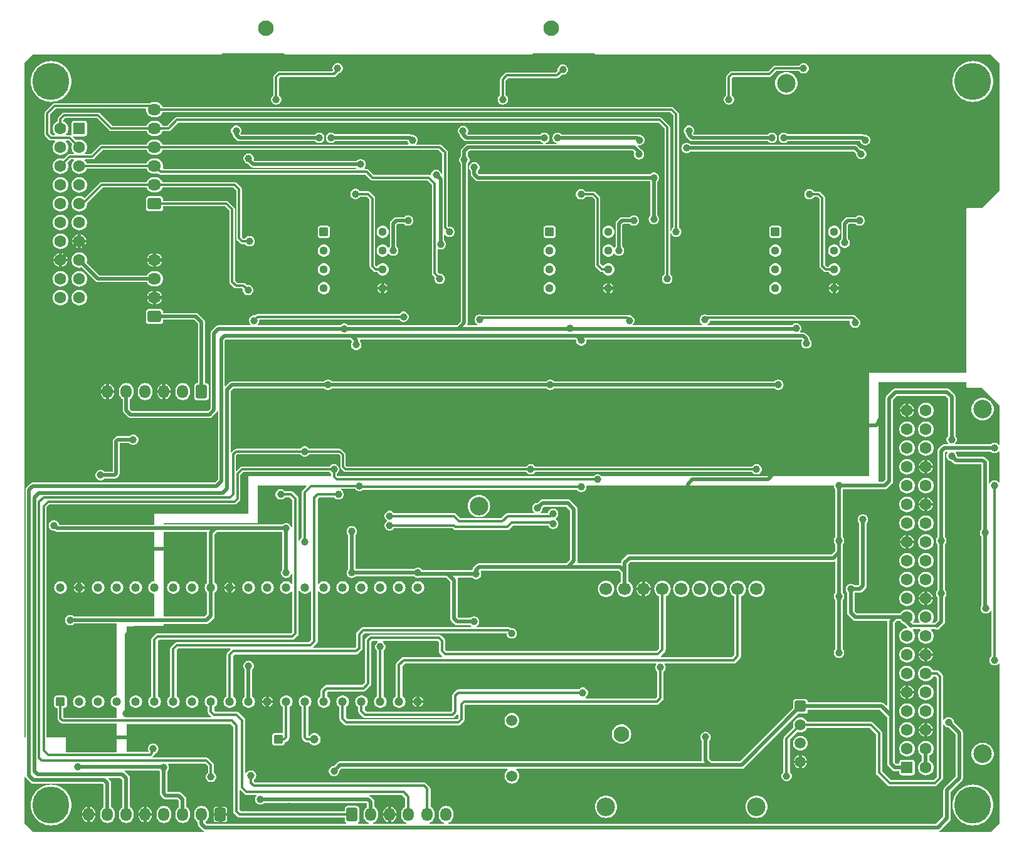
<source format=gbl>
G04*
G04 #@! TF.GenerationSoftware,Altium Limited,Altium Designer,24.0.1 (36)*
G04*
G04 Layer_Physical_Order=2*
G04 Layer_Color=16716563*
%FSLAX25Y25*%
%MOIN*%
G70*
G04*
G04 #@! TF.SameCoordinates,6CE9B50B-F2D6-4DCE-9069-AC167603FEEC*
G04*
G04*
G04 #@! TF.FilePolarity,Positive*
G04*
G01*
G75*
%ADD55C,0.06299*%
%ADD60C,0.06693*%
%ADD65C,0.01378*%
%ADD66C,0.01968*%
%ADD67C,0.01181*%
G04:AMPARAMS|DCode=69|XSize=46.61mil|YSize=46.61mil|CornerRadius=4.66mil|HoleSize=0mil|Usage=FLASHONLY|Rotation=90.000|XOffset=0mil|YOffset=0mil|HoleType=Round|Shape=RoundedRectangle|*
%AMROUNDEDRECTD69*
21,1,0.04661,0.03729,0,0,90.0*
21,1,0.03729,0.04661,0,0,90.0*
1,1,0.00932,0.01865,0.01865*
1,1,0.00932,0.01865,-0.01865*
1,1,0.00932,-0.01865,-0.01865*
1,1,0.00932,-0.01865,0.01865*
%
%ADD69ROUNDEDRECTD69*%
%ADD70C,0.04661*%
G04:AMPARAMS|DCode=71|XSize=44.49mil|YSize=44.49mil|CornerRadius=4.45mil|HoleSize=0mil|Usage=FLASHONLY|Rotation=0.000|XOffset=0mil|YOffset=0mil|HoleType=Round|Shape=RoundedRectangle|*
%AMROUNDEDRECTD71*
21,1,0.04449,0.03559,0,0,0.0*
21,1,0.03559,0.04449,0,0,0.0*
1,1,0.00890,0.01780,-0.01780*
1,1,0.00890,-0.01780,-0.01780*
1,1,0.00890,-0.01780,0.01780*
1,1,0.00890,0.01780,0.01780*
%
%ADD71ROUNDEDRECTD71*%
%ADD72C,0.04449*%
%ADD73C,0.09843*%
G04:AMPARAMS|DCode=74|XSize=45.47mil|YSize=45.47mil|CornerRadius=4.55mil|HoleSize=0mil|Usage=FLASHONLY|Rotation=0.000|XOffset=0mil|YOffset=0mil|HoleType=Round|Shape=RoundedRectangle|*
%AMROUNDEDRECTD74*
21,1,0.04547,0.03638,0,0,0.0*
21,1,0.03638,0.04547,0,0,0.0*
1,1,0.00909,0.01819,-0.01819*
1,1,0.00909,-0.01819,-0.01819*
1,1,0.00909,-0.01819,0.01819*
1,1,0.00909,0.01819,0.01819*
%
%ADD74ROUNDEDRECTD74*%
%ADD75C,0.04547*%
G04:AMPARAMS|DCode=76|XSize=59.06mil|YSize=59.06mil|CornerRadius=5.91mil|HoleSize=0mil|Usage=FLASHONLY|Rotation=270.000|XOffset=0mil|YOffset=0mil|HoleType=Round|Shape=RoundedRectangle|*
%AMROUNDEDRECTD76*
21,1,0.05906,0.04724,0,0,270.0*
21,1,0.04724,0.05906,0,0,270.0*
1,1,0.01181,-0.02362,-0.02362*
1,1,0.01181,-0.02362,0.02362*
1,1,0.01181,0.02362,0.02362*
1,1,0.01181,0.02362,-0.02362*
%
%ADD76ROUNDEDRECTD76*%
%ADD77C,0.05906*%
%ADD78C,0.05906*%
%ADD79C,0.08268*%
%ADD80O,0.05906X0.07087*%
G04:AMPARAMS|DCode=81|XSize=59.06mil|YSize=70.87mil|CornerRadius=7.38mil|HoleSize=0mil|Usage=FLASHONLY|Rotation=0.000|XOffset=0mil|YOffset=0mil|HoleType=Round|Shape=RoundedRectangle|*
%AMROUNDEDRECTD81*
21,1,0.05906,0.05610,0,0,0.0*
21,1,0.04429,0.07087,0,0,0.0*
1,1,0.01476,0.02215,-0.02805*
1,1,0.01476,-0.02215,-0.02805*
1,1,0.01476,-0.02215,0.02805*
1,1,0.01476,0.02215,0.02805*
%
%ADD81ROUNDEDRECTD81*%
G04:AMPARAMS|DCode=82|XSize=62.99mil|YSize=62.99mil|CornerRadius=6.3mil|HoleSize=0mil|Usage=FLASHONLY|Rotation=270.000|XOffset=0mil|YOffset=0mil|HoleType=Round|Shape=RoundedRectangle|*
%AMROUNDEDRECTD82*
21,1,0.06299,0.05039,0,0,270.0*
21,1,0.05039,0.06299,0,0,270.0*
1,1,0.01260,-0.02520,-0.02520*
1,1,0.01260,-0.02520,0.02520*
1,1,0.01260,0.02520,0.02520*
1,1,0.01260,0.02520,-0.02520*
%
%ADD82ROUNDEDRECTD82*%
%ADD83O,0.07087X0.05906*%
G04:AMPARAMS|DCode=84|XSize=59.06mil|YSize=70.87mil|CornerRadius=5.91mil|HoleSize=0mil|Usage=FLASHONLY|Rotation=90.000|XOffset=0mil|YOffset=0mil|HoleType=Round|Shape=RoundedRectangle|*
%AMROUNDEDRECTD84*
21,1,0.05906,0.05906,0,0,90.0*
21,1,0.04724,0.07087,0,0,90.0*
1,1,0.01181,0.02953,0.02362*
1,1,0.01181,0.02953,-0.02362*
1,1,0.01181,-0.02953,-0.02362*
1,1,0.01181,-0.02953,0.02362*
%
%ADD84ROUNDEDRECTD84*%
%ADD85C,0.19685*%
%ADD86C,0.03937*%
G36*
X304432Y414432D02*
X304432Y414432D01*
X304693Y414258D01*
X305000Y414197D01*
X305000Y414197D01*
X514668D01*
X519197Y409667D01*
Y342088D01*
X509825Y332716D01*
X502283D01*
X501976Y332655D01*
X501716Y332481D01*
X501542Y332221D01*
X501481Y331913D01*
Y245000D01*
X450000D01*
Y190000D01*
X307591D01*
X307470Y190147D01*
X307050Y190491D01*
X306572Y190747D01*
X306052Y190905D01*
X305512Y190958D01*
X304972Y190905D01*
X304452Y190747D01*
X303973Y190491D01*
X303554Y190147D01*
X303433Y190000D01*
X166965D01*
X166744Y190221D01*
Y191319D01*
X166893Y191398D01*
X167313Y191743D01*
X167657Y192162D01*
X167913Y192641D01*
X168070Y193160D01*
X168124Y193701D01*
X168070Y194241D01*
X167913Y194761D01*
X167657Y195239D01*
X167313Y195659D01*
X166893Y196003D01*
X166414Y196259D01*
X165895Y196417D01*
X165354Y196470D01*
X164814Y196417D01*
X164295Y196259D01*
X163816Y196003D01*
X163396Y195659D01*
X163052Y195239D01*
X162972Y195091D01*
X116535D01*
X116535Y195091D01*
X116176Y195043D01*
X115840Y194904D01*
X115553Y194684D01*
X115553Y194684D01*
X113663Y192794D01*
X113201Y192985D01*
Y200999D01*
X113962Y201760D01*
X147421D01*
X147501Y201611D01*
X147845Y201191D01*
X148265Y200847D01*
X148743Y200591D01*
X149263Y200434D01*
X149803Y200380D01*
X150344Y200434D01*
X150863Y200591D01*
X151342Y200847D01*
X151761Y201191D01*
X152106Y201611D01*
X152185Y201760D01*
X167850D01*
X168689Y200920D01*
Y195000D01*
X168689Y195000D01*
X168736Y194640D01*
X168875Y194305D01*
X169096Y194017D01*
X170395Y192718D01*
X170683Y192497D01*
X171018Y192358D01*
X171378Y192311D01*
X171378Y192311D01*
X267618D01*
X267698Y192162D01*
X268042Y191743D01*
X268461Y191398D01*
X268940Y191142D01*
X269460Y190985D01*
X270000Y190932D01*
X270540Y190985D01*
X271060Y191142D01*
X271538Y191398D01*
X271958Y191743D01*
X272303Y192162D01*
X272382Y192311D01*
X387618D01*
X387698Y192162D01*
X388042Y191743D01*
X388461Y191398D01*
X388940Y191142D01*
X389460Y190985D01*
X390000Y190932D01*
X390540Y190985D01*
X391060Y191142D01*
X391539Y191398D01*
X391958Y191743D01*
X392302Y192162D01*
X392558Y192641D01*
X392716Y193160D01*
X392769Y193701D01*
X392716Y194241D01*
X392558Y194761D01*
X392302Y195239D01*
X391958Y195659D01*
X391539Y196003D01*
X391060Y196259D01*
X390540Y196417D01*
X390000Y196470D01*
X389460Y196417D01*
X388940Y196259D01*
X388461Y196003D01*
X388042Y195659D01*
X387698Y195239D01*
X387618Y195091D01*
X272382D01*
X272303Y195239D01*
X271958Y195659D01*
X271538Y196003D01*
X271060Y196259D01*
X270540Y196417D01*
X270000Y196470D01*
X269460Y196417D01*
X268940Y196259D01*
X268461Y196003D01*
X268042Y195659D01*
X267698Y195239D01*
X267618Y195091D01*
X171954D01*
X171469Y195576D01*
Y201496D01*
X171421Y201856D01*
X171282Y202191D01*
X171062Y202479D01*
X171062Y202479D01*
X169408Y204132D01*
X169120Y204353D01*
X168785Y204492D01*
X168425Y204539D01*
X168425Y204539D01*
X152185D01*
X152106Y204688D01*
X151761Y205108D01*
X151342Y205452D01*
X150863Y205708D01*
X150344Y205866D01*
X149803Y205919D01*
X149263Y205866D01*
X148743Y205708D01*
X148265Y205452D01*
X147845Y205108D01*
X147501Y204688D01*
X147421Y204539D01*
X113386D01*
X113386Y204539D01*
X113026Y204492D01*
X112691Y204353D01*
X112403Y204132D01*
X112403Y204132D01*
X110948Y202678D01*
X110498Y202831D01*
X110448Y202872D01*
Y235244D01*
X112000Y236796D01*
X160106D01*
X160247Y236625D01*
X160666Y236280D01*
X161145Y236024D01*
X161664Y235867D01*
X162205Y235813D01*
X162745Y235867D01*
X163265Y236024D01*
X163743Y236280D01*
X164163Y236625D01*
X164303Y236796D01*
X278216D01*
X278357Y236625D01*
X278777Y236280D01*
X279255Y236024D01*
X279775Y235867D01*
X280315Y235813D01*
X280855Y235867D01*
X281375Y236024D01*
X281854Y236280D01*
X282273Y236625D01*
X282414Y236796D01*
X399476D01*
X399617Y236625D01*
X400036Y236280D01*
X400515Y236024D01*
X401034Y235867D01*
X401575Y235813D01*
X402115Y235867D01*
X402634Y236024D01*
X403113Y236280D01*
X403533Y236625D01*
X403877Y237044D01*
X404133Y237523D01*
X404291Y238042D01*
X404344Y238583D01*
X404291Y239123D01*
X404133Y239642D01*
X403877Y240121D01*
X403533Y240541D01*
X403113Y240885D01*
X402634Y241141D01*
X402115Y241299D01*
X401575Y241352D01*
X401034Y241299D01*
X400515Y241141D01*
X400036Y240885D01*
X399617Y240541D01*
X399476Y240370D01*
X282414D01*
X282273Y240541D01*
X281854Y240885D01*
X281375Y241141D01*
X280855Y241299D01*
X280315Y241352D01*
X279775Y241299D01*
X279255Y241141D01*
X278777Y240885D01*
X278357Y240541D01*
X278216Y240370D01*
X164303D01*
X164163Y240541D01*
X163743Y240885D01*
X163265Y241141D01*
X162745Y241299D01*
X162205Y241352D01*
X161664Y241299D01*
X161145Y241141D01*
X161095Y241115D01*
X160955Y241096D01*
X160524Y240918D01*
X160154Y240634D01*
X159890Y240370D01*
X111260D01*
X111260Y240370D01*
X110797Y240309D01*
X110545Y240204D01*
X110366Y240130D01*
X109996Y239846D01*
X107799Y237649D01*
X107299Y237856D01*
Y262252D01*
X107827Y262780D01*
X174063D01*
X175133Y261710D01*
X174863Y261381D01*
X174607Y260902D01*
X174449Y260383D01*
X174396Y259842D01*
X174449Y259302D01*
X174607Y258783D01*
X174863Y258304D01*
X175207Y257884D01*
X175627Y257540D01*
X176106Y257284D01*
X176625Y257126D01*
X177165Y257073D01*
X177706Y257126D01*
X178225Y257284D01*
X178704Y257540D01*
X179123Y257884D01*
X179468Y258304D01*
X179724Y258783D01*
X179881Y259302D01*
X179935Y259842D01*
X179881Y260383D01*
X179724Y260902D01*
X179468Y261381D01*
X179123Y261801D01*
X179084Y261833D01*
X179040Y262397D01*
X179360Y262780D01*
X293748D01*
X294103Y262425D01*
X294081Y262205D01*
X294134Y261665D01*
X294292Y261145D01*
X294548Y260666D01*
X294892Y260247D01*
X295312Y259902D01*
X295791Y259646D01*
X296310Y259489D01*
X296850Y259436D01*
X297391Y259489D01*
X297910Y259646D01*
X298389Y259902D01*
X298809Y260247D01*
X299153Y260666D01*
X299409Y261145D01*
X299566Y261665D01*
X299620Y262205D01*
X299612Y262280D01*
X300065Y262780D01*
X414088D01*
X414378Y262345D01*
X414233Y262168D01*
X413977Y261690D01*
X413819Y261170D01*
X413766Y260630D01*
X413819Y260090D01*
X413977Y259570D01*
X414233Y259091D01*
X414577Y258672D01*
X414997Y258327D01*
X415476Y258071D01*
X415995Y257914D01*
X416535Y257861D01*
X417076Y257914D01*
X417595Y258071D01*
X418074Y258327D01*
X418494Y258672D01*
X418838Y259091D01*
X419094Y259570D01*
X419251Y260090D01*
X419305Y260630D01*
X419251Y261170D01*
X419094Y261690D01*
X418838Y262168D01*
X418494Y262588D01*
X418322Y262729D01*
Y262992D01*
X418261Y263455D01*
X418083Y263886D01*
X417799Y264256D01*
X417799Y264256D01*
X416224Y265830D01*
X415854Y266114D01*
X415423Y266293D01*
X414961Y266354D01*
X413319D01*
X413300Y266373D01*
X413105Y266854D01*
X413326Y267123D01*
X413582Y267602D01*
X413740Y268121D01*
X413793Y268661D01*
X413740Y269202D01*
X413582Y269721D01*
X413326Y270200D01*
X412982Y270620D01*
X412562Y270964D01*
X412083Y271220D01*
X411564Y271377D01*
X411024Y271431D01*
X410483Y271377D01*
X409964Y271220D01*
X409485Y270964D01*
X409065Y270620D01*
X408796Y270291D01*
X363931D01*
X363806Y270791D01*
X364058Y270926D01*
X364478Y271270D01*
X364822Y271690D01*
X365078Y272169D01*
X365236Y272688D01*
X365246Y272794D01*
X439306D01*
X439677Y272294D01*
X439646Y272194D01*
X439593Y271654D01*
X439646Y271113D01*
X439804Y270594D01*
X440060Y270115D01*
X440404Y269695D01*
X440824Y269351D01*
X441302Y269095D01*
X441822Y268937D01*
X442362Y268884D01*
X442903Y268937D01*
X443422Y269095D01*
X443901Y269351D01*
X444320Y269695D01*
X444665Y270115D01*
X444921Y270594D01*
X445078Y271113D01*
X445131Y271654D01*
X445078Y272194D01*
X444921Y272713D01*
X444665Y273192D01*
X444320Y273612D01*
X443901Y273956D01*
X443501Y274170D01*
X443415Y274281D01*
X442360Y275336D01*
X442052Y275573D01*
X441692Y275722D01*
X441307Y275773D01*
X363606D01*
X363579Y275787D01*
X363060Y275944D01*
X362520Y275998D01*
X361979Y275944D01*
X361460Y275787D01*
X360981Y275531D01*
X360561Y275186D01*
X360217Y274767D01*
X359961Y274288D01*
X359804Y273769D01*
X359750Y273228D01*
X359804Y272688D01*
X359961Y272169D01*
X360217Y271690D01*
X360561Y271270D01*
X360981Y270926D01*
X361234Y270791D01*
X361108Y270291D01*
X324395D01*
X324216Y270791D01*
X324320Y270877D01*
X324665Y271296D01*
X324921Y271775D01*
X325078Y272294D01*
X325131Y272835D01*
X325078Y273375D01*
X324921Y273894D01*
X324665Y274373D01*
X324320Y274793D01*
X323901Y275137D01*
X323422Y275393D01*
X322902Y275551D01*
X322362Y275604D01*
X322051Y275573D01*
X321692Y275722D01*
X321307Y275773D01*
X244000D01*
X243973Y275787D01*
X243454Y275944D01*
X242913Y275998D01*
X242373Y275944D01*
X241854Y275787D01*
X241375Y275531D01*
X240955Y275186D01*
X240611Y274767D01*
X240355Y274288D01*
X240197Y273769D01*
X240144Y273228D01*
X240197Y272688D01*
X240355Y272169D01*
X240611Y271690D01*
X240955Y271270D01*
X241375Y270926D01*
X241627Y270791D01*
X241502Y270291D01*
X236463D01*
X236193Y270760D01*
X236372Y271191D01*
X236433Y271654D01*
Y356169D01*
X236604Y356310D01*
X236948Y356729D01*
X237204Y357208D01*
X237362Y357728D01*
X237415Y358268D01*
X237362Y358808D01*
X237204Y359328D01*
X236948Y359806D01*
X236604Y360226D01*
X236433Y360366D01*
Y362252D01*
X237394Y363213D01*
X324228D01*
X325043Y362399D01*
X325001Y362319D01*
X324843Y361800D01*
X324790Y361260D01*
X324843Y360719D01*
X325001Y360200D01*
X325256Y359721D01*
X325601Y359302D01*
X326021Y358957D01*
X326499Y358701D01*
X327019Y358544D01*
X327559Y358491D01*
X328099Y358544D01*
X328619Y358701D01*
X329098Y358957D01*
X329517Y359302D01*
X329862Y359721D01*
X330118Y360200D01*
X330275Y360719D01*
X330328Y361260D01*
X330275Y361800D01*
X330118Y362319D01*
X329862Y362798D01*
X329517Y363218D01*
X329098Y363562D01*
X328745Y363751D01*
X326781Y365715D01*
X327046Y366157D01*
X327224Y366103D01*
X327764Y366050D01*
X328304Y366103D01*
X328823Y366261D01*
X329302Y366516D01*
X329722Y366861D01*
X330066Y367281D01*
X330322Y367759D01*
X330480Y368279D01*
X330533Y368819D01*
X330480Y369359D01*
X330322Y369879D01*
X330066Y370357D01*
X329722Y370777D01*
X329302Y371122D01*
X328823Y371377D01*
X328304Y371535D01*
X327764Y371588D01*
X327452Y371557D01*
X327045Y371726D01*
X326583Y371787D01*
X286351D01*
X286210Y371958D01*
X285790Y372303D01*
X285312Y372558D01*
X284792Y372716D01*
X284252Y372769D01*
X283712Y372716D01*
X283192Y372558D01*
X282714Y372303D01*
X282294Y371958D01*
X281949Y371538D01*
X281694Y371060D01*
X281536Y370540D01*
X281483Y370000D01*
X281536Y369460D01*
X281694Y368940D01*
X281949Y368461D01*
X282294Y368042D01*
X282714Y367698D01*
X283192Y367442D01*
X283712Y367284D01*
X283662Y366787D01*
X277756D01*
X277706Y367284D01*
X278225Y367442D01*
X278704Y367698D01*
X279123Y368042D01*
X279468Y368461D01*
X279724Y368940D01*
X279881Y369460D01*
X279905Y369702D01*
X279944Y370000D01*
X279905Y370298D01*
X279881Y370540D01*
X279724Y371060D01*
X279468Y371538D01*
X279123Y371958D01*
X278704Y372303D01*
X278225Y372558D01*
X277706Y372716D01*
X277165Y372769D01*
X276625Y372716D01*
X276106Y372558D01*
X275627Y372303D01*
X275207Y371958D01*
X275067Y371787D01*
X236609D01*
X236379Y372099D01*
X236317Y372229D01*
X236558Y372680D01*
X236716Y373200D01*
X236769Y373740D01*
X236716Y374281D01*
X236558Y374800D01*
X236302Y375279D01*
X235958Y375698D01*
X235539Y376043D01*
X235060Y376299D01*
X234540Y376456D01*
X234000Y376509D01*
X233460Y376456D01*
X232940Y376299D01*
X232462Y376043D01*
X232042Y375698D01*
X231698Y375279D01*
X231442Y374800D01*
X231284Y374281D01*
X231231Y373740D01*
X231284Y373200D01*
X231442Y372680D01*
X231698Y372202D01*
X232042Y371782D01*
X232285Y371582D01*
X232337Y371191D01*
X232516Y370760D01*
X232800Y370390D01*
X234453Y368736D01*
X234823Y368453D01*
X235002Y368378D01*
X235254Y368274D01*
X235717Y368213D01*
X275067D01*
X275207Y368042D01*
X275627Y367698D01*
X276106Y367442D01*
X276625Y367284D01*
X276575Y366787D01*
X236654D01*
X236653Y366787D01*
X236191Y366726D01*
X235939Y366621D01*
X235760Y366547D01*
X235390Y366264D01*
X233382Y364256D01*
X233098Y363886D01*
X232920Y363455D01*
X232859Y362992D01*
Y360366D01*
X232687Y360226D01*
X232343Y359806D01*
X232087Y359328D01*
X231930Y358808D01*
X231876Y358268D01*
X231930Y357728D01*
X232087Y357208D01*
X232343Y356729D01*
X232687Y356310D01*
X232859Y356169D01*
Y272394D01*
X230756Y270291D01*
X172965D01*
X172824Y270462D01*
X172405Y270807D01*
X171926Y271062D01*
X171406Y271220D01*
X170866Y271273D01*
X170326Y271220D01*
X169806Y271062D01*
X169328Y270807D01*
X168908Y270462D01*
X168767Y270291D01*
X124946D01*
X124767Y270791D01*
X124872Y270877D01*
X125216Y271296D01*
X125472Y271775D01*
X125629Y272294D01*
X125683Y272835D01*
X125672Y272944D01*
X126008Y273314D01*
X200033D01*
X200060Y273265D01*
X200404Y272845D01*
X200824Y272501D01*
X201303Y272245D01*
X201822Y272087D01*
X202362Y272034D01*
X202902Y272087D01*
X203422Y272245D01*
X203901Y272501D01*
X204320Y272845D01*
X204665Y273265D01*
X204921Y273743D01*
X205078Y274263D01*
X205131Y274803D01*
X205078Y275343D01*
X204921Y275863D01*
X204665Y276342D01*
X204320Y276761D01*
X203901Y277106D01*
X203422Y277362D01*
X202902Y277519D01*
X202362Y277572D01*
X201822Y277519D01*
X201303Y277362D01*
X200824Y277106D01*
X200404Y276761D01*
X200060Y276342D01*
X200033Y276292D01*
X124882D01*
X124496Y276241D01*
X124137Y276093D01*
X123829Y275856D01*
X123507Y275534D01*
X123454Y275551D01*
X122913Y275604D01*
X122373Y275551D01*
X121854Y275393D01*
X121375Y275137D01*
X120955Y274793D01*
X120611Y274373D01*
X120355Y273894D01*
X120197Y273375D01*
X120144Y272835D01*
X120197Y272294D01*
X120355Y271775D01*
X120611Y271296D01*
X120955Y270877D01*
X121060Y270791D01*
X120881Y270291D01*
X103937D01*
X103474Y270230D01*
X103222Y270125D01*
X103043Y270052D01*
X102673Y269767D01*
X100311Y267405D01*
X100027Y267035D01*
X99849Y266604D01*
X99788Y266142D01*
Y225937D01*
X98472Y224622D01*
X57906D01*
X56787Y225740D01*
Y230883D01*
X57207Y231107D01*
X57809Y231601D01*
X58302Y232203D01*
X58670Y232890D01*
X58896Y233635D01*
X58972Y234409D01*
Y235591D01*
X58896Y236365D01*
X58670Y237110D01*
X58302Y237797D01*
X57809Y238399D01*
X57207Y238893D01*
X56520Y239260D01*
X55775Y239486D01*
X55000Y239562D01*
X54225Y239486D01*
X53480Y239260D01*
X52793Y238893D01*
X52192Y238399D01*
X51697Y237797D01*
X51331Y237110D01*
X51104Y236365D01*
X51028Y235591D01*
Y234409D01*
X51104Y233635D01*
X51331Y232890D01*
X51697Y232203D01*
X52192Y231601D01*
X52793Y231107D01*
X53213Y230883D01*
Y225000D01*
X53274Y224537D01*
X53452Y224107D01*
X53736Y223736D01*
X55902Y221571D01*
X56272Y221287D01*
X56450Y221213D01*
X56703Y221109D01*
X57165Y221048D01*
X57165Y221048D01*
X99213D01*
X99675Y221109D01*
X100106Y221287D01*
X100476Y221571D01*
X102838Y223933D01*
X102838Y223933D01*
X103122Y224303D01*
X103225Y224551D01*
X103725Y224451D01*
Y188142D01*
X102177Y186594D01*
X5280D01*
X5280Y186594D01*
X4817Y186533D01*
X4386Y186355D01*
X4016Y186071D01*
X4016Y186071D01*
X1886Y183941D01*
X1602Y183571D01*
X1424Y183140D01*
X1363Y182677D01*
Y181102D01*
X1363Y51000D01*
X803D01*
Y409667D01*
X5333Y414197D01*
X105000D01*
X105307Y414258D01*
X105568Y414432D01*
X105742Y414693D01*
X105758Y414777D01*
X105982Y415000D01*
X138865D01*
X139432Y414432D01*
X139432Y414432D01*
X139693Y414258D01*
X140000Y414197D01*
X270000D01*
X270307Y414258D01*
X270568Y414432D01*
X271135Y415000D01*
X303865D01*
X304432Y414432D01*
D02*
G37*
G36*
X501481Y237819D02*
X501542Y237512D01*
X501716Y237251D01*
X501976Y237077D01*
X502283Y237016D01*
X509825D01*
X519197Y227644D01*
Y206889D01*
X518697Y206710D01*
X518494Y206958D01*
X518074Y207302D01*
X517595Y207558D01*
X517076Y207716D01*
X516535Y207769D01*
X515995Y207716D01*
X515476Y207558D01*
X514997Y207302D01*
X514630Y207001D01*
X495851D01*
X495673Y207455D01*
X495668Y207501D01*
X496003Y207910D01*
X496259Y208389D01*
X496417Y208909D01*
X496470Y209449D01*
X496417Y209989D01*
X496259Y210509D01*
X496003Y210987D01*
X495702Y211354D01*
Y232283D01*
X495634Y232802D01*
X495434Y233284D01*
X495116Y233699D01*
X492754Y236061D01*
X492339Y236379D01*
X492057Y236496D01*
X491857Y236579D01*
X491339Y236647D01*
X463779D01*
X463262Y236579D01*
X462779Y236379D01*
X462364Y236061D01*
X459215Y232911D01*
X458897Y232497D01*
X458697Y232014D01*
X458629Y231496D01*
Y188231D01*
X457399Y187001D01*
X455000D01*
Y240000D01*
X501481D01*
Y237819D01*
D02*
G37*
G36*
X519197Y203111D02*
Y186889D01*
X518697Y186710D01*
X518494Y186958D01*
X518074Y187302D01*
X517595Y187558D01*
X517076Y187716D01*
X516535Y187769D01*
X515995Y187716D01*
X515476Y187558D01*
X514997Y187302D01*
X514577Y186958D01*
X514233Y186539D01*
X513977Y186060D01*
X513958Y185998D01*
X513458Y186072D01*
Y197205D01*
X513390Y197723D01*
X513190Y198205D01*
X512872Y198620D01*
X511651Y199840D01*
X511237Y200158D01*
X510754Y200358D01*
X510236Y200427D01*
X496892D01*
X496463Y200855D01*
X496417Y201328D01*
X496259Y201847D01*
X496003Y202326D01*
X495862Y202499D01*
X496098Y202999D01*
X514630D01*
X514997Y202697D01*
X515476Y202442D01*
X515995Y202284D01*
X516535Y202231D01*
X517076Y202284D01*
X517595Y202442D01*
X518074Y202697D01*
X518494Y203042D01*
X518697Y203290D01*
X519197Y203111D01*
D02*
G37*
G36*
X431142Y184460D02*
X431300Y183940D01*
X431556Y183461D01*
X431857Y183095D01*
Y157614D01*
X431556Y157247D01*
X431300Y156768D01*
X431142Y156249D01*
X431089Y155709D01*
X431142Y155168D01*
X431300Y154649D01*
X431556Y154170D01*
X431857Y153803D01*
Y150435D01*
X429880Y148458D01*
X322362D01*
X321844Y148390D01*
X321361Y148190D01*
X320947Y147872D01*
X318585Y145510D01*
X318267Y145095D01*
X318067Y144613D01*
X318011Y144189D01*
X317832Y143904D01*
X317638Y143734D01*
X295127D01*
X294793Y144234D01*
X294847Y144364D01*
X294915Y144882D01*
Y172441D01*
X294847Y172959D01*
X294647Y173442D01*
X294329Y173856D01*
X291179Y177006D01*
X290764Y177324D01*
X290282Y177524D01*
X289764Y177592D01*
X276091D01*
X275573Y177524D01*
X275373Y177441D01*
X275090Y177324D01*
X274675Y177006D01*
X273432Y175763D01*
X272960Y175716D01*
X272440Y175558D01*
X271961Y175303D01*
X271542Y174958D01*
X271198Y174539D01*
X270942Y174060D01*
X270784Y173540D01*
X270731Y173000D01*
X270784Y172460D01*
X270942Y171940D01*
X271198Y171461D01*
X271542Y171042D01*
X271687Y170923D01*
X271508Y170423D01*
X257819D01*
X257404Y170369D01*
X257017Y170208D01*
X256684Y169953D01*
X254335Y167604D01*
X232664D01*
X230315Y169953D01*
X229983Y170208D01*
X229596Y170369D01*
X229181Y170423D01*
X197249D01*
X196958Y170777D01*
X196538Y171121D01*
X196060Y171377D01*
X195540Y171535D01*
X195000Y171588D01*
X194460Y171535D01*
X193940Y171377D01*
X193462Y171121D01*
X193042Y170777D01*
X192698Y170357D01*
X192442Y169879D01*
X192284Y169359D01*
X192231Y168819D01*
X192284Y168279D01*
X192442Y167759D01*
X192698Y167280D01*
X193042Y166861D01*
X193364Y166597D01*
X193418Y166309D01*
Y166290D01*
X193364Y166002D01*
X193042Y165738D01*
X192698Y165318D01*
X192442Y164839D01*
X192284Y164320D01*
X192231Y163779D01*
X192284Y163239D01*
X192442Y162720D01*
X192698Y162241D01*
X193042Y161821D01*
X193462Y161477D01*
X193940Y161221D01*
X194460Y161064D01*
X195000Y161010D01*
X195540Y161064D01*
X196060Y161221D01*
X196538Y161477D01*
X196958Y161821D01*
X197249Y162175D01*
X228556D01*
X228866Y161866D01*
X229198Y161611D01*
X229585Y161450D01*
X230000Y161396D01*
X257628D01*
X258043Y161450D01*
X258430Y161611D01*
X258762Y161866D01*
X260647Y163750D01*
X279274D01*
X279347Y163507D01*
X279603Y163028D01*
X279947Y162609D01*
X280367Y162264D01*
X280846Y162009D01*
X281365Y161851D01*
X281906Y161798D01*
X282446Y161851D01*
X282965Y162009D01*
X283444Y162264D01*
X283864Y162609D01*
X284208Y163028D01*
X284464Y163507D01*
X284622Y164027D01*
X284675Y164567D01*
X284622Y165107D01*
X284464Y165627D01*
X284208Y166105D01*
X283864Y166525D01*
X283444Y166869D01*
X283105Y167051D01*
X283070Y167156D01*
X283064Y167458D01*
X283107Y167605D01*
X283428Y167776D01*
X283848Y168121D01*
X284192Y168540D01*
X284448Y169019D01*
X284606Y169538D01*
X284659Y170079D01*
X284606Y170619D01*
X284448Y171139D01*
X284192Y171617D01*
X283848Y172037D01*
X283428Y172381D01*
X282949Y172637D01*
X282430Y172795D01*
X281890Y172848D01*
X281349Y172795D01*
X280830Y172637D01*
X280351Y172381D01*
X279932Y172037D01*
X279587Y171617D01*
X279331Y171139D01*
X279174Y170619D01*
X279154Y170423D01*
X275492D01*
X275313Y170923D01*
X275458Y171042D01*
X275802Y171461D01*
X276058Y171940D01*
X276216Y172460D01*
X276263Y172932D01*
X276920Y173589D01*
X288935D01*
X290912Y171612D01*
Y145711D01*
X288935Y143734D01*
X242520D01*
X242002Y143666D01*
X241519Y143465D01*
X241105Y143148D01*
X239530Y141573D01*
X239212Y141158D01*
X239012Y140675D01*
X238944Y140157D01*
Y139875D01*
X212434D01*
X212302Y140121D01*
X211958Y140541D01*
X211539Y140885D01*
X211060Y141141D01*
X210540Y141299D01*
X210000Y141352D01*
X209460Y141299D01*
X208940Y141141D01*
X208461Y140885D01*
X208095Y140584D01*
X176804D01*
Y158724D01*
X177106Y159091D01*
X177362Y159570D01*
X177519Y160090D01*
X177572Y160630D01*
X177519Y161170D01*
X177362Y161690D01*
X177106Y162168D01*
X176761Y162588D01*
X176342Y162932D01*
X175863Y163188D01*
X175343Y163346D01*
X174803Y163399D01*
X174263Y163346D01*
X173743Y163188D01*
X173265Y162932D01*
X172845Y162588D01*
X172501Y162168D01*
X172245Y161690D01*
X172087Y161170D01*
X172034Y160630D01*
X172087Y160090D01*
X172245Y159570D01*
X172501Y159091D01*
X172802Y158724D01*
Y140488D01*
X172501Y140121D01*
X172245Y139642D01*
X172087Y139123D01*
X172034Y138583D01*
X172087Y138042D01*
X172245Y137523D01*
X172501Y137044D01*
X172845Y136625D01*
X173265Y136280D01*
X173743Y136024D01*
X174263Y135867D01*
X174803Y135813D01*
X175343Y135867D01*
X175863Y136024D01*
X176342Y136280D01*
X176709Y136581D01*
X208095D01*
X208461Y136280D01*
X208940Y136024D01*
X209460Y135867D01*
X210000Y135813D01*
X210540Y135867D01*
X210605Y135886D01*
X210709Y135873D01*
X225155D01*
X227133Y133895D01*
Y114173D01*
X227201Y113655D01*
X227401Y113173D01*
X227719Y112758D01*
X229293Y111183D01*
X229708Y110865D01*
X230191Y110665D01*
X230709Y110597D01*
X237898D01*
X238265Y110296D01*
X238438Y110204D01*
X238312Y109704D01*
X180913D01*
X180473Y109645D01*
X180062Y109475D01*
X179709Y109205D01*
X177536Y107031D01*
X177265Y106678D01*
X177095Y106268D01*
X177037Y105827D01*
Y99131D01*
X176460Y98554D01*
X154505D01*
X154298Y99054D01*
X156205Y100961D01*
X156475Y101314D01*
X156646Y101724D01*
X156703Y102165D01*
Y128789D01*
X157203Y128914D01*
X157217Y128889D01*
X157633Y128382D01*
X158141Y127965D01*
X158719Y127656D01*
X159347Y127465D01*
X160000Y127401D01*
X160653Y127465D01*
X161281Y127656D01*
X161859Y127965D01*
X162367Y128382D01*
X162783Y128889D01*
X163092Y129467D01*
X163283Y130095D01*
X163347Y130748D01*
X163283Y131401D01*
X163092Y132029D01*
X162783Y132607D01*
X162367Y133115D01*
X161859Y133531D01*
X161281Y133840D01*
X160653Y134031D01*
X160000Y134095D01*
X159347Y134031D01*
X158719Y133840D01*
X158141Y133531D01*
X157633Y133115D01*
X157217Y132607D01*
X157203Y132582D01*
X156703Y132707D01*
Y177916D01*
X157398Y178611D01*
X165550D01*
X165758Y178357D01*
X166178Y178012D01*
X166657Y177757D01*
X167176Y177599D01*
X167717Y177546D01*
X168257Y177599D01*
X168776Y177757D01*
X169255Y178012D01*
X169675Y178357D01*
X170019Y178777D01*
X170275Y179255D01*
X170433Y179775D01*
X170486Y180315D01*
X170433Y180855D01*
X170275Y181375D01*
X170019Y181853D01*
X169675Y182273D01*
X169255Y182617D01*
X169095Y182703D01*
X169221Y183203D01*
X176677D01*
X176967Y182849D01*
X177387Y182505D01*
X177866Y182249D01*
X178385Y182091D01*
X178925Y182038D01*
X179465Y182091D01*
X179985Y182249D01*
X180464Y182505D01*
X180638Y182648D01*
X294602D01*
X294892Y182294D01*
X295312Y181949D01*
X295791Y181693D01*
X296310Y181536D01*
X296850Y181483D01*
X297391Y181536D01*
X297910Y181693D01*
X298389Y181949D01*
X298809Y182294D01*
X299153Y182713D01*
X299409Y183192D01*
X299566Y183712D01*
X299620Y184252D01*
X299595Y184500D01*
X299979Y185000D01*
X431089D01*
X431142Y184460D01*
D02*
G37*
G36*
X163052Y192162D02*
X163396Y191743D01*
X163816Y191398D01*
X163964Y191319D01*
Y190000D01*
X120000D01*
Y170079D01*
X70079D01*
X70000Y170000D01*
Y163992D01*
X19284D01*
X19251Y164320D01*
X19094Y164839D01*
X18838Y165318D01*
X18494Y165738D01*
X18074Y166082D01*
X17595Y166338D01*
X17076Y166496D01*
X16535Y166549D01*
X15995Y166496D01*
X15476Y166338D01*
X14997Y166082D01*
X14577Y165738D01*
X14233Y165318D01*
X13977Y164839D01*
X13819Y164320D01*
X13766Y163779D01*
X13819Y163239D01*
X13977Y162720D01*
X14233Y162241D01*
X14577Y161821D01*
X14997Y161477D01*
X15476Y161221D01*
X15995Y161064D01*
X16535Y161010D01*
X16756Y161032D01*
X16847Y160941D01*
X16847Y160941D01*
X17217Y160657D01*
X17522Y160531D01*
X17648Y160479D01*
X18110Y160418D01*
X70000D01*
Y134095D01*
X69347Y134031D01*
X68719Y133840D01*
X68141Y133531D01*
X67633Y133115D01*
X67217Y132607D01*
X66908Y132029D01*
X66717Y131401D01*
X66653Y130748D01*
X66717Y130095D01*
X66908Y129467D01*
X67217Y128889D01*
X67633Y128382D01*
X68141Y127965D01*
X68719Y127656D01*
X69347Y127465D01*
X70000Y127401D01*
Y115173D01*
X27296D01*
X27155Y115344D01*
X26735Y115688D01*
X26257Y115944D01*
X25737Y116102D01*
X25197Y116155D01*
X24657Y116102D01*
X24137Y115944D01*
X23658Y115688D01*
X23239Y115344D01*
X22894Y114924D01*
X22638Y114446D01*
X22481Y113926D01*
X22428Y113386D01*
X22481Y112846D01*
X22638Y112326D01*
X22894Y111847D01*
X23239Y111428D01*
X23658Y111083D01*
X24137Y110827D01*
X24657Y110670D01*
X25197Y110617D01*
X25737Y110670D01*
X26257Y110827D01*
X26735Y111083D01*
X27155Y111428D01*
X27296Y111599D01*
X50000D01*
Y73347D01*
X49347Y73282D01*
X48719Y73092D01*
X48141Y72783D01*
X47633Y72367D01*
X47217Y71859D01*
X46908Y71281D01*
X46718Y70653D01*
X46653Y70000D01*
X46718Y69347D01*
X46908Y68719D01*
X47217Y68141D01*
X47633Y67633D01*
X48141Y67217D01*
X48719Y66908D01*
X49347Y66717D01*
X50000Y66653D01*
Y61332D01*
X21877D01*
X21489Y61719D01*
Y66657D01*
X21865D01*
X22247Y66707D01*
X22604Y66855D01*
X22910Y67090D01*
X23145Y67396D01*
X23293Y67753D01*
X23343Y68135D01*
Y71865D01*
X23293Y72247D01*
X23145Y72604D01*
X22910Y72910D01*
X22604Y73145D01*
X22247Y73293D01*
X21865Y73343D01*
X18135D01*
X17753Y73293D01*
X17396Y73145D01*
X17090Y72910D01*
X16855Y72604D01*
X16707Y72247D01*
X16657Y71865D01*
Y68135D01*
X16707Y67753D01*
X16855Y67396D01*
X17090Y67090D01*
X17396Y66855D01*
X17753Y66707D01*
X18135Y66657D01*
X18511D01*
Y61102D01*
X18562Y60717D01*
X18710Y60358D01*
X18947Y60049D01*
X20207Y58790D01*
X20515Y58553D01*
X20874Y58404D01*
X21260Y58353D01*
X50000D01*
Y43122D01*
X23000D01*
Y51000D01*
X12414D01*
Y173440D01*
X13961Y174988D01*
X112598D01*
X112598Y174988D01*
X112958Y175036D01*
X113293Y175174D01*
X113581Y175395D01*
X115156Y176970D01*
X115156Y176970D01*
X115377Y177258D01*
X115516Y177593D01*
X115563Y177953D01*
Y190763D01*
X117111Y192311D01*
X162972D01*
X163052Y192162D01*
D02*
G37*
G36*
X150773Y184538D02*
X148669Y182434D01*
X148414Y182101D01*
X148254Y181714D01*
X148199Y181299D01*
Y157249D01*
X147845Y156958D01*
X147501Y156538D01*
X147245Y156060D01*
X147087Y155540D01*
X147085Y155523D01*
X146585Y155547D01*
Y177953D01*
X146527Y178394D01*
X146357Y178805D01*
X146087Y179157D01*
X143724Y181519D01*
X143371Y181790D01*
X142961Y181960D01*
X142520Y182018D01*
X139175D01*
X138966Y182273D01*
X138546Y182617D01*
X138068Y182873D01*
X137548Y183031D01*
X137008Y183084D01*
X136468Y183031D01*
X135948Y182873D01*
X135469Y182617D01*
X135050Y182273D01*
X134705Y181853D01*
X134449Y181375D01*
X134292Y180855D01*
X134239Y180315D01*
X134292Y179775D01*
X134449Y179255D01*
X134705Y178777D01*
X135050Y178357D01*
X135469Y178012D01*
X135948Y177757D01*
X136468Y177599D01*
X137008Y177546D01*
X137548Y177599D01*
X138068Y177757D01*
X138546Y178012D01*
X138966Y178357D01*
X139175Y178611D01*
X141814D01*
X143178Y177247D01*
Y162943D01*
X142678Y162869D01*
X142558Y163265D01*
X142303Y163743D01*
X141958Y164163D01*
X141539Y164507D01*
X141060Y164763D01*
X140540Y164921D01*
X140000Y164974D01*
X139460Y164921D01*
X138940Y164763D01*
X138461Y164507D01*
X138094Y164206D01*
X75000D01*
Y165000D01*
X125000D01*
Y185000D01*
X150582D01*
X150773Y184538D01*
D02*
G37*
G36*
X97999Y159843D02*
Y133414D01*
X97633Y133115D01*
X97217Y132607D01*
X96908Y132029D01*
X96718Y131401D01*
X96653Y130748D01*
X96718Y130095D01*
X96908Y129467D01*
X97217Y128889D01*
X97633Y128382D01*
X97999Y128082D01*
Y116577D01*
X96809Y115387D01*
X75000D01*
Y160203D01*
X97682D01*
X97999Y159843D01*
D02*
G37*
G36*
X491699Y231454D02*
Y211354D01*
X491398Y210987D01*
X491142Y210509D01*
X490985Y209989D01*
X490932Y209449D01*
X490985Y208909D01*
X491142Y208389D01*
X491398Y207910D01*
X491734Y207501D01*
X491729Y207455D01*
X491551Y207001D01*
X489764D01*
X489246Y206933D01*
X488763Y206733D01*
X488349Y206415D01*
X486774Y204840D01*
X486456Y204426D01*
X486256Y203943D01*
X486188Y203425D01*
Y157614D01*
X485886Y157247D01*
X485631Y156768D01*
X485473Y156249D01*
X485420Y155709D01*
X485473Y155168D01*
X485631Y154649D01*
X485886Y154170D01*
X486188Y153803D01*
Y129464D01*
X485886Y129098D01*
X485631Y128619D01*
X485473Y128099D01*
X485420Y127559D01*
X485473Y127019D01*
X485631Y126499D01*
X485886Y126021D01*
X486188Y125654D01*
Y113427D01*
X484700Y111940D01*
X483501D01*
X483270Y112440D01*
X483367Y112553D01*
X483709Y113110D01*
X483959Y113714D01*
X484111Y114349D01*
X484162Y115000D01*
X484111Y115651D01*
X483959Y116286D01*
X483709Y116890D01*
X483367Y117447D01*
X482943Y117943D01*
X482447Y118368D01*
X481890Y118709D01*
X481286Y118959D01*
X480651Y119111D01*
X480000Y119162D01*
X479349Y119111D01*
X478714Y118959D01*
X478110Y118709D01*
X477553Y118368D01*
X477057Y117943D01*
X476632Y117447D01*
X476291Y116890D01*
X476041Y116286D01*
X475889Y115651D01*
X475838Y115000D01*
X475889Y114349D01*
X476041Y113714D01*
X476291Y113110D01*
X476632Y112553D01*
X476730Y112440D01*
X476499Y111940D01*
X473501D01*
X473194Y112350D01*
X473368Y112553D01*
X473709Y113110D01*
X473959Y113714D01*
X474111Y114349D01*
X474162Y115000D01*
X474111Y115651D01*
X473959Y116286D01*
X473709Y116890D01*
X473368Y117447D01*
X472943Y117943D01*
X472447Y118368D01*
X471890Y118709D01*
X471286Y118959D01*
X470651Y119111D01*
X470000Y119162D01*
X469349Y119111D01*
X468714Y118959D01*
X468110Y118709D01*
X467553Y118368D01*
X467057Y117943D01*
X466633Y117447D01*
X466360Y117001D01*
X443309D01*
X442159Y118152D01*
Y127920D01*
X444843D01*
X445361Y127988D01*
X445561Y128071D01*
X445843Y128188D01*
X446258Y128506D01*
X447872Y130120D01*
X448190Y130535D01*
X448307Y130817D01*
X448390Y131017D01*
X448458Y131535D01*
Y165024D01*
X448759Y165391D01*
X449015Y165869D01*
X449173Y166389D01*
X449226Y166929D01*
X449173Y167469D01*
X449015Y167989D01*
X448759Y168468D01*
X448415Y168887D01*
X447995Y169232D01*
X447516Y169488D01*
X446997Y169645D01*
X446457Y169698D01*
X445916Y169645D01*
X445397Y169488D01*
X444918Y169232D01*
X444498Y168887D01*
X444154Y168468D01*
X443898Y167989D01*
X443741Y167469D01*
X443687Y166929D01*
X443741Y166389D01*
X443898Y165869D01*
X444154Y165391D01*
X444455Y165024D01*
Y132364D01*
X444014Y131923D01*
X442063D01*
X441696Y132224D01*
X441217Y132480D01*
X440698Y132637D01*
X440158Y132691D01*
X439617Y132637D01*
X439098Y132480D01*
X438619Y132224D01*
X438199Y131879D01*
X437855Y131460D01*
X437599Y130981D01*
X437441Y130462D01*
X437388Y129921D01*
X437441Y129381D01*
X437599Y128861D01*
X437855Y128383D01*
X438156Y128016D01*
Y117323D01*
X438224Y116805D01*
X438424Y116322D01*
X438742Y115908D01*
X441065Y113585D01*
X441480Y113267D01*
X441721Y113167D01*
X441962Y113067D01*
X442480Y112999D01*
X459090D01*
X459419Y112623D01*
X459416Y112598D01*
Y68068D01*
X458954Y67876D01*
X457888Y68943D01*
X457473Y69261D01*
X457190Y69378D01*
X456990Y69461D01*
X456472Y69529D01*
X417281D01*
Y69890D01*
X417227Y70305D01*
X417066Y70692D01*
X416812Y71024D01*
X416479Y71279D01*
X416092Y71439D01*
X415677Y71494D01*
X410953D01*
X410537Y71439D01*
X410151Y71279D01*
X409818Y71024D01*
X409563Y70692D01*
X409403Y70305D01*
X409348Y69890D01*
Y66391D01*
X381179Y38222D01*
X366183D01*
X364915Y39490D01*
Y49276D01*
X365216Y49643D01*
X365472Y50121D01*
X365629Y50641D01*
X365683Y51181D01*
X365629Y51721D01*
X365472Y52241D01*
X365216Y52720D01*
X364872Y53139D01*
X364452Y53484D01*
X363973Y53740D01*
X363454Y53897D01*
X362913Y53950D01*
X362373Y53897D01*
X361854Y53740D01*
X361375Y53484D01*
X360955Y53139D01*
X360611Y52720D01*
X360355Y52241D01*
X360197Y51721D01*
X360144Y51181D01*
X360197Y50641D01*
X360355Y50121D01*
X360611Y49643D01*
X360912Y49276D01*
Y38661D01*
X360920Y38598D01*
X360591Y38222D01*
X168504D01*
X167986Y38154D01*
X167745Y38054D01*
X167503Y37954D01*
X167089Y37636D01*
X165287Y35833D01*
X164814Y35787D01*
X164295Y35629D01*
X163816Y35373D01*
X163396Y35029D01*
X163052Y34609D01*
X162796Y34131D01*
X162638Y33611D01*
X162585Y33071D01*
X162638Y32531D01*
X162796Y32011D01*
X163052Y31532D01*
X163396Y31113D01*
X163816Y30768D01*
X164295Y30512D01*
X164814Y30355D01*
X165354Y30302D01*
X165895Y30355D01*
X166414Y30512D01*
X166893Y30768D01*
X167313Y31113D01*
X167657Y31532D01*
X167913Y32011D01*
X168070Y32531D01*
X168117Y33003D01*
X169333Y34219D01*
X257564D01*
X257698Y33960D01*
X257726Y33719D01*
X257191Y33281D01*
X256698Y32679D01*
X256330Y31992D01*
X256104Y31247D01*
X256028Y30472D01*
X256104Y29697D01*
X256330Y28952D01*
X256698Y28265D01*
X257191Y27663D01*
X257793Y27169D01*
X258480Y26802D01*
X259225Y26576D01*
X260000Y26500D01*
X260775Y26576D01*
X261520Y26802D01*
X262207Y27169D01*
X262809Y27663D01*
X263302Y28265D01*
X263670Y28952D01*
X263896Y29697D01*
X263972Y30472D01*
X263896Y31247D01*
X263670Y31992D01*
X263302Y32679D01*
X262809Y33281D01*
X262274Y33719D01*
X262302Y33960D01*
X262436Y34219D01*
X382008D01*
X382526Y34287D01*
X382726Y34370D01*
X383009Y34487D01*
X383423Y34805D01*
X412179Y63561D01*
X415677D01*
X416092Y63616D01*
X416479Y63776D01*
X416812Y64031D01*
X417066Y64363D01*
X417227Y64750D01*
X417281Y65165D01*
Y65526D01*
X455644D01*
X459416Y61754D01*
Y37008D01*
X459484Y36490D01*
X459684Y36007D01*
X460002Y35593D01*
X462010Y33585D01*
X462425Y33267D01*
X462666Y33167D01*
X462907Y33067D01*
X463425Y32999D01*
X465836D01*
Y32480D01*
X465892Y32055D01*
X466057Y31658D01*
X466318Y31318D01*
X466658Y31057D01*
X467055Y30892D01*
X467480Y30836D01*
X472520D01*
X472945Y30892D01*
X473342Y31057D01*
X473682Y31318D01*
X473943Y31658D01*
X474108Y32055D01*
X474164Y32480D01*
Y37520D01*
X474108Y37945D01*
X473943Y38342D01*
X473682Y38682D01*
X473342Y38943D01*
X472945Y39108D01*
X472520Y39164D01*
X467480D01*
X467055Y39108D01*
X466658Y38943D01*
X466318Y38682D01*
X466057Y38342D01*
X465892Y37945D01*
X465836Y37520D01*
Y37001D01*
X464254D01*
X463419Y37837D01*
Y62583D01*
Y111769D01*
X464648Y112999D01*
X466360D01*
X466633Y112553D01*
X467057Y112057D01*
X467553Y111633D01*
X468110Y111291D01*
X468602Y111088D01*
X470061Y109628D01*
X469833Y109149D01*
X469349Y109111D01*
X468714Y108959D01*
X468110Y108709D01*
X467553Y108368D01*
X467057Y107943D01*
X466633Y107447D01*
X466291Y106890D01*
X466041Y106286D01*
X465889Y105651D01*
X465838Y105000D01*
X465889Y104349D01*
X466041Y103714D01*
X466291Y103110D01*
X466633Y102553D01*
X467057Y102057D01*
X467553Y101632D01*
X468110Y101291D01*
X468714Y101041D01*
X469349Y100889D01*
X470000Y100838D01*
X470651Y100889D01*
X471286Y101041D01*
X471890Y101291D01*
X472447Y101632D01*
X472943Y102057D01*
X473368Y102553D01*
X473709Y103110D01*
X473959Y103714D01*
X474111Y104349D01*
X474162Y105000D01*
X474111Y105651D01*
X473959Y106286D01*
X473709Y106890D01*
X473368Y107447D01*
X473021Y107853D01*
X473040Y108198D01*
X473132Y108440D01*
X473284Y108503D01*
X473323Y108533D01*
X476977D01*
X477161Y108033D01*
X477057Y107943D01*
X476632Y107447D01*
X476291Y106890D01*
X476041Y106286D01*
X475889Y105651D01*
X475838Y105000D01*
X475889Y104349D01*
X476041Y103714D01*
X476291Y103110D01*
X476632Y102553D01*
X477057Y102057D01*
X477553Y101632D01*
X478110Y101291D01*
X478714Y101041D01*
X479349Y100889D01*
X480000Y100838D01*
X480651Y100889D01*
X481286Y101041D01*
X481890Y101291D01*
X482447Y101632D01*
X482943Y102057D01*
X483367Y102553D01*
X483709Y103110D01*
X483959Y103714D01*
X484111Y104349D01*
X484162Y105000D01*
X484111Y105651D01*
X483959Y106286D01*
X483709Y106890D01*
X483367Y107447D01*
X482943Y107943D01*
X482839Y108033D01*
X483023Y108533D01*
X484787D01*
X484826Y108503D01*
X485309Y108303D01*
X485827Y108235D01*
X486345Y108303D01*
X486828Y108503D01*
X487242Y108821D01*
X489604Y111183D01*
X489922Y111598D01*
X490122Y112080D01*
X490190Y112598D01*
Y125654D01*
X490491Y126021D01*
X490747Y126499D01*
X490905Y127019D01*
X490958Y127559D01*
X490905Y128099D01*
X490747Y128619D01*
X490491Y129098D01*
X490190Y129464D01*
Y153803D01*
X490491Y154170D01*
X490747Y154649D01*
X490905Y155168D01*
X490958Y155709D01*
X490905Y156249D01*
X490747Y156768D01*
X490491Y157247D01*
X490190Y157614D01*
Y202596D01*
X490593Y202999D01*
X491303D01*
X491540Y202499D01*
X491398Y202326D01*
X491142Y201847D01*
X490985Y201328D01*
X490932Y200787D01*
X490985Y200247D01*
X491142Y199728D01*
X491398Y199249D01*
X491743Y198829D01*
X492162Y198485D01*
X492641Y198229D01*
X493160Y198071D01*
X493633Y198025D01*
X494648Y197010D01*
X495062Y196692D01*
X495545Y196492D01*
X496063Y196424D01*
X509407D01*
X509455Y196376D01*
Y161748D01*
X509154Y161381D01*
X508898Y160902D01*
X508741Y160383D01*
X508688Y159843D01*
X508741Y159302D01*
X508898Y158783D01*
X509154Y158304D01*
X509455Y157937D01*
Y121124D01*
X509253Y120745D01*
X509095Y120225D01*
X509042Y119685D01*
X509095Y119145D01*
X509253Y118625D01*
X509509Y118147D01*
X509853Y117727D01*
X510273Y117383D01*
X510751Y117127D01*
X511271Y116969D01*
X511811Y116916D01*
X512351Y116969D01*
X512871Y117127D01*
X513349Y117383D01*
X513769Y117727D01*
X514114Y118147D01*
X514752Y118280D01*
X514832Y118222D01*
Y94293D01*
X514577Y94084D01*
X514233Y93664D01*
X513977Y93186D01*
X513819Y92666D01*
X513766Y92126D01*
X513819Y91586D01*
X513977Y91066D01*
X514233Y90588D01*
X514577Y90168D01*
X514997Y89824D01*
X515476Y89568D01*
X515995Y89410D01*
X516535Y89357D01*
X517076Y89410D01*
X517595Y89568D01*
X518074Y89824D01*
X518494Y90168D01*
X518697Y90416D01*
X519197Y90237D01*
Y5333D01*
X514668Y803D01*
X487281D01*
X487173Y1299D01*
X487455Y1416D01*
X487870Y1734D01*
X492754Y6618D01*
X493072Y7033D01*
X493272Y7516D01*
X493340Y8034D01*
Y22157D01*
X499132Y27948D01*
X499450Y28363D01*
X499533Y28563D01*
X499650Y28846D01*
X499718Y29364D01*
Y53465D01*
X499650Y53983D01*
X499450Y54465D01*
X499132Y54880D01*
X494888Y59123D01*
X494842Y59595D01*
X494684Y60115D01*
X494428Y60594D01*
X494084Y61013D01*
X493665Y61358D01*
X493186Y61614D01*
X492666Y61771D01*
X492126Y61824D01*
X491586Y61771D01*
X491066Y61614D01*
X490588Y61358D01*
X490168Y61013D01*
X489823Y60594D01*
X489185Y60460D01*
X489105Y60519D01*
Y83465D01*
X489047Y83906D01*
X488877Y84316D01*
X488606Y84669D01*
X487071Y86205D01*
X486718Y86475D01*
X486307Y86646D01*
X485866Y86703D01*
X483786D01*
X483709Y86890D01*
X483367Y87447D01*
X482943Y87943D01*
X482447Y88367D01*
X481890Y88709D01*
X481286Y88959D01*
X480651Y89111D01*
X480000Y89162D01*
X479349Y89111D01*
X478714Y88959D01*
X478110Y88709D01*
X477553Y88367D01*
X477057Y87943D01*
X476632Y87447D01*
X476291Y86890D01*
X476041Y86286D01*
X475889Y85651D01*
X475838Y85000D01*
X475889Y84349D01*
X476041Y83714D01*
X476291Y83110D01*
X476632Y82553D01*
X477057Y82057D01*
X477553Y81633D01*
X478110Y81291D01*
X478714Y81041D01*
X479349Y80889D01*
X480000Y80838D01*
X480651Y80889D01*
X481286Y81041D01*
X481890Y81291D01*
X482447Y81633D01*
X482943Y82057D01*
X483367Y82553D01*
X483709Y83110D01*
X483786Y83297D01*
X485160D01*
X485698Y82759D01*
Y30091D01*
X484082Y28475D01*
X461382D01*
X456822Y33036D01*
Y53299D01*
X456764Y53740D01*
X456593Y54151D01*
X456323Y54504D01*
X451937Y58890D01*
X451584Y59160D01*
X451173Y59330D01*
X450733Y59389D01*
X416886D01*
X416617Y59892D01*
X416123Y60494D01*
X415522Y60988D01*
X414835Y61355D01*
X414090Y61581D01*
X413315Y61657D01*
X412540Y61581D01*
X411795Y61355D01*
X411108Y60988D01*
X410506Y60494D01*
X410012Y59892D01*
X409645Y59205D01*
X409419Y58460D01*
X409343Y57685D01*
X409419Y56910D01*
X409585Y56364D01*
X404795Y51575D01*
X404525Y51222D01*
X404354Y50811D01*
X404296Y50370D01*
Y32667D01*
X404042Y32458D01*
X403697Y32039D01*
X403442Y31560D01*
X403284Y31040D01*
X403231Y30500D01*
X403284Y29960D01*
X403442Y29440D01*
X403697Y28962D01*
X404042Y28542D01*
X404461Y28198D01*
X404940Y27942D01*
X405460Y27784D01*
X406000Y27731D01*
X406540Y27784D01*
X407060Y27942D01*
X407539Y28198D01*
X407958Y28542D01*
X408302Y28962D01*
X408558Y29440D01*
X408716Y29960D01*
X408769Y30500D01*
X408716Y31040D01*
X408558Y31560D01*
X408302Y32039D01*
X407958Y32458D01*
X407703Y32667D01*
Y49665D01*
X411994Y53955D01*
X412540Y53790D01*
X413315Y53713D01*
X414090Y53790D01*
X414835Y54015D01*
X415522Y54382D01*
X416123Y54877D01*
X416617Y55478D01*
X416886Y55981D01*
X450027D01*
X453415Y52594D01*
Y32330D01*
X453473Y31890D01*
X453643Y31479D01*
X453913Y31126D01*
X459472Y25567D01*
X459825Y25296D01*
X460236Y25126D01*
X460677Y25068D01*
X484787D01*
X485228Y25126D01*
X485639Y25296D01*
X485992Y25567D01*
X488606Y28181D01*
X488877Y28534D01*
X489047Y28945D01*
X489105Y29386D01*
Y57592D01*
X489185Y57650D01*
X489823Y57517D01*
X490168Y57097D01*
X490588Y56753D01*
X491066Y56497D01*
X491586Y56339D01*
X492058Y56293D01*
X495715Y52636D01*
Y30193D01*
X489923Y24401D01*
X489605Y23986D01*
X489405Y23504D01*
X489337Y22986D01*
Y8863D01*
X485626Y5151D01*
X226301D01*
X226227Y5651D01*
X226520Y5740D01*
X227207Y6107D01*
X227808Y6601D01*
X228303Y7203D01*
X228670Y7890D01*
X228896Y8635D01*
X228972Y9409D01*
Y10591D01*
X228896Y11365D01*
X228670Y12111D01*
X228303Y12797D01*
X227808Y13399D01*
X227207Y13893D01*
X226520Y14260D01*
X225775Y14486D01*
X225000Y14562D01*
X224225Y14486D01*
X223480Y14260D01*
X222793Y13893D01*
X222192Y13399D01*
X221697Y12797D01*
X221330Y12111D01*
X221104Y11365D01*
X221028Y10591D01*
Y9409D01*
X221104Y8635D01*
X221330Y7890D01*
X221697Y7203D01*
X222192Y6601D01*
X222793Y6107D01*
X223480Y5740D01*
X223773Y5651D01*
X223699Y5151D01*
X216301D01*
X216227Y5651D01*
X216520Y5740D01*
X217207Y6107D01*
X217809Y6601D01*
X218302Y7203D01*
X218670Y7890D01*
X218896Y8635D01*
X218972Y9409D01*
Y10591D01*
X218896Y11365D01*
X218670Y12111D01*
X218302Y12797D01*
X217809Y13399D01*
X217207Y13893D01*
X216704Y14162D01*
Y23583D01*
X216646Y24024D01*
X216475Y24434D01*
X216205Y24787D01*
X214590Y26401D01*
X214238Y26672D01*
X213827Y26842D01*
X213386Y26900D01*
X123422D01*
X122963Y27359D01*
Y28542D01*
X123218Y28751D01*
X123562Y29170D01*
X123818Y29649D01*
X123976Y30168D01*
X124029Y30709D01*
X123976Y31249D01*
X123818Y31768D01*
X123562Y32247D01*
X123218Y32667D01*
X122798Y33011D01*
X122320Y33267D01*
X121800Y33425D01*
X121260Y33478D01*
X120720Y33425D01*
X120200Y33267D01*
X119721Y33011D01*
X119302Y32667D01*
X118957Y32247D01*
X118319Y32113D01*
X118239Y32172D01*
Y60000D01*
X118181Y60441D01*
X118011Y60852D01*
X117740Y61205D01*
X114748Y64197D01*
X114395Y64467D01*
X113984Y64638D01*
X113543Y64696D01*
X102280D01*
X101704Y65273D01*
Y67134D01*
X101859Y67217D01*
X102367Y67633D01*
X102783Y68141D01*
X103092Y68719D01*
X103282Y69347D01*
X103347Y70000D01*
X103282Y70653D01*
X103092Y71281D01*
X102783Y71859D01*
X102367Y72367D01*
X101859Y72783D01*
X101281Y73092D01*
X100653Y73282D01*
X100000Y73347D01*
X99347Y73282D01*
X98719Y73092D01*
X98141Y72783D01*
X97633Y72367D01*
X97217Y71859D01*
X96908Y71281D01*
X96718Y70653D01*
X96653Y70000D01*
X96718Y69347D01*
X96908Y68719D01*
X97217Y68141D01*
X97633Y67633D01*
X98141Y67217D01*
X98296Y67134D01*
Y64567D01*
X98355Y64126D01*
X98525Y63715D01*
X98795Y63362D01*
X100112Y62046D01*
X99905Y61546D01*
X55118D01*
Y109882D01*
X55167Y110000D01*
X75000D01*
Y111384D01*
X97638D01*
X98156Y111453D01*
X98638Y111653D01*
X99053Y111971D01*
X101415Y114333D01*
X101733Y114747D01*
X101933Y115230D01*
X102001Y115748D01*
Y128082D01*
X102367Y128382D01*
X102783Y128889D01*
X103092Y129467D01*
X103282Y130095D01*
X103347Y130748D01*
X103282Y131401D01*
X103092Y132029D01*
X102783Y132607D01*
X102367Y133115D01*
X102001Y133414D01*
Y159013D01*
X103191Y160203D01*
X137999D01*
Y140488D01*
X137698Y140121D01*
X137442Y139642D01*
X137284Y139123D01*
X137231Y138583D01*
X137284Y138042D01*
X137442Y137523D01*
X137698Y137044D01*
X138042Y136625D01*
X138461Y136280D01*
X138940Y136024D01*
X139460Y135867D01*
X140000Y135813D01*
X140540Y135867D01*
X141060Y136024D01*
X141539Y136280D01*
X141958Y136625D01*
X142303Y137044D01*
X142558Y137523D01*
X142678Y137918D01*
X143178Y137844D01*
Y132895D01*
X142678Y132735D01*
X142367Y133115D01*
X141859Y133531D01*
X141281Y133840D01*
X140653Y134031D01*
X140000Y134095D01*
X139347Y134031D01*
X138719Y133840D01*
X138141Y133531D01*
X137633Y133115D01*
X137217Y132607D01*
X136908Y132029D01*
X136717Y131401D01*
X136653Y130748D01*
X136717Y130095D01*
X136908Y129467D01*
X137217Y128889D01*
X137633Y128382D01*
X138141Y127965D01*
X138719Y127656D01*
X139347Y127465D01*
X140000Y127401D01*
X140653Y127465D01*
X141281Y127656D01*
X141859Y127965D01*
X142367Y128382D01*
X142678Y128761D01*
X143178Y128601D01*
Y107005D01*
X142602Y106428D01*
X71653D01*
X71213Y106370D01*
X70802Y106200D01*
X70449Y105929D01*
X68795Y104276D01*
X68525Y103923D01*
X68354Y103512D01*
X68296Y103071D01*
Y72866D01*
X68141Y72783D01*
X67633Y72367D01*
X67217Y71859D01*
X66908Y71281D01*
X66717Y70653D01*
X66653Y70000D01*
X66717Y69347D01*
X66908Y68719D01*
X67217Y68141D01*
X67633Y67633D01*
X68141Y67217D01*
X68719Y66908D01*
X69347Y66717D01*
X70000Y66653D01*
X70653Y66717D01*
X71281Y66908D01*
X71859Y67217D01*
X72367Y67633D01*
X72783Y68141D01*
X73092Y68719D01*
X73282Y69347D01*
X73347Y70000D01*
X73282Y70653D01*
X73092Y71281D01*
X72783Y71859D01*
X72367Y72367D01*
X71859Y72783D01*
X71703Y72866D01*
Y102365D01*
X72359Y103021D01*
X143307D01*
X143748Y103079D01*
X144159Y103249D01*
X144512Y103520D01*
X146087Y105095D01*
X146357Y105447D01*
X146527Y105858D01*
X146585Y106299D01*
Y129010D01*
X147085Y129135D01*
X147217Y128889D01*
X147633Y128382D01*
X148141Y127965D01*
X148719Y127656D01*
X149347Y127465D01*
X150000Y127401D01*
X150653Y127465D01*
X151281Y127656D01*
X151859Y127965D01*
X152367Y128382D01*
X152783Y128889D01*
X152796Y128914D01*
X153296Y128789D01*
Y102871D01*
X152129Y101704D01*
X81890D01*
X81449Y101646D01*
X81038Y101475D01*
X80685Y101205D01*
X78795Y99315D01*
X78525Y98962D01*
X78355Y98551D01*
X78297Y98110D01*
Y72866D01*
X78141Y72783D01*
X77633Y72367D01*
X77217Y71859D01*
X76908Y71281D01*
X76718Y70653D01*
X76653Y70000D01*
X76718Y69347D01*
X76908Y68719D01*
X77217Y68141D01*
X77633Y67633D01*
X78141Y67217D01*
X78719Y66908D01*
X79347Y66717D01*
X80000Y66653D01*
X80653Y66717D01*
X81281Y66908D01*
X81859Y67217D01*
X82367Y67633D01*
X82783Y68141D01*
X83092Y68719D01*
X83283Y69347D01*
X83347Y70000D01*
X83283Y70653D01*
X83092Y71281D01*
X82783Y71859D01*
X82367Y72367D01*
X81859Y72783D01*
X81704Y72866D01*
Y97405D01*
X82595Y98296D01*
X110141D01*
X110348Y97796D01*
X108795Y96244D01*
X108525Y95891D01*
X108354Y95480D01*
X108297Y95039D01*
Y72866D01*
X108141Y72783D01*
X107633Y72367D01*
X107217Y71859D01*
X106908Y71281D01*
X106718Y70653D01*
X106653Y70000D01*
X106718Y69347D01*
X106908Y68719D01*
X107217Y68141D01*
X107633Y67633D01*
X108141Y67217D01*
X108719Y66908D01*
X109347Y66717D01*
X110000Y66653D01*
X110653Y66717D01*
X111281Y66908D01*
X111859Y67217D01*
X112367Y67633D01*
X112783Y68141D01*
X113092Y68719D01*
X113283Y69347D01*
X113347Y70000D01*
X113283Y70653D01*
X113092Y71281D01*
X112783Y71859D01*
X112367Y72367D01*
X111859Y72783D01*
X111704Y72866D01*
Y94334D01*
X112517Y95147D01*
X177165D01*
X177606Y95205D01*
X178017Y95375D01*
X178370Y95646D01*
X179945Y97221D01*
X180216Y97573D01*
X180386Y97984D01*
X180444Y98425D01*
Y105121D01*
X181619Y106297D01*
X257074D01*
X257126Y105759D01*
X257284Y105239D01*
X257540Y104761D01*
X257884Y104341D01*
X258304Y103997D01*
X258783Y103741D01*
X259302Y103583D01*
X259842Y103530D01*
X260383Y103583D01*
X260902Y103741D01*
X261381Y103997D01*
X261801Y104341D01*
X262145Y104761D01*
X262401Y105239D01*
X262559Y105759D01*
X262612Y106299D01*
X262559Y106840D01*
X262401Y107359D01*
X262145Y107838D01*
X261801Y108257D01*
X261381Y108602D01*
X260902Y108858D01*
X260383Y109015D01*
X259842Y109068D01*
X259515Y109036D01*
X259346Y109205D01*
X258994Y109475D01*
X258583Y109645D01*
X258142Y109704D01*
X241294D01*
X241169Y110204D01*
X241342Y110296D01*
X241761Y110640D01*
X242106Y111060D01*
X242362Y111539D01*
X242519Y112058D01*
X242572Y112598D01*
X242519Y113139D01*
X242362Y113658D01*
X242106Y114137D01*
X241761Y114557D01*
X241342Y114901D01*
X240863Y115157D01*
X240343Y115314D01*
X239803Y115368D01*
X239263Y115314D01*
X238743Y115157D01*
X238265Y114901D01*
X237898Y114600D01*
X231538D01*
X231135Y115002D01*
Y134724D01*
X231067Y135242D01*
X231013Y135373D01*
X231138Y135659D01*
X231347Y135873D01*
X239039D01*
X239406Y135572D01*
X239885Y135316D01*
X240405Y135158D01*
X240945Y135105D01*
X241485Y135158D01*
X242005Y135316D01*
X242483Y135572D01*
X242903Y135916D01*
X243247Y136336D01*
X243503Y136814D01*
X243661Y137334D01*
X243714Y137874D01*
X243661Y138414D01*
X243503Y138934D01*
X243343Y139233D01*
X243557Y139668D01*
X243633Y139731D01*
X316809D01*
X317999Y138541D01*
Y133871D01*
X317437Y133527D01*
X316917Y133083D01*
X316473Y132563D01*
X316115Y131979D01*
X315854Y131347D01*
X315694Y130682D01*
X315640Y130000D01*
X315694Y129318D01*
X315854Y128653D01*
X316115Y128021D01*
X316473Y127437D01*
X316917Y126917D01*
X317437Y126473D01*
X318021Y126115D01*
X318653Y125854D01*
X319318Y125694D01*
X320000Y125640D01*
X320682Y125694D01*
X321347Y125854D01*
X321979Y126115D01*
X322563Y126473D01*
X323083Y126917D01*
X323527Y127437D01*
X323885Y128021D01*
X324147Y128653D01*
X324306Y129318D01*
X324360Y130000D01*
X324306Y130682D01*
X324147Y131347D01*
X323885Y131979D01*
X323527Y132563D01*
X323083Y133083D01*
X322563Y133527D01*
X322001Y133871D01*
Y139370D01*
Y143265D01*
X323191Y144455D01*
X430709D01*
X431227Y144524D01*
X431368Y144582D01*
X431857Y144243D01*
Y127969D01*
X431556Y127602D01*
X431300Y127123D01*
X431142Y126603D01*
X431089Y126063D01*
X431142Y125523D01*
X431300Y125003D01*
X431556Y124524D01*
X431857Y124158D01*
Y97968D01*
X431556Y97601D01*
X431300Y97123D01*
X431142Y96603D01*
X431089Y96063D01*
X431142Y95523D01*
X431300Y95003D01*
X431556Y94525D01*
X431900Y94105D01*
X432320Y93761D01*
X432798Y93505D01*
X433318Y93347D01*
X433858Y93294D01*
X434399Y93347D01*
X434918Y93505D01*
X435397Y93761D01*
X435816Y94105D01*
X436161Y94525D01*
X436417Y95003D01*
X436574Y95523D01*
X436627Y96063D01*
X436574Y96603D01*
X436417Y97123D01*
X436161Y97601D01*
X435860Y97968D01*
Y124158D01*
X436161Y124524D01*
X436417Y125003D01*
X436574Y125523D01*
X436627Y126063D01*
X436574Y126603D01*
X436417Y127123D01*
X436161Y127602D01*
X435860Y127969D01*
Y149606D01*
Y153803D01*
X436161Y154170D01*
X436417Y154649D01*
X436574Y155168D01*
X436627Y155709D01*
X436574Y156249D01*
X436417Y156768D01*
X436161Y157247D01*
X435860Y157614D01*
Y182999D01*
X458228D01*
X458746Y183067D01*
X458946Y183150D01*
X459229Y183267D01*
X459644Y183585D01*
X462045Y185986D01*
X462363Y186401D01*
X462563Y186884D01*
X462631Y187402D01*
Y230667D01*
X464608Y232644D01*
X490510D01*
X491699Y231454D01*
D02*
G37*
G36*
X111682Y56775D02*
Y11811D01*
X111740Y11370D01*
X111910Y10959D01*
X112181Y10606D01*
X113992Y8795D01*
X114345Y8525D01*
X114756Y8354D01*
X115197Y8297D01*
X171032D01*
Y7195D01*
X171092Y6741D01*
X171267Y6318D01*
X171546Y5955D01*
X171909Y5677D01*
X171971Y5651D01*
X171871Y5151D01*
X97679D01*
X97261Y5569D01*
X97239Y5791D01*
X97318Y6198D01*
X97808Y6601D01*
X98303Y7203D01*
X98669Y7890D01*
X98896Y8635D01*
X98972Y9409D01*
Y10591D01*
X98896Y11365D01*
X98669Y12111D01*
X98303Y12797D01*
X97808Y13399D01*
X97207Y13893D01*
X96520Y14260D01*
X95775Y14486D01*
X95000Y14562D01*
X94225Y14486D01*
X93480Y14260D01*
X92793Y13893D01*
X92191Y13399D01*
X91698Y12797D01*
X91330Y12111D01*
X91104Y11365D01*
X91028Y10591D01*
Y9409D01*
X91104Y8635D01*
X91330Y7890D01*
X91698Y7203D01*
X92191Y6601D01*
X92793Y6107D01*
X92999Y5997D01*
Y5000D01*
X93067Y4482D01*
X93267Y3999D01*
X93585Y3585D01*
X95435Y1734D01*
X95850Y1416D01*
X96132Y1299D01*
X96025Y803D01*
X5333D01*
X803Y5333D01*
Y29883D01*
X1303Y29982D01*
X1416Y29708D01*
X1734Y29294D01*
X4097Y26931D01*
X4511Y26613D01*
X4994Y26413D01*
X5512Y26345D01*
X14728D01*
X14742Y25845D01*
X13784Y25791D01*
X12584Y25587D01*
X11413Y25250D01*
X10288Y24784D01*
X9222Y24195D01*
X8229Y23490D01*
X7321Y22679D01*
X6510Y21771D01*
X5805Y20778D01*
X5216Y19712D01*
X4750Y18587D01*
X4413Y17416D01*
X4209Y16216D01*
X4140Y15000D01*
X4209Y13784D01*
X4413Y12584D01*
X4750Y11413D01*
X5216Y10288D01*
X5805Y9222D01*
X6510Y8229D01*
X7321Y7321D01*
X8229Y6510D01*
X9222Y5805D01*
X10288Y5216D01*
X11413Y4750D01*
X12584Y4413D01*
X13784Y4209D01*
X15000Y4140D01*
X16216Y4209D01*
X17416Y4413D01*
X18587Y4750D01*
X19712Y5216D01*
X20778Y5805D01*
X21771Y6510D01*
X22679Y7321D01*
X23490Y8229D01*
X24195Y9222D01*
X24784Y10288D01*
X25250Y11413D01*
X25587Y12584D01*
X25791Y13784D01*
X25860Y15000D01*
X25791Y16216D01*
X25587Y17416D01*
X25250Y18587D01*
X24784Y19712D01*
X24195Y20778D01*
X23490Y21771D01*
X22679Y22679D01*
X21771Y23490D01*
X20778Y24195D01*
X19712Y24784D01*
X18587Y25250D01*
X17416Y25587D01*
X16216Y25791D01*
X15258Y25845D01*
X15272Y26345D01*
X42478D01*
X42999Y25825D01*
Y14003D01*
X42793Y13893D01*
X42191Y13399D01*
X41697Y12797D01*
X41331Y12111D01*
X41104Y11365D01*
X41028Y10591D01*
Y9409D01*
X41104Y8635D01*
X41331Y7890D01*
X41697Y7203D01*
X42191Y6601D01*
X42793Y6107D01*
X43480Y5740D01*
X44225Y5514D01*
X45000Y5438D01*
X45775Y5514D01*
X46520Y5740D01*
X47207Y6107D01*
X47809Y6601D01*
X48303Y7203D01*
X48669Y7890D01*
X48896Y8635D01*
X48972Y9409D01*
Y10591D01*
X48896Y11365D01*
X48669Y12111D01*
X48303Y12797D01*
X47809Y13399D01*
X47207Y13893D01*
X47001Y14003D01*
Y26654D01*
X46933Y27171D01*
X46850Y27371D01*
X46733Y27654D01*
X46415Y28069D01*
X45451Y29033D01*
X45643Y29495D01*
X51927D01*
X52999Y28423D01*
Y14003D01*
X52793Y13893D01*
X52192Y13399D01*
X51697Y12797D01*
X51331Y12111D01*
X51104Y11365D01*
X51028Y10591D01*
Y9409D01*
X51104Y8635D01*
X51331Y7890D01*
X51697Y7203D01*
X52192Y6601D01*
X52793Y6107D01*
X53480Y5740D01*
X54225Y5514D01*
X55000Y5438D01*
X55775Y5514D01*
X56520Y5740D01*
X57207Y6107D01*
X57809Y6601D01*
X58302Y7203D01*
X58670Y7890D01*
X58896Y8635D01*
X58972Y9409D01*
Y10591D01*
X58896Y11365D01*
X58670Y12111D01*
X58302Y12797D01*
X57809Y13399D01*
X57207Y13893D01*
X57001Y14003D01*
Y29252D01*
X56933Y29770D01*
X56733Y30253D01*
X56415Y30667D01*
X54171Y32911D01*
X54144Y32932D01*
X54314Y33432D01*
X72525D01*
X72802Y33094D01*
Y21197D01*
X72870Y20679D01*
X73070Y20196D01*
X73388Y19782D01*
X74585Y18585D01*
X74999Y18267D01*
X75482Y18067D01*
X76000Y17999D01*
X82171D01*
X82999Y17171D01*
Y14003D01*
X82793Y13893D01*
X82191Y13399D01*
X81697Y12797D01*
X81331Y12111D01*
X81104Y11365D01*
X81028Y10591D01*
Y9409D01*
X81104Y8635D01*
X81331Y7890D01*
X81697Y7203D01*
X82191Y6601D01*
X82793Y6107D01*
X83480Y5740D01*
X84225Y5514D01*
X85000Y5438D01*
X85775Y5514D01*
X86520Y5740D01*
X87207Y6107D01*
X87809Y6601D01*
X88302Y7203D01*
X88670Y7890D01*
X88896Y8635D01*
X88972Y9409D01*
Y10591D01*
X88896Y11365D01*
X88670Y12111D01*
X88302Y12797D01*
X87809Y13399D01*
X87207Y13893D01*
X87001Y14003D01*
Y18000D01*
X86933Y18518D01*
X86733Y19001D01*
X86415Y19415D01*
X84415Y21415D01*
X84001Y21733D01*
X83518Y21933D01*
X83000Y22001D01*
X76829D01*
X76805Y22026D01*
Y33094D01*
X77106Y33461D01*
X77362Y33940D01*
X77519Y34460D01*
X77572Y35000D01*
X77519Y35540D01*
X77362Y36060D01*
X77138Y36478D01*
X77207Y36694D01*
X77391Y36978D01*
X96973D01*
X98396Y35556D01*
Y32249D01*
X98042Y31958D01*
X97698Y31539D01*
X97442Y31060D01*
X97284Y30540D01*
X97231Y30000D01*
X97284Y29460D01*
X97442Y28940D01*
X97698Y28462D01*
X98042Y28042D01*
X98462Y27698D01*
X98940Y27442D01*
X99460Y27284D01*
X100000Y27231D01*
X100540Y27284D01*
X101060Y27442D01*
X101539Y27698D01*
X101958Y28042D01*
X102303Y28462D01*
X102558Y28940D01*
X102716Y29460D01*
X102769Y30000D01*
X102716Y30540D01*
X102558Y31060D01*
X102303Y31539D01*
X101958Y31958D01*
X101604Y32249D01*
Y36220D01*
X101550Y36636D01*
X101389Y37023D01*
X101134Y37355D01*
X98772Y39717D01*
X98440Y39972D01*
X98053Y40132D01*
X97638Y40187D01*
X69137D01*
X69026Y40347D01*
X68940Y40687D01*
X69638Y41385D01*
X69893Y41718D01*
X70053Y42105D01*
X70087Y42362D01*
X70351Y42442D01*
X70830Y42698D01*
X71250Y43042D01*
X71594Y43461D01*
X71850Y43940D01*
X72007Y44460D01*
X72061Y45000D01*
X72007Y45540D01*
X71850Y46060D01*
X71594Y46538D01*
X71250Y46958D01*
X70830Y47302D01*
X70351Y47558D01*
X69832Y47716D01*
X69291Y47769D01*
X68751Y47716D01*
X68232Y47558D01*
X67753Y47302D01*
X67333Y46958D01*
X66989Y46538D01*
X66733Y46060D01*
X66575Y45540D01*
X66522Y45000D01*
X66575Y44460D01*
X66733Y43940D01*
X66788Y43837D01*
X66527Y43336D01*
X55118D01*
Y58139D01*
X110318D01*
X111682Y56775D01*
D02*
G37*
G36*
X203296Y18704D02*
Y14162D01*
X202793Y13893D01*
X202191Y13399D01*
X201697Y12797D01*
X201330Y12111D01*
X201104Y11365D01*
X201028Y10591D01*
Y9409D01*
X201104Y8635D01*
X201330Y7890D01*
X201697Y7203D01*
X202191Y6601D01*
X202793Y6107D01*
X203480Y5740D01*
X203773Y5651D01*
X203699Y5151D01*
X186301D01*
X186227Y5651D01*
X186520Y5740D01*
X187207Y6107D01*
X187809Y6601D01*
X188303Y7203D01*
X188670Y7890D01*
X188896Y8635D01*
X188972Y9409D01*
Y10591D01*
X188896Y11365D01*
X188670Y12111D01*
X188303Y12797D01*
X187809Y13399D01*
X187207Y13893D01*
X187001Y14003D01*
Y16575D01*
X186933Y17093D01*
X186816Y17376D01*
X186733Y17575D01*
X186415Y17990D01*
X184990Y19415D01*
X184575Y19733D01*
X184234Y19875D01*
X184408Y20344D01*
X201657D01*
X203296Y18704D01*
D02*
G37*
G36*
X117693Y20843D02*
X118046Y20572D01*
X118457Y20402D01*
X118898Y20344D01*
X123945D01*
X124043Y20224D01*
X124168Y19844D01*
X123918Y19538D01*
X123662Y19060D01*
X123504Y18540D01*
X123451Y18000D01*
X123504Y17460D01*
X123662Y16940D01*
X123918Y16462D01*
X124262Y16042D01*
X124682Y15698D01*
X125161Y15442D01*
X125680Y15284D01*
X126220Y15231D01*
X126761Y15284D01*
X127280Y15442D01*
X127759Y15698D01*
X128126Y15999D01*
X182746D01*
X182999Y15746D01*
Y14003D01*
X182793Y13893D01*
X182192Y13399D01*
X181697Y12797D01*
X181331Y12111D01*
X181104Y11365D01*
X181028Y10591D01*
Y9409D01*
X181104Y8635D01*
X181331Y7890D01*
X181697Y7203D01*
X182192Y6601D01*
X182793Y6107D01*
X183480Y5740D01*
X183773Y5651D01*
X183699Y5151D01*
X178129D01*
X178029Y5651D01*
X178091Y5677D01*
X178454Y5955D01*
X178733Y6318D01*
X178908Y6741D01*
X178968Y7195D01*
Y12805D01*
X178908Y13259D01*
X178733Y13682D01*
X178454Y14045D01*
X178091Y14323D01*
X177668Y14499D01*
X177215Y14558D01*
X172785D01*
X172332Y14499D01*
X171909Y14323D01*
X171546Y14045D01*
X171267Y13682D01*
X171092Y13259D01*
X171032Y12805D01*
Y11704D01*
X115902D01*
X115089Y12517D01*
Y22739D01*
X115589Y22946D01*
X117693Y20843D01*
D02*
G37*
%LPC*%
G36*
X415000Y409769D02*
X414460Y409716D01*
X413940Y409558D01*
X413461Y409303D01*
X413042Y408958D01*
X412698Y408538D01*
X412671Y408489D01*
X400000D01*
X399615Y408438D01*
X399255Y408290D01*
X398947Y408053D01*
X396320Y405426D01*
X376898D01*
X376512Y405375D01*
X376153Y405227D01*
X375845Y404990D01*
X374270Y403415D01*
X374033Y403107D01*
X373885Y402748D01*
X373834Y402362D01*
Y392729D01*
X373784Y392703D01*
X373365Y392358D01*
X373020Y391938D01*
X372764Y391460D01*
X372607Y390940D01*
X372554Y390400D01*
X372607Y389860D01*
X372764Y389340D01*
X373020Y388861D01*
X373365Y388442D01*
X373784Y388098D01*
X374263Y387842D01*
X374783Y387684D01*
X375323Y387631D01*
X375863Y387684D01*
X376383Y387842D01*
X376861Y388098D01*
X377281Y388442D01*
X377625Y388861D01*
X377881Y389340D01*
X378039Y389860D01*
X378092Y390400D01*
X378039Y390940D01*
X377881Y391460D01*
X377625Y391938D01*
X377281Y392358D01*
X376861Y392703D01*
X376812Y392729D01*
Y401745D01*
X377515Y402448D01*
X396937D01*
X397322Y402499D01*
X397682Y402647D01*
X397990Y402884D01*
X400617Y405511D01*
X412671D01*
X412698Y405462D01*
X413042Y405042D01*
X413461Y404698D01*
X413940Y404442D01*
X414460Y404284D01*
X415000Y404231D01*
X415540Y404284D01*
X416060Y404442D01*
X416538Y404698D01*
X416958Y405042D01*
X417303Y405462D01*
X417558Y405940D01*
X417716Y406460D01*
X417769Y407000D01*
X417716Y407540D01*
X417558Y408060D01*
X417303Y408538D01*
X416958Y408958D01*
X416538Y409303D01*
X416060Y409558D01*
X415540Y409716D01*
X415000Y409769D01*
D02*
G37*
G36*
X287008Y409068D02*
X286468Y409015D01*
X285948Y408858D01*
X285469Y408602D01*
X285050Y408257D01*
X284705Y407838D01*
X284449Y407359D01*
X284292Y406840D01*
X284239Y406299D01*
X284292Y405759D01*
X284308Y405705D01*
X283383Y404780D01*
X257291D01*
X256906Y404730D01*
X256547Y404581D01*
X256238Y404344D01*
X254065Y402171D01*
X253829Y401863D01*
X253680Y401504D01*
X253629Y401118D01*
Y392729D01*
X253580Y392703D01*
X253160Y392358D01*
X252816Y391938D01*
X252560Y391460D01*
X252402Y390940D01*
X252349Y390400D01*
X252402Y389860D01*
X252560Y389340D01*
X252816Y388861D01*
X253160Y388442D01*
X253580Y388098D01*
X254058Y387842D01*
X254578Y387684D01*
X255118Y387631D01*
X255658Y387684D01*
X256178Y387842D01*
X256657Y388098D01*
X257076Y388442D01*
X257421Y388861D01*
X257677Y389340D01*
X257834Y389860D01*
X257887Y390400D01*
X257834Y390940D01*
X257677Y391460D01*
X257421Y391938D01*
X257076Y392358D01*
X256657Y392703D01*
X256607Y392729D01*
Y400501D01*
X257908Y401802D01*
X284000D01*
X284385Y401853D01*
X284745Y402002D01*
X285053Y402238D01*
X286414Y403599D01*
X286468Y403583D01*
X287008Y403530D01*
X287548Y403583D01*
X288068Y403741D01*
X288546Y403997D01*
X288966Y404341D01*
X289310Y404761D01*
X289566Y405239D01*
X289724Y405759D01*
X289777Y406299D01*
X289724Y406840D01*
X289566Y407359D01*
X289310Y407838D01*
X288966Y408257D01*
X288546Y408602D01*
X288068Y408858D01*
X287548Y409015D01*
X287008Y409068D01*
D02*
G37*
G36*
X405857Y404975D02*
X404927Y404902D01*
X404021Y404684D01*
X403160Y404328D01*
X402365Y403841D01*
X401657Y403235D01*
X401051Y402527D01*
X400564Y401732D01*
X400208Y400871D01*
X399990Y399965D01*
X399917Y399036D01*
X399990Y398106D01*
X400208Y397200D01*
X400564Y396339D01*
X401051Y395544D01*
X401657Y394836D01*
X402365Y394230D01*
X403160Y393743D01*
X404021Y393387D01*
X404927Y393169D01*
X405857Y393096D01*
X406786Y393169D01*
X407692Y393387D01*
X408553Y393743D01*
X409348Y394230D01*
X410056Y394836D01*
X410662Y395544D01*
X411149Y396339D01*
X411506Y397200D01*
X411723Y398106D01*
X411796Y399036D01*
X411723Y399965D01*
X411506Y400871D01*
X411149Y401732D01*
X410662Y402527D01*
X410056Y403235D01*
X409348Y403841D01*
X408553Y404328D01*
X407692Y404684D01*
X406786Y404902D01*
X405857Y404975D01*
D02*
G37*
G36*
X505000Y410860D02*
X503784Y410791D01*
X502584Y410587D01*
X501413Y410250D01*
X500288Y409784D01*
X499222Y409195D01*
X498229Y408490D01*
X497321Y407679D01*
X496510Y406771D01*
X495805Y405778D01*
X495216Y404712D01*
X494750Y403587D01*
X494413Y402417D01*
X494209Y401216D01*
X494140Y400000D01*
X494209Y398784D01*
X494413Y397584D01*
X494750Y396413D01*
X495216Y395288D01*
X495805Y394222D01*
X496510Y393229D01*
X497321Y392321D01*
X498229Y391510D01*
X499222Y390805D01*
X500288Y390216D01*
X501413Y389750D01*
X502584Y389413D01*
X503784Y389209D01*
X505000Y389140D01*
X506216Y389209D01*
X507416Y389413D01*
X508587Y389750D01*
X509712Y390216D01*
X510778Y390805D01*
X511771Y391510D01*
X512679Y392321D01*
X513490Y393229D01*
X514195Y394222D01*
X514784Y395288D01*
X515250Y396413D01*
X515587Y397584D01*
X515791Y398784D01*
X515860Y400000D01*
X515791Y401216D01*
X515587Y402417D01*
X515250Y403587D01*
X514784Y404712D01*
X514195Y405778D01*
X513490Y406771D01*
X512679Y407679D01*
X511771Y408490D01*
X510778Y409195D01*
X509712Y409784D01*
X508587Y410250D01*
X507416Y410587D01*
X506216Y410791D01*
X505000Y410860D01*
D02*
G37*
G36*
X15000D02*
X13784Y410791D01*
X12584Y410587D01*
X11413Y410250D01*
X10288Y409784D01*
X9222Y409195D01*
X8229Y408490D01*
X7321Y407679D01*
X6510Y406771D01*
X5805Y405778D01*
X5216Y404712D01*
X4750Y403587D01*
X4413Y402417D01*
X4209Y401216D01*
X4140Y400000D01*
X4209Y398784D01*
X4413Y397584D01*
X4750Y396413D01*
X5216Y395288D01*
X5805Y394222D01*
X6510Y393229D01*
X7321Y392321D01*
X8229Y391510D01*
X9222Y390805D01*
X10288Y390216D01*
X11413Y389750D01*
X12584Y389413D01*
X13784Y389209D01*
X15000Y389140D01*
X16216Y389209D01*
X17416Y389413D01*
X18587Y389750D01*
X19712Y390216D01*
X20778Y390805D01*
X21771Y391510D01*
X22679Y392321D01*
X23490Y393229D01*
X24195Y394222D01*
X24784Y395288D01*
X25250Y396413D01*
X25587Y397584D01*
X25791Y398784D01*
X25860Y400000D01*
X25791Y401216D01*
X25587Y402417D01*
X25250Y403587D01*
X24784Y404712D01*
X24195Y405778D01*
X23490Y406771D01*
X22679Y407679D01*
X21771Y408490D01*
X20778Y409195D01*
X19712Y409784D01*
X18587Y410250D01*
X17416Y410587D01*
X16216Y410791D01*
X15000Y410860D01*
D02*
G37*
G36*
X167323Y409856D02*
X166783Y409803D01*
X166263Y409645D01*
X165784Y409389D01*
X165365Y409045D01*
X165020Y408625D01*
X164764Y408146D01*
X164607Y407627D01*
X164554Y407087D01*
X164607Y406546D01*
X164764Y406027D01*
X164841Y405883D01*
X164519Y405426D01*
X136221D01*
X135835Y405375D01*
X135476Y405227D01*
X135168Y404990D01*
X133593Y403415D01*
X133356Y403107D01*
X133207Y402748D01*
X133157Y402362D01*
Y392729D01*
X133107Y392703D01*
X132687Y392358D01*
X132343Y391938D01*
X132087Y391460D01*
X131930Y390940D01*
X131876Y390400D01*
X131930Y389860D01*
X132087Y389340D01*
X132343Y388861D01*
X132687Y388442D01*
X133107Y388098D01*
X133586Y387842D01*
X134105Y387684D01*
X134646Y387631D01*
X135186Y387684D01*
X135705Y387842D01*
X136184Y388098D01*
X136604Y388442D01*
X136948Y388861D01*
X137204Y389340D01*
X137362Y389860D01*
X137415Y390400D01*
X137362Y390940D01*
X137204Y391460D01*
X136948Y391938D01*
X136604Y392358D01*
X136184Y392703D01*
X136135Y392729D01*
Y401745D01*
X136837Y402448D01*
X165354D01*
X165740Y402499D01*
X166099Y402647D01*
X166407Y402884D01*
X167907Y404384D01*
X168383Y404528D01*
X168861Y404784D01*
X169281Y405128D01*
X169625Y405548D01*
X169881Y406027D01*
X170039Y406546D01*
X170092Y407087D01*
X170039Y407627D01*
X169881Y408146D01*
X169625Y408625D01*
X169281Y409045D01*
X168861Y409389D01*
X168383Y409645D01*
X167863Y409803D01*
X167323Y409856D01*
D02*
G37*
G36*
X354063Y376588D02*
X353523Y376535D01*
X353003Y376377D01*
X352524Y376121D01*
X352105Y375777D01*
X351761Y375358D01*
X351505Y374879D01*
X351347Y374359D01*
X351294Y373819D01*
X351347Y373279D01*
X351505Y372759D01*
X351761Y372281D01*
X352105Y371861D01*
X352276Y371720D01*
Y371654D01*
X352337Y371191D01*
X352516Y370760D01*
X352800Y370390D01*
X354453Y368736D01*
X354823Y368453D01*
X355002Y368378D01*
X355254Y368274D01*
X355717Y368213D01*
X396059D01*
X396199Y368042D01*
X396619Y367698D01*
X397098Y367442D01*
X397617Y367284D01*
X398158Y367231D01*
X398698Y367284D01*
X399217Y367442D01*
X399696Y367698D01*
X400116Y368042D01*
X400460Y368461D01*
X400716Y368940D01*
X400874Y369460D01*
X400927Y370000D01*
X400874Y370540D01*
X400716Y371060D01*
X400460Y371538D01*
X400116Y371958D01*
X399696Y372303D01*
X399217Y372558D01*
X398698Y372716D01*
X398158Y372769D01*
X397617Y372716D01*
X397098Y372558D01*
X396619Y372303D01*
X396199Y371958D01*
X396059Y371787D01*
X356607D01*
X356327Y372233D01*
X356366Y372281D01*
X356622Y372759D01*
X356779Y373279D01*
X356832Y373819D01*
X356779Y374359D01*
X356622Y374879D01*
X356366Y375358D01*
X356021Y375777D01*
X355602Y376121D01*
X355123Y376377D01*
X354603Y376535D01*
X354063Y376588D01*
D02*
G37*
G36*
X113386D02*
X112846Y376535D01*
X112326Y376377D01*
X111847Y376121D01*
X111428Y375777D01*
X111083Y375358D01*
X110827Y374879D01*
X110670Y374359D01*
X110617Y373819D01*
X110670Y373279D01*
X110827Y372759D01*
X111083Y372281D01*
X111428Y371861D01*
X111599Y371720D01*
Y371654D01*
X111660Y371191D01*
X111838Y370760D01*
X112122Y370390D01*
X113776Y368736D01*
X114146Y368453D01*
X114324Y368378D01*
X114577Y368274D01*
X115039Y368213D01*
X155382D01*
X155522Y368042D01*
X155942Y367698D01*
X156421Y367442D01*
X156940Y367284D01*
X157480Y367231D01*
X158021Y367284D01*
X158540Y367442D01*
X159019Y367698D01*
X159438Y368042D01*
X159783Y368461D01*
X160039Y368940D01*
X160196Y369460D01*
X160249Y370000D01*
X160196Y370540D01*
X160039Y371060D01*
X159783Y371538D01*
X159438Y371958D01*
X159019Y372303D01*
X158540Y372558D01*
X158021Y372716D01*
X157480Y372769D01*
X156940Y372716D01*
X156421Y372558D01*
X155942Y372303D01*
X155522Y371958D01*
X155382Y371787D01*
X115930D01*
X115649Y372233D01*
X115688Y372281D01*
X115944Y372759D01*
X116102Y373279D01*
X116155Y373819D01*
X116102Y374359D01*
X115944Y374879D01*
X115688Y375358D01*
X115344Y375777D01*
X114924Y376121D01*
X114446Y376377D01*
X113926Y376535D01*
X113386Y376588D01*
D02*
G37*
G36*
X404457Y372769D02*
X403917Y372716D01*
X403397Y372558D01*
X402918Y372303D01*
X402499Y371958D01*
X402154Y371538D01*
X401898Y371060D01*
X401741Y370540D01*
X401687Y370000D01*
X401741Y369460D01*
X401898Y368940D01*
X402154Y368461D01*
X402499Y368042D01*
X402918Y367698D01*
X403397Y367442D01*
X403917Y367284D01*
X404457Y367231D01*
X404997Y367284D01*
X405516Y367442D01*
X405995Y367698D01*
X406415Y368042D01*
X406620Y368292D01*
X445047D01*
X445048Y368279D01*
X445205Y367759D01*
X445461Y367281D01*
X445806Y366861D01*
X446225Y366516D01*
X446704Y366261D01*
X447224Y366103D01*
X447764Y366050D01*
X448304Y366103D01*
X448823Y366261D01*
X449302Y366516D01*
X449722Y366861D01*
X450066Y367281D01*
X450322Y367759D01*
X450480Y368279D01*
X450533Y368819D01*
X450480Y369359D01*
X450322Y369879D01*
X450066Y370357D01*
X449722Y370777D01*
X449302Y371122D01*
X448823Y371377D01*
X448304Y371535D01*
X447764Y371588D01*
X447483Y371561D01*
X447398Y371626D01*
X446967Y371805D01*
X446504Y371866D01*
X406491D01*
X406415Y371958D01*
X405995Y372303D01*
X405516Y372558D01*
X404997Y372716D01*
X404457Y372769D01*
D02*
G37*
G36*
X352756Y367336D02*
X352216Y367283D01*
X351696Y367125D01*
X351217Y366869D01*
X350798Y366525D01*
X350453Y366105D01*
X350198Y365627D01*
X350040Y365107D01*
X349987Y364567D01*
X350040Y364027D01*
X350198Y363507D01*
X350453Y363028D01*
X350798Y362609D01*
X351217Y362264D01*
X351696Y362009D01*
X352216Y361851D01*
X352756Y361798D01*
X353296Y361851D01*
X353816Y362009D01*
X354294Y362264D01*
X354714Y362609D01*
X354855Y362780D01*
X441780D01*
X442922Y361638D01*
X442900Y361417D01*
X442953Y360877D01*
X443111Y360358D01*
X443367Y359879D01*
X443711Y359459D01*
X444131Y359115D01*
X444610Y358859D01*
X445129Y358701D01*
X445669Y358648D01*
X446209Y358701D01*
X446729Y358859D01*
X447208Y359115D01*
X447627Y359459D01*
X447972Y359879D01*
X448228Y360358D01*
X448385Y360877D01*
X448439Y361417D01*
X448385Y361958D01*
X448228Y362477D01*
X447972Y362956D01*
X447627Y363375D01*
X447208Y363720D01*
X446729Y363976D01*
X446209Y364133D01*
X445669Y364187D01*
X445449Y364165D01*
X443783Y365830D01*
X443413Y366114D01*
X442982Y366293D01*
X442520Y366354D01*
X354855D01*
X354714Y366525D01*
X354294Y366869D01*
X353816Y367125D01*
X353296Y367283D01*
X352756Y367336D01*
D02*
G37*
G36*
X30000Y349162D02*
X29349Y349111D01*
X28714Y348959D01*
X28110Y348709D01*
X27553Y348368D01*
X27057Y347943D01*
X26632Y347447D01*
X26291Y346890D01*
X26041Y346286D01*
X25889Y345651D01*
X25838Y345000D01*
X25889Y344349D01*
X26041Y343714D01*
X26291Y343110D01*
X26632Y342553D01*
X27057Y342057D01*
X27553Y341633D01*
X28110Y341291D01*
X28714Y341041D01*
X29349Y340889D01*
X30000Y340838D01*
X30651Y340889D01*
X31286Y341041D01*
X31890Y341291D01*
X32447Y341633D01*
X32943Y342057D01*
X33367Y342553D01*
X33709Y343110D01*
X33959Y343714D01*
X34111Y344349D01*
X34162Y345000D01*
X34111Y345651D01*
X33959Y346286D01*
X33709Y346890D01*
X33367Y347447D01*
X32943Y347943D01*
X32447Y348368D01*
X31890Y348709D01*
X31286Y348959D01*
X30651Y349111D01*
X30000Y349162D01*
D02*
G37*
G36*
X20000D02*
X19349Y349111D01*
X18714Y348959D01*
X18110Y348709D01*
X17553Y348368D01*
X17057Y347943D01*
X16633Y347447D01*
X16291Y346890D01*
X16041Y346286D01*
X15889Y345651D01*
X15838Y345000D01*
X15889Y344349D01*
X16041Y343714D01*
X16291Y343110D01*
X16633Y342553D01*
X17057Y342057D01*
X17553Y341633D01*
X18110Y341291D01*
X18714Y341041D01*
X19349Y340889D01*
X20000Y340838D01*
X20651Y340889D01*
X21286Y341041D01*
X21890Y341291D01*
X22447Y341633D01*
X22943Y342057D01*
X23368Y342553D01*
X23709Y343110D01*
X23959Y343714D01*
X24111Y344349D01*
X24162Y345000D01*
X24111Y345651D01*
X23959Y346286D01*
X23709Y346890D01*
X23368Y347447D01*
X22943Y347943D01*
X22447Y348368D01*
X21890Y348709D01*
X21286Y348959D01*
X20651Y349111D01*
X20000Y349162D01*
D02*
G37*
G36*
Y339162D02*
X19349Y339111D01*
X18714Y338959D01*
X18110Y338709D01*
X17553Y338368D01*
X17057Y337943D01*
X16633Y337447D01*
X16291Y336890D01*
X16041Y336286D01*
X15889Y335651D01*
X15838Y335000D01*
X15889Y334349D01*
X16041Y333714D01*
X16291Y333110D01*
X16633Y332553D01*
X17057Y332057D01*
X17553Y331632D01*
X18110Y331291D01*
X18714Y331041D01*
X19349Y330889D01*
X20000Y330838D01*
X20651Y330889D01*
X21286Y331041D01*
X21890Y331291D01*
X22447Y331632D01*
X22943Y332057D01*
X23368Y332553D01*
X23709Y333110D01*
X23959Y333714D01*
X24111Y334349D01*
X24162Y335000D01*
X24111Y335651D01*
X23959Y336286D01*
X23709Y336890D01*
X23368Y337447D01*
X22943Y337943D01*
X22447Y338368D01*
X21890Y338709D01*
X21286Y338959D01*
X20651Y339111D01*
X20000Y339162D01*
D02*
G37*
G36*
X444724Y328753D02*
X444184Y328700D01*
X443665Y328543D01*
X443186Y328287D01*
X442766Y327942D01*
X442626Y327771D01*
X438425D01*
X438425Y327771D01*
X437963Y327710D01*
X437710Y327606D01*
X437532Y327532D01*
X437162Y327248D01*
X435587Y325673D01*
X435303Y325303D01*
X435124Y324872D01*
X435064Y324409D01*
Y316272D01*
X434892Y316131D01*
X434548Y315712D01*
X434292Y315233D01*
X434134Y314714D01*
X434081Y314173D01*
X434134Y313633D01*
X434292Y313113D01*
X434548Y312635D01*
X434892Y312215D01*
X435312Y311871D01*
X435791Y311615D01*
X436310Y311457D01*
X436850Y311404D01*
X437391Y311457D01*
X437910Y311615D01*
X438389Y311871D01*
X438808Y312215D01*
X439153Y312635D01*
X439409Y313113D01*
X439566Y313633D01*
X439620Y314173D01*
X439566Y314714D01*
X439409Y315233D01*
X439153Y315712D01*
X438808Y316131D01*
X438637Y316272D01*
Y323669D01*
X439165Y324197D01*
X442626D01*
X442766Y324026D01*
X443186Y323682D01*
X443665Y323426D01*
X444184Y323268D01*
X444724Y323215D01*
X445265Y323268D01*
X445784Y323426D01*
X446263Y323682D01*
X446683Y324026D01*
X447027Y324446D01*
X447283Y324924D01*
X447440Y325444D01*
X447494Y325984D01*
X447440Y326524D01*
X447283Y327044D01*
X447027Y327523D01*
X446683Y327942D01*
X446263Y328287D01*
X445784Y328543D01*
X445265Y328700D01*
X444724Y328753D01*
D02*
G37*
G36*
X324724D02*
X324184Y328700D01*
X323665Y328543D01*
X323186Y328287D01*
X322766Y327942D01*
X322626Y327771D01*
X318425D01*
X318425Y327771D01*
X317963Y327710D01*
X317710Y327606D01*
X317532Y327532D01*
X317162Y327248D01*
X315587Y325673D01*
X315303Y325303D01*
X315124Y324872D01*
X315064Y324409D01*
Y312099D01*
X314892Y311958D01*
X314616Y311622D01*
X314289Y311592D01*
X314037Y311644D01*
X313954Y311800D01*
X313551Y312291D01*
X313060Y312694D01*
X312500Y312993D01*
X311892Y313178D01*
X311260Y313240D01*
X310628Y313178D01*
X310020Y312993D01*
X309460Y312694D01*
X308969Y312291D01*
X308566Y311800D01*
X308266Y311240D01*
X308082Y310632D01*
X308020Y310000D01*
X308082Y309368D01*
X308266Y308760D01*
X308566Y308200D01*
X308969Y307709D01*
X309460Y307306D01*
X310020Y307007D01*
X310628Y306822D01*
X311260Y306760D01*
X311892Y306822D01*
X312500Y307007D01*
X313060Y307306D01*
X313551Y307709D01*
X313954Y308200D01*
X314037Y308356D01*
X314289Y308408D01*
X314616Y308378D01*
X314892Y308042D01*
X315312Y307698D01*
X315791Y307442D01*
X316310Y307284D01*
X316850Y307231D01*
X317391Y307284D01*
X317910Y307442D01*
X318389Y307698D01*
X318809Y308042D01*
X319153Y308461D01*
X319409Y308940D01*
X319566Y309460D01*
X319620Y310000D01*
X319566Y310540D01*
X319409Y311060D01*
X319153Y311539D01*
X318809Y311958D01*
X318637Y312099D01*
Y323669D01*
X319165Y324197D01*
X322626D01*
X322766Y324026D01*
X323186Y323682D01*
X323665Y323426D01*
X324184Y323268D01*
X324724Y323215D01*
X325265Y323268D01*
X325784Y323426D01*
X326263Y323682D01*
X326682Y324026D01*
X327027Y324446D01*
X327283Y324924D01*
X327440Y325444D01*
X327494Y325984D01*
X327440Y326524D01*
X327283Y327044D01*
X327027Y327523D01*
X326682Y327942D01*
X326263Y328287D01*
X325784Y328543D01*
X325265Y328700D01*
X324724Y328753D01*
D02*
G37*
G36*
X204724D02*
X204184Y328700D01*
X203665Y328543D01*
X203186Y328287D01*
X202766Y327942D01*
X202626Y327771D01*
X198425D01*
X198425Y327771D01*
X197963Y327710D01*
X197710Y327606D01*
X197532Y327532D01*
X197162Y327248D01*
X195587Y325673D01*
X195303Y325303D01*
X195124Y324872D01*
X195063Y324409D01*
Y312099D01*
X194892Y311958D01*
X194616Y311622D01*
X194289Y311592D01*
X194037Y311644D01*
X193954Y311800D01*
X193551Y312291D01*
X193060Y312694D01*
X192500Y312993D01*
X191892Y313178D01*
X191260Y313240D01*
X190628Y313178D01*
X190020Y312993D01*
X189460Y312694D01*
X188969Y312291D01*
X188566Y311800D01*
X188267Y311240D01*
X188082Y310632D01*
X188020Y310000D01*
X188082Y309368D01*
X188267Y308760D01*
X188566Y308200D01*
X188969Y307709D01*
X189460Y307306D01*
X190020Y307007D01*
X190628Y306822D01*
X191260Y306760D01*
X191892Y306822D01*
X192500Y307007D01*
X193060Y307306D01*
X193551Y307709D01*
X193954Y308200D01*
X194037Y308356D01*
X194289Y308408D01*
X194616Y308378D01*
X194892Y308042D01*
X195312Y307698D01*
X195791Y307442D01*
X196310Y307284D01*
X196850Y307231D01*
X197391Y307284D01*
X197910Y307442D01*
X198389Y307698D01*
X198809Y308042D01*
X199153Y308461D01*
X199409Y308940D01*
X199566Y309460D01*
X199620Y310000D01*
X199566Y310540D01*
X199409Y311060D01*
X199153Y311539D01*
X198809Y311958D01*
X198637Y312099D01*
Y323669D01*
X199165Y324197D01*
X202626D01*
X202766Y324026D01*
X203186Y323682D01*
X203665Y323426D01*
X204184Y323268D01*
X204724Y323215D01*
X205265Y323268D01*
X205784Y323426D01*
X206263Y323682D01*
X206682Y324026D01*
X207027Y324446D01*
X207283Y324924D01*
X207440Y325444D01*
X207494Y325984D01*
X207440Y326524D01*
X207283Y327044D01*
X207027Y327523D01*
X206682Y327942D01*
X206263Y328287D01*
X205784Y328543D01*
X205265Y328700D01*
X204724Y328753D01*
D02*
G37*
G36*
X240000Y357100D02*
X239460Y357047D01*
X238940Y356889D01*
X238461Y356633D01*
X238042Y356289D01*
X237698Y355869D01*
X237442Y355391D01*
X237284Y354871D01*
X237231Y354331D01*
X237284Y353790D01*
X237442Y353271D01*
X237698Y352792D01*
X238042Y352373D01*
X238213Y352232D01*
Y350551D01*
X238274Y350089D01*
X238453Y349658D01*
X238736Y349288D01*
X240469Y347555D01*
X240469Y347555D01*
X240839Y347271D01*
X241270Y347093D01*
X241732Y347032D01*
X333334D01*
X333475Y346861D01*
X333646Y346720D01*
Y328870D01*
X333475Y328730D01*
X333131Y328310D01*
X332875Y327831D01*
X332717Y327312D01*
X332664Y326772D01*
X332717Y326231D01*
X332875Y325712D01*
X333131Y325233D01*
X333475Y324814D01*
X333895Y324469D01*
X334373Y324213D01*
X334893Y324056D01*
X335433Y324002D01*
X335973Y324056D01*
X336493Y324213D01*
X336972Y324469D01*
X337391Y324814D01*
X337736Y325233D01*
X337991Y325712D01*
X338149Y326231D01*
X338202Y326772D01*
X338149Y327312D01*
X337991Y327831D01*
X337736Y328310D01*
X337391Y328730D01*
X337220Y328870D01*
Y346720D01*
X337391Y346861D01*
X337736Y347280D01*
X337991Y347759D01*
X338149Y348279D01*
X338202Y348819D01*
X338149Y349359D01*
X337991Y349879D01*
X337736Y350357D01*
X337391Y350777D01*
X336972Y351121D01*
X336493Y351377D01*
X335973Y351535D01*
X335433Y351588D01*
X334893Y351535D01*
X334373Y351377D01*
X333895Y351121D01*
X333475Y350777D01*
X333334Y350606D01*
X242472D01*
X241787Y351291D01*
Y352232D01*
X241958Y352373D01*
X242302Y352792D01*
X242558Y353271D01*
X242716Y353790D01*
X242769Y354331D01*
X242716Y354871D01*
X242558Y355391D01*
X242302Y355869D01*
X241958Y356289D01*
X241539Y356633D01*
X241060Y356889D01*
X240540Y357047D01*
X240000Y357100D01*
D02*
G37*
G36*
X30000Y329162D02*
X29349Y329111D01*
X28714Y328959D01*
X28110Y328709D01*
X27553Y328367D01*
X27057Y327943D01*
X26632Y327447D01*
X26291Y326890D01*
X26041Y326286D01*
X25889Y325651D01*
X25838Y325000D01*
X25889Y324349D01*
X26041Y323714D01*
X26291Y323110D01*
X26632Y322553D01*
X27057Y322057D01*
X27553Y321633D01*
X28110Y321291D01*
X28714Y321041D01*
X29349Y320889D01*
X30000Y320838D01*
X30651Y320889D01*
X31286Y321041D01*
X31890Y321291D01*
X32447Y321633D01*
X32943Y322057D01*
X33367Y322553D01*
X33709Y323110D01*
X33959Y323714D01*
X34111Y324349D01*
X34162Y325000D01*
X34111Y325651D01*
X33959Y326286D01*
X33709Y326890D01*
X33367Y327447D01*
X32943Y327943D01*
X32447Y328367D01*
X31890Y328709D01*
X31286Y328959D01*
X30651Y329111D01*
X30000Y329162D01*
D02*
G37*
G36*
X20000D02*
X19349Y329111D01*
X18714Y328959D01*
X18110Y328709D01*
X17553Y328367D01*
X17057Y327943D01*
X16633Y327447D01*
X16291Y326890D01*
X16041Y326286D01*
X15889Y325651D01*
X15838Y325000D01*
X15889Y324349D01*
X16041Y323714D01*
X16291Y323110D01*
X16633Y322553D01*
X17057Y322057D01*
X17553Y321633D01*
X18110Y321291D01*
X18714Y321041D01*
X19349Y320889D01*
X20000Y320838D01*
X20651Y320889D01*
X21286Y321041D01*
X21890Y321291D01*
X22447Y321633D01*
X22943Y322057D01*
X23368Y322553D01*
X23709Y323110D01*
X23959Y323714D01*
X24111Y324349D01*
X24162Y325000D01*
X24111Y325651D01*
X23959Y326286D01*
X23709Y326890D01*
X23368Y327447D01*
X22943Y327943D01*
X22447Y328367D01*
X21890Y328709D01*
X21286Y328959D01*
X20651Y329111D01*
X20000Y329162D01*
D02*
G37*
G36*
X70591Y388972D02*
X69410D01*
X68635Y388896D01*
X67889Y388669D01*
X67552Y388489D01*
X17000D01*
X16615Y388438D01*
X16255Y388290D01*
X15947Y388053D01*
X11947Y384053D01*
X11710Y383745D01*
X11562Y383385D01*
X11511Y383000D01*
Y372000D01*
X11562Y371615D01*
X11710Y371255D01*
X11947Y370947D01*
X13947Y368947D01*
X14255Y368710D01*
X14615Y368562D01*
X15000Y368511D01*
X16951D01*
X17136Y368011D01*
X17057Y367943D01*
X16633Y367447D01*
X16291Y366890D01*
X16041Y366286D01*
X15889Y365651D01*
X15838Y365000D01*
X15889Y364349D01*
X16041Y363714D01*
X16291Y363110D01*
X16633Y362553D01*
X17057Y362057D01*
X17553Y361632D01*
X18110Y361291D01*
X18714Y361041D01*
X19349Y360889D01*
X20000Y360838D01*
X20651Y360889D01*
X21286Y361041D01*
X21890Y361291D01*
X22447Y361632D01*
X22943Y362057D01*
X23368Y362553D01*
X23709Y363110D01*
X23959Y363714D01*
X24111Y364349D01*
X24162Y365000D01*
X24111Y365651D01*
X23959Y366286D01*
X23709Y366890D01*
X23368Y367447D01*
X22943Y367943D01*
X22864Y368011D01*
X23049Y368511D01*
X24383D01*
X26207Y366687D01*
X26041Y366286D01*
X25889Y365651D01*
X25838Y365000D01*
X25889Y364349D01*
X26041Y363714D01*
X26291Y363110D01*
X26632Y362553D01*
X27057Y362057D01*
X27136Y361989D01*
X26951Y361489D01*
X25000D01*
X24615Y361438D01*
X24255Y361290D01*
X23947Y361053D01*
X21687Y358793D01*
X21286Y358959D01*
X20651Y359111D01*
X20000Y359162D01*
X19349Y359111D01*
X18714Y358959D01*
X18110Y358709D01*
X17553Y358367D01*
X17057Y357943D01*
X16633Y357447D01*
X16291Y356890D01*
X16041Y356286D01*
X15889Y355651D01*
X15838Y355000D01*
X15889Y354349D01*
X16041Y353714D01*
X16291Y353110D01*
X16633Y352553D01*
X17057Y352057D01*
X17553Y351632D01*
X18110Y351291D01*
X18714Y351041D01*
X19349Y350889D01*
X20000Y350838D01*
X20651Y350889D01*
X21286Y351041D01*
X21890Y351291D01*
X22447Y351632D01*
X22943Y352057D01*
X23368Y352553D01*
X23709Y353110D01*
X23959Y353714D01*
X24111Y354349D01*
X24162Y355000D01*
X24111Y355651D01*
X23959Y356286D01*
X23793Y356687D01*
X25617Y358511D01*
X26951D01*
X27136Y358011D01*
X27057Y357943D01*
X26632Y357447D01*
X26291Y356890D01*
X26041Y356286D01*
X25889Y355651D01*
X25838Y355000D01*
X25889Y354349D01*
X26041Y353714D01*
X26291Y353110D01*
X26632Y352553D01*
X27057Y352057D01*
X27553Y351632D01*
X28110Y351291D01*
X28714Y351041D01*
X29349Y350889D01*
X30000Y350838D01*
X30651Y350889D01*
X31286Y351041D01*
X31890Y351291D01*
X32447Y351632D01*
X32943Y352057D01*
X33367Y352553D01*
X33709Y353110D01*
X33875Y353511D01*
X65731D01*
X65740Y353480D01*
X66107Y352793D01*
X66601Y352191D01*
X67203Y351697D01*
X67889Y351330D01*
X68635Y351104D01*
X69410Y351028D01*
X70591D01*
X71365Y351104D01*
X71691Y351203D01*
X71978Y350916D01*
X72287Y350679D01*
X72646Y350530D01*
X73032Y350479D01*
X182060D01*
X184774Y347766D01*
X185082Y347529D01*
X185441Y347380D01*
X185827Y347330D01*
X215131D01*
X217401Y345060D01*
Y297983D01*
X217451Y297597D01*
X217600Y297238D01*
X217837Y296930D01*
X218974Y295792D01*
X218898Y295540D01*
X218845Y295000D01*
X218898Y294460D01*
X219056Y293940D01*
X219312Y293461D01*
X219656Y293042D01*
X220076Y292698D01*
X220554Y292442D01*
X221074Y292284D01*
X221614Y292231D01*
X222154Y292284D01*
X222674Y292442D01*
X223153Y292698D01*
X223572Y293042D01*
X223917Y293461D01*
X224173Y293940D01*
X224330Y294460D01*
X224383Y295000D01*
X224330Y295540D01*
X224173Y296060D01*
X223917Y296538D01*
X223572Y296958D01*
X223153Y297303D01*
X222674Y297558D01*
X222154Y297716D01*
X221614Y297769D01*
X221245Y297733D01*
X220379Y298599D01*
Y310586D01*
X220879Y310886D01*
X220988Y310827D01*
X221507Y310670D01*
X222047Y310617D01*
X222587Y310670D01*
X223107Y310827D01*
X223586Y311083D01*
X224005Y311428D01*
X224350Y311847D01*
X224606Y312326D01*
X224763Y312846D01*
X224816Y313386D01*
X224763Y313926D01*
X224606Y314446D01*
X224350Y314924D01*
X224005Y315344D01*
X223834Y315484D01*
Y318589D01*
X224334Y318714D01*
X224469Y318461D01*
X224814Y318042D01*
X225233Y317698D01*
X225712Y317442D01*
X226231Y317284D01*
X226772Y317231D01*
X227312Y317284D01*
X227831Y317442D01*
X228310Y317698D01*
X228730Y318042D01*
X229074Y318461D01*
X229330Y318940D01*
X229488Y319460D01*
X229541Y320000D01*
X229488Y320540D01*
X229330Y321060D01*
X229074Y321538D01*
X228730Y321958D01*
X228310Y322303D01*
X227831Y322558D01*
X227312Y322716D01*
X226772Y322769D01*
X226292Y322722D01*
X225931Y323034D01*
X225899Y323068D01*
Y362205D01*
X225848Y362590D01*
X225699Y362949D01*
X225462Y363258D01*
X222667Y366053D01*
X222359Y366290D01*
X222000Y366438D01*
X221614Y366489D01*
X209370D01*
X209301Y366568D01*
X209150Y366989D01*
X209389Y367281D01*
X209645Y367759D01*
X209803Y368279D01*
X209856Y368819D01*
X209803Y369359D01*
X209645Y369879D01*
X209389Y370357D01*
X209045Y370777D01*
X208625Y371122D01*
X208146Y371377D01*
X207627Y371535D01*
X207087Y371588D01*
X206806Y371561D01*
X206720Y371626D01*
X206289Y371805D01*
X205827Y371866D01*
X165814D01*
X165738Y371958D01*
X165318Y372303D01*
X164839Y372558D01*
X164320Y372716D01*
X163779Y372769D01*
X163239Y372716D01*
X162720Y372558D01*
X162241Y372303D01*
X161821Y371958D01*
X161477Y371538D01*
X161221Y371060D01*
X161064Y370540D01*
X161010Y370000D01*
X161064Y369460D01*
X161221Y368940D01*
X161477Y368461D01*
X161821Y368042D01*
X162241Y367698D01*
X162720Y367442D01*
X163239Y367284D01*
X163779Y367231D01*
X164320Y367284D01*
X164839Y367442D01*
X165318Y367698D01*
X165738Y368042D01*
X165943Y368292D01*
X204369D01*
X204371Y368279D01*
X204528Y367759D01*
X204784Y367281D01*
X205023Y366989D01*
X204872Y366568D01*
X204803Y366489D01*
X74269D01*
X74260Y366520D01*
X73893Y367207D01*
X73399Y367809D01*
X72797Y368302D01*
X72110Y368670D01*
X71365Y368896D01*
X70591Y368972D01*
X69410D01*
X68635Y368896D01*
X67889Y368670D01*
X67203Y368302D01*
X66601Y367809D01*
X66107Y367207D01*
X65740Y366520D01*
X65731Y366489D01*
X42000D01*
X41615Y366438D01*
X41255Y366290D01*
X40947Y366053D01*
X36383Y361489D01*
X33049D01*
X32864Y361989D01*
X32943Y362057D01*
X33367Y362553D01*
X33709Y363110D01*
X33959Y363714D01*
X34111Y364349D01*
X34162Y365000D01*
X34111Y365651D01*
X33959Y366286D01*
X33709Y366890D01*
X33367Y367447D01*
X32943Y367943D01*
X32447Y368368D01*
X31890Y368709D01*
X31286Y368959D01*
X30651Y369111D01*
X30000Y369162D01*
X29349Y369111D01*
X28714Y368959D01*
X28313Y368793D01*
X26543Y370563D01*
X26826Y370987D01*
X27055Y370892D01*
X27480Y370836D01*
X32520D01*
X32945Y370892D01*
X33342Y371057D01*
X33682Y371318D01*
X33943Y371658D01*
X34108Y372055D01*
X34164Y372480D01*
Y377520D01*
X34108Y377945D01*
X33943Y378342D01*
X33682Y378682D01*
X33342Y378943D01*
X32945Y379108D01*
X32520Y379164D01*
X27480D01*
X27055Y379108D01*
X26658Y378943D01*
X26318Y378682D01*
X26057Y378342D01*
X25892Y377945D01*
X25836Y377520D01*
Y372480D01*
X25892Y372055D01*
X26044Y371688D01*
X26024Y371633D01*
X25631Y371337D01*
X25385Y371438D01*
X25000Y371489D01*
X23049D01*
X22864Y371989D01*
X22943Y372057D01*
X23368Y372553D01*
X23709Y373110D01*
X23959Y373714D01*
X24111Y374349D01*
X24162Y375000D01*
X24111Y375651D01*
X23959Y376286D01*
X23709Y376890D01*
X23368Y377447D01*
X22943Y377943D01*
X22447Y378367D01*
X21890Y378709D01*
X21489Y378875D01*
Y379383D01*
X22617Y380511D01*
X39383D01*
X45947Y373947D01*
X46255Y373710D01*
X46615Y373562D01*
X47000Y373511D01*
X65731D01*
X65740Y373480D01*
X66107Y372793D01*
X66601Y372192D01*
X67203Y371697D01*
X67889Y371330D01*
X68635Y371104D01*
X69410Y371028D01*
X70591D01*
X71365Y371104D01*
X72110Y371330D01*
X72797Y371697D01*
X73399Y372192D01*
X73893Y372793D01*
X74260Y373480D01*
X74269Y373511D01*
X77362D01*
X77748Y373562D01*
X78107Y373710D01*
X78415Y373947D01*
X82507Y378039D01*
X337966D01*
X341031Y374974D01*
Y297329D01*
X340981Y297303D01*
X340562Y296958D01*
X340217Y296538D01*
X339961Y296060D01*
X339804Y295540D01*
X339751Y295000D01*
X339804Y294460D01*
X339961Y293940D01*
X340217Y293461D01*
X340562Y293042D01*
X340981Y292698D01*
X341460Y292442D01*
X341979Y292284D01*
X342520Y292231D01*
X343060Y292284D01*
X343579Y292442D01*
X344058Y292698D01*
X344478Y293042D01*
X344822Y293461D01*
X345078Y293940D01*
X345236Y294460D01*
X345289Y295000D01*
X345236Y295540D01*
X345078Y296060D01*
X344822Y296538D01*
X344478Y296958D01*
X344058Y297303D01*
X344009Y297329D01*
Y319631D01*
X344509Y319655D01*
X344528Y319460D01*
X344686Y318940D01*
X344942Y318461D01*
X345286Y318042D01*
X345706Y317698D01*
X346184Y317442D01*
X346704Y317284D01*
X347244Y317231D01*
X347784Y317284D01*
X348304Y317442D01*
X348783Y317698D01*
X349202Y318042D01*
X349547Y318461D01*
X349802Y318940D01*
X349960Y319460D01*
X350013Y320000D01*
X349960Y320540D01*
X349802Y321060D01*
X349547Y321538D01*
X349202Y321958D01*
X348783Y322303D01*
X348733Y322329D01*
Y382677D01*
X348682Y383063D01*
X348534Y383422D01*
X348297Y383730D01*
X345974Y386053D01*
X345666Y386290D01*
X345307Y386438D01*
X344921Y386489D01*
X74269D01*
X74260Y386520D01*
X73893Y387207D01*
X73399Y387808D01*
X72797Y388302D01*
X72110Y388669D01*
X71365Y388896D01*
X70591Y388972D01*
D02*
G37*
G36*
X401780Y323237D02*
X398220D01*
X397843Y323187D01*
X397492Y323042D01*
X397190Y322810D01*
X396958Y322508D01*
X396813Y322157D01*
X396763Y321779D01*
Y318220D01*
X396813Y317843D01*
X396958Y317492D01*
X397190Y317190D01*
X397492Y316958D01*
X397843Y316813D01*
X398220Y316763D01*
X401780D01*
X402157Y316813D01*
X402508Y316958D01*
X402810Y317190D01*
X403042Y317492D01*
X403187Y317843D01*
X403237Y318220D01*
Y321779D01*
X403187Y322157D01*
X403042Y322508D01*
X402810Y322810D01*
X402508Y323042D01*
X402157Y323187D01*
X401780Y323237D01*
D02*
G37*
G36*
X281780D02*
X278221D01*
X277843Y323187D01*
X277492Y323042D01*
X277190Y322810D01*
X276958Y322508D01*
X276813Y322157D01*
X276763Y321779D01*
Y318220D01*
X276813Y317843D01*
X276958Y317492D01*
X277190Y317190D01*
X277492Y316958D01*
X277843Y316813D01*
X278221Y316763D01*
X281780D01*
X282157Y316813D01*
X282508Y316958D01*
X282810Y317190D01*
X283042Y317492D01*
X283187Y317843D01*
X283237Y318220D01*
Y321779D01*
X283187Y322157D01*
X283042Y322508D01*
X282810Y322810D01*
X282508Y323042D01*
X282157Y323187D01*
X281780Y323237D01*
D02*
G37*
G36*
X161779D02*
X158221D01*
X157843Y323187D01*
X157492Y323042D01*
X157190Y322810D01*
X156958Y322508D01*
X156813Y322157D01*
X156763Y321779D01*
Y318220D01*
X156813Y317843D01*
X156958Y317492D01*
X157190Y317190D01*
X157492Y316958D01*
X157843Y316813D01*
X158221Y316763D01*
X161779D01*
X162157Y316813D01*
X162508Y316958D01*
X162810Y317190D01*
X163042Y317492D01*
X163187Y317843D01*
X163237Y318220D01*
Y321779D01*
X163187Y322157D01*
X163042Y322508D01*
X162810Y322810D01*
X162508Y323042D01*
X162157Y323187D01*
X161779Y323237D01*
D02*
G37*
G36*
X431260Y323240D02*
X430628Y323178D01*
X430020Y322993D01*
X429460Y322694D01*
X428969Y322291D01*
X428566Y321800D01*
X428266Y321240D01*
X428082Y320632D01*
X428020Y320000D01*
X428082Y319368D01*
X428266Y318760D01*
X428566Y318200D01*
X428969Y317709D01*
X429460Y317306D01*
X430020Y317007D01*
X430628Y316822D01*
X431260Y316760D01*
X431892Y316822D01*
X432500Y317007D01*
X433060Y317306D01*
X433551Y317709D01*
X433954Y318200D01*
X434253Y318760D01*
X434438Y319368D01*
X434500Y320000D01*
X434438Y320632D01*
X434253Y321240D01*
X433954Y321800D01*
X433551Y322291D01*
X433060Y322694D01*
X432500Y322993D01*
X431892Y323178D01*
X431260Y323240D01*
D02*
G37*
G36*
X311260D02*
X310628Y323178D01*
X310020Y322993D01*
X309460Y322694D01*
X308969Y322291D01*
X308566Y321800D01*
X308266Y321240D01*
X308082Y320632D01*
X308020Y320000D01*
X308082Y319368D01*
X308266Y318760D01*
X308566Y318200D01*
X308969Y317709D01*
X309460Y317306D01*
X310020Y317007D01*
X310628Y316822D01*
X311260Y316760D01*
X311892Y316822D01*
X312500Y317007D01*
X313060Y317306D01*
X313551Y317709D01*
X313954Y318200D01*
X314253Y318760D01*
X314438Y319368D01*
X314500Y320000D01*
X314438Y320632D01*
X314253Y321240D01*
X313954Y321800D01*
X313551Y322291D01*
X313060Y322694D01*
X312500Y322993D01*
X311892Y323178D01*
X311260Y323240D01*
D02*
G37*
G36*
X191260D02*
X190628Y323178D01*
X190020Y322993D01*
X189460Y322694D01*
X188969Y322291D01*
X188566Y321800D01*
X188267Y321240D01*
X188082Y320632D01*
X188020Y320000D01*
X188082Y319368D01*
X188267Y318760D01*
X188566Y318200D01*
X188969Y317709D01*
X189460Y317306D01*
X190020Y317007D01*
X190628Y316822D01*
X191260Y316760D01*
X191892Y316822D01*
X192500Y317007D01*
X193060Y317306D01*
X193551Y317709D01*
X193954Y318200D01*
X194253Y318760D01*
X194438Y319368D01*
X194500Y320000D01*
X194438Y320632D01*
X194253Y321240D01*
X193954Y321800D01*
X193551Y322291D01*
X193060Y322694D01*
X192500Y322993D01*
X191892Y323178D01*
X191260Y323240D01*
D02*
G37*
G36*
X30750Y318681D02*
Y315750D01*
X33681D01*
X33472Y316438D01*
X33125Y317088D01*
X32658Y317657D01*
X32088Y318125D01*
X31438Y318472D01*
X30750Y318681D01*
D02*
G37*
G36*
X29250D02*
X28562Y318472D01*
X27912Y318125D01*
X27343Y317657D01*
X26875Y317088D01*
X26528Y316438D01*
X26319Y315750D01*
X29250D01*
Y318681D01*
D02*
G37*
G36*
X70591Y348972D02*
X69410D01*
X68635Y348896D01*
X67889Y348670D01*
X67203Y348303D01*
X66601Y347809D01*
X66107Y347207D01*
X65740Y346520D01*
X65731Y346489D01*
X42000D01*
X41615Y346438D01*
X41255Y346290D01*
X40947Y346053D01*
X32886Y337992D01*
X32447Y338368D01*
X31890Y338709D01*
X31286Y338959D01*
X30651Y339111D01*
X30000Y339162D01*
X29349Y339111D01*
X28714Y338959D01*
X28110Y338709D01*
X27553Y338368D01*
X27057Y337943D01*
X26632Y337447D01*
X26291Y336890D01*
X26041Y336286D01*
X25889Y335651D01*
X25838Y335000D01*
X25889Y334349D01*
X26041Y333714D01*
X26291Y333110D01*
X26632Y332553D01*
X27057Y332057D01*
X27553Y331632D01*
X28110Y331291D01*
X28714Y331041D01*
X29349Y330889D01*
X30000Y330838D01*
X30651Y330889D01*
X31286Y331041D01*
X31890Y331291D01*
X32447Y331632D01*
X32943Y332057D01*
X33367Y332553D01*
X33709Y333110D01*
X33959Y333714D01*
X34111Y334349D01*
X34162Y335000D01*
X34158Y335052D01*
X42617Y343511D01*
X65731D01*
X65740Y343480D01*
X66107Y342793D01*
X66601Y342192D01*
X67203Y341698D01*
X67889Y341331D01*
X68635Y341104D01*
X69410Y341028D01*
X70591D01*
X71365Y341104D01*
X72110Y341331D01*
X72797Y341698D01*
X73399Y342192D01*
X73893Y342793D01*
X74260Y343480D01*
X74269Y343511D01*
X111864D01*
X113471Y341903D01*
Y316535D01*
X113522Y316150D01*
X113671Y315791D01*
X113908Y315482D01*
X115482Y313908D01*
X115791Y313671D01*
X116150Y313522D01*
X116535Y313472D01*
X118143D01*
X118170Y313422D01*
X118514Y313002D01*
X118934Y312658D01*
X119413Y312402D01*
X119932Y312245D01*
X120472Y312191D01*
X121013Y312245D01*
X121532Y312402D01*
X122011Y312658D01*
X122431Y313002D01*
X122775Y313422D01*
X123031Y313901D01*
X123188Y314420D01*
X123242Y314961D01*
X123188Y315501D01*
X123031Y316020D01*
X122775Y316499D01*
X122431Y316919D01*
X122011Y317263D01*
X121532Y317519D01*
X121013Y317677D01*
X120472Y317730D01*
X119932Y317677D01*
X119413Y317519D01*
X118934Y317263D01*
X118514Y316919D01*
X118170Y316499D01*
X118143Y316450D01*
X117152D01*
X116450Y317152D01*
Y342520D01*
X116399Y342905D01*
X116250Y343264D01*
X116014Y343573D01*
X113533Y346053D01*
X113225Y346290D01*
X112866Y346438D01*
X112480Y346489D01*
X74269D01*
X74260Y346520D01*
X73893Y347207D01*
X73399Y347809D01*
X72797Y348303D01*
X72110Y348670D01*
X71365Y348896D01*
X70591Y348972D01*
D02*
G37*
G36*
X33681Y314250D02*
X30750D01*
Y311319D01*
X31438Y311528D01*
X32088Y311875D01*
X32658Y312343D01*
X33125Y312912D01*
X33472Y313562D01*
X33681Y314250D01*
D02*
G37*
G36*
X29250D02*
X26319D01*
X26528Y313562D01*
X26875Y312912D01*
X27343Y312343D01*
X27912Y311875D01*
X28562Y311528D01*
X29250Y311319D01*
Y314250D01*
D02*
G37*
G36*
X20000Y319162D02*
X19349Y319111D01*
X18714Y318959D01*
X18110Y318709D01*
X17553Y318368D01*
X17057Y317943D01*
X16633Y317447D01*
X16291Y316890D01*
X16041Y316286D01*
X15889Y315651D01*
X15838Y315000D01*
X15889Y314349D01*
X16041Y313714D01*
X16291Y313110D01*
X16633Y312553D01*
X17057Y312057D01*
X17553Y311632D01*
X18110Y311291D01*
X18714Y311041D01*
X19349Y310889D01*
X20000Y310838D01*
X20651Y310889D01*
X21286Y311041D01*
X21890Y311291D01*
X22447Y311632D01*
X22943Y312057D01*
X23368Y312553D01*
X23709Y313110D01*
X23959Y313714D01*
X24111Y314349D01*
X24162Y315000D01*
X24111Y315651D01*
X23959Y316286D01*
X23709Y316890D01*
X23368Y317447D01*
X22943Y317943D01*
X22447Y318368D01*
X21890Y318709D01*
X21286Y318959D01*
X20651Y319111D01*
X20000Y319162D01*
D02*
G37*
G36*
X431260Y313240D02*
X430628Y313178D01*
X430020Y312993D01*
X429460Y312694D01*
X428969Y312291D01*
X428566Y311800D01*
X428266Y311240D01*
X428082Y310632D01*
X428020Y310000D01*
X428082Y309368D01*
X428266Y308760D01*
X428566Y308200D01*
X428969Y307709D01*
X429460Y307306D01*
X430020Y307007D01*
X430628Y306822D01*
X431260Y306760D01*
X431892Y306822D01*
X432500Y307007D01*
X433060Y307306D01*
X433551Y307709D01*
X433954Y308200D01*
X434253Y308760D01*
X434438Y309368D01*
X434500Y310000D01*
X434438Y310632D01*
X434253Y311240D01*
X433954Y311800D01*
X433551Y312291D01*
X433060Y312694D01*
X432500Y312993D01*
X431892Y313178D01*
X431260Y313240D01*
D02*
G37*
G36*
X400000D02*
X399368Y313178D01*
X398760Y312993D01*
X398200Y312694D01*
X397709Y312291D01*
X397306Y311800D01*
X397007Y311240D01*
X396822Y310632D01*
X396760Y310000D01*
X396822Y309368D01*
X397007Y308760D01*
X397306Y308200D01*
X397709Y307709D01*
X398200Y307306D01*
X398760Y307007D01*
X399368Y306822D01*
X400000Y306760D01*
X400632Y306822D01*
X401240Y307007D01*
X401800Y307306D01*
X402291Y307709D01*
X402694Y308200D01*
X402993Y308760D01*
X403178Y309368D01*
X403240Y310000D01*
X403178Y310632D01*
X402993Y311240D01*
X402694Y311800D01*
X402291Y312291D01*
X401800Y312694D01*
X401240Y312993D01*
X400632Y313178D01*
X400000Y313240D01*
D02*
G37*
G36*
X280000D02*
X279368Y313178D01*
X278760Y312993D01*
X278200Y312694D01*
X277709Y312291D01*
X277306Y311800D01*
X277007Y311240D01*
X276822Y310632D01*
X276760Y310000D01*
X276822Y309368D01*
X277007Y308760D01*
X277306Y308200D01*
X277709Y307709D01*
X278200Y307306D01*
X278760Y307007D01*
X279368Y306822D01*
X280000Y306760D01*
X280632Y306822D01*
X281240Y307007D01*
X281800Y307306D01*
X282291Y307709D01*
X282694Y308200D01*
X282993Y308760D01*
X283178Y309368D01*
X283240Y310000D01*
X283178Y310632D01*
X282993Y311240D01*
X282694Y311800D01*
X282291Y312291D01*
X281800Y312694D01*
X281240Y312993D01*
X280632Y313178D01*
X280000Y313240D01*
D02*
G37*
G36*
X160000D02*
X159368Y313178D01*
X158760Y312993D01*
X158200Y312694D01*
X157709Y312291D01*
X157306Y311800D01*
X157007Y311240D01*
X156822Y310632D01*
X156760Y310000D01*
X156822Y309368D01*
X157007Y308760D01*
X157306Y308200D01*
X157709Y307709D01*
X158200Y307306D01*
X158760Y307007D01*
X159368Y306822D01*
X160000Y306760D01*
X160632Y306822D01*
X161240Y307007D01*
X161800Y307306D01*
X162291Y307709D01*
X162694Y308200D01*
X162993Y308760D01*
X163178Y309368D01*
X163240Y310000D01*
X163178Y310632D01*
X162993Y311240D01*
X162694Y311800D01*
X162291Y312291D01*
X161800Y312694D01*
X161240Y312993D01*
X160632Y313178D01*
X160000Y313240D01*
D02*
G37*
G36*
X70750Y308545D02*
Y305750D01*
X74066D01*
X73880Y306363D01*
X73551Y306978D01*
X73108Y307518D01*
X72569Y307960D01*
X71953Y308289D01*
X71285Y308492D01*
X70750Y308545D01*
D02*
G37*
G36*
X20750Y308681D02*
Y305750D01*
X23681D01*
X23472Y306438D01*
X23125Y307088D01*
X22658Y307658D01*
X22088Y308125D01*
X21438Y308472D01*
X20750Y308681D01*
D02*
G37*
G36*
X19250D02*
X18562Y308472D01*
X17912Y308125D01*
X17343Y307658D01*
X16875Y307088D01*
X16528Y306438D01*
X16319Y305750D01*
X19250D01*
Y308681D01*
D02*
G37*
G36*
X69250Y308545D02*
X68715Y308492D01*
X68047Y308289D01*
X67431Y307960D01*
X66892Y307518D01*
X66449Y306978D01*
X66120Y306363D01*
X65934Y305750D01*
X69250D01*
Y308545D01*
D02*
G37*
G36*
X74066Y304250D02*
X70750D01*
Y301455D01*
X71285Y301508D01*
X71953Y301711D01*
X72569Y302040D01*
X73108Y302482D01*
X73551Y303022D01*
X73880Y303638D01*
X74066Y304250D01*
D02*
G37*
G36*
X69250D02*
X65934D01*
X66120Y303638D01*
X66449Y303022D01*
X66892Y302482D01*
X67431Y302040D01*
X68047Y301711D01*
X68715Y301508D01*
X69250Y301455D01*
Y304250D01*
D02*
G37*
G36*
X23681D02*
X20750D01*
Y301319D01*
X21438Y301528D01*
X22088Y301875D01*
X22658Y302343D01*
X23125Y302912D01*
X23472Y303562D01*
X23681Y304250D01*
D02*
G37*
G36*
X19250D02*
X16319D01*
X16528Y303562D01*
X16875Y302912D01*
X17343Y302343D01*
X17912Y301875D01*
X18562Y301528D01*
X19250Y301319D01*
Y304250D01*
D02*
G37*
G36*
X418110Y342769D02*
X417570Y342716D01*
X417051Y342558D01*
X416572Y342302D01*
X416152Y341958D01*
X415808Y341539D01*
X415552Y341060D01*
X415394Y340540D01*
X415341Y340000D01*
X415394Y339460D01*
X415552Y338940D01*
X415808Y338461D01*
X416152Y338042D01*
X416572Y337698D01*
X417051Y337442D01*
X417570Y337284D01*
X418110Y337231D01*
X418650Y337284D01*
X419170Y337442D01*
X419649Y337698D01*
X420068Y338042D01*
X420413Y338461D01*
X420439Y338511D01*
X422375D01*
X423511Y337375D01*
Y301772D01*
X423562Y301386D01*
X423710Y301027D01*
X423947Y300719D01*
X425719Y298947D01*
X426027Y298710D01*
X426386Y298562D01*
X426772Y298511D01*
X428400D01*
X428566Y298200D01*
X428969Y297709D01*
X429460Y297306D01*
X430020Y297007D01*
X430628Y296822D01*
X431260Y296760D01*
X431892Y296822D01*
X432500Y297007D01*
X433060Y297306D01*
X433551Y297709D01*
X433954Y298200D01*
X434253Y298760D01*
X434438Y299368D01*
X434500Y300000D01*
X434438Y300632D01*
X434253Y301240D01*
X433954Y301800D01*
X433551Y302291D01*
X433060Y302694D01*
X432500Y302993D01*
X431892Y303178D01*
X431260Y303240D01*
X430628Y303178D01*
X430020Y302993D01*
X429460Y302694D01*
X428969Y302291D01*
X428566Y301800D01*
X428400Y301489D01*
X427388D01*
X426489Y302389D01*
Y337992D01*
X426438Y338377D01*
X426290Y338737D01*
X426053Y339045D01*
X424045Y341053D01*
X423737Y341290D01*
X423378Y341438D01*
X422992Y341489D01*
X420439D01*
X420413Y341539D01*
X420068Y341958D01*
X419649Y342302D01*
X419170Y342558D01*
X418650Y342716D01*
X418110Y342769D01*
D02*
G37*
G36*
X400000Y303240D02*
X399368Y303178D01*
X398760Y302993D01*
X398200Y302694D01*
X397709Y302291D01*
X397306Y301800D01*
X397007Y301240D01*
X396822Y300632D01*
X396760Y300000D01*
X396822Y299368D01*
X397007Y298760D01*
X397306Y298200D01*
X397709Y297709D01*
X398200Y297306D01*
X398760Y297007D01*
X399368Y296822D01*
X400000Y296760D01*
X400632Y296822D01*
X401240Y297007D01*
X401800Y297306D01*
X402291Y297709D01*
X402694Y298200D01*
X402993Y298760D01*
X403178Y299368D01*
X403240Y300000D01*
X403178Y300632D01*
X402993Y301240D01*
X402694Y301800D01*
X402291Y302291D01*
X401800Y302694D01*
X401240Y302993D01*
X400632Y303178D01*
X400000Y303240D01*
D02*
G37*
G36*
X296701Y342769D02*
X296161Y342716D01*
X295641Y342558D01*
X295162Y342302D01*
X294743Y341958D01*
X294398Y341539D01*
X294142Y341060D01*
X293985Y340540D01*
X293932Y340000D01*
X293985Y339460D01*
X294142Y338940D01*
X294398Y338461D01*
X294743Y338042D01*
X295162Y337698D01*
X295641Y337442D01*
X296161Y337284D01*
X296701Y337231D01*
X297241Y337284D01*
X297761Y337442D01*
X298239Y337698D01*
X298659Y338042D01*
X299003Y338461D01*
X299030Y338511D01*
X302690D01*
X304023Y337178D01*
Y302362D01*
X304073Y301977D01*
X304222Y301618D01*
X304459Y301309D01*
X306821Y298947D01*
X307130Y298710D01*
X307489Y298562D01*
X307874Y298511D01*
X308400D01*
X308566Y298200D01*
X308969Y297709D01*
X309460Y297306D01*
X310020Y297007D01*
X310628Y296822D01*
X311260Y296760D01*
X311892Y296822D01*
X312500Y297007D01*
X313060Y297306D01*
X313551Y297709D01*
X313954Y298200D01*
X314253Y298760D01*
X314438Y299368D01*
X314500Y300000D01*
X314438Y300632D01*
X314253Y301240D01*
X313954Y301800D01*
X313551Y302291D01*
X313060Y302694D01*
X312500Y302993D01*
X311892Y303178D01*
X311260Y303240D01*
X310628Y303178D01*
X310020Y302993D01*
X309460Y302694D01*
X308969Y302291D01*
X308711Y301976D01*
X308106Y301874D01*
X307001Y302979D01*
Y337795D01*
X306950Y338181D01*
X306801Y338540D01*
X306565Y338848D01*
X304360Y341053D01*
X304052Y341290D01*
X303693Y341438D01*
X303307Y341489D01*
X299030D01*
X299003Y341539D01*
X298659Y341958D01*
X298239Y342302D01*
X297761Y342558D01*
X297241Y342716D01*
X296701Y342769D01*
D02*
G37*
G36*
X280000Y303240D02*
X279368Y303178D01*
X278760Y302993D01*
X278200Y302694D01*
X277709Y302291D01*
X277306Y301800D01*
X277007Y301240D01*
X276822Y300632D01*
X276760Y300000D01*
X276822Y299368D01*
X277007Y298760D01*
X277306Y298200D01*
X277709Y297709D01*
X278200Y297306D01*
X278760Y297007D01*
X279368Y296822D01*
X280000Y296760D01*
X280632Y296822D01*
X281240Y297007D01*
X281800Y297306D01*
X282291Y297709D01*
X282694Y298200D01*
X282993Y298760D01*
X283178Y299368D01*
X283240Y300000D01*
X283178Y300632D01*
X282993Y301240D01*
X282694Y301800D01*
X282291Y302291D01*
X281800Y302694D01*
X281240Y302993D01*
X280632Y303178D01*
X280000Y303240D01*
D02*
G37*
G36*
X176811Y342927D02*
X176271Y342874D01*
X175751Y342716D01*
X175273Y342460D01*
X174853Y342116D01*
X174509Y341696D01*
X174253Y341217D01*
X174095Y340698D01*
X174042Y340158D01*
X174095Y339617D01*
X174253Y339098D01*
X174509Y338619D01*
X174853Y338199D01*
X175273Y337855D01*
X175751Y337599D01*
X176271Y337441D01*
X176811Y337388D01*
X177351Y337441D01*
X177871Y337599D01*
X178349Y337855D01*
X178769Y338199D01*
X179114Y338619D01*
X179140Y338668D01*
X182848D01*
X184338Y337178D01*
Y301575D01*
X184388Y301189D01*
X184537Y300830D01*
X184774Y300522D01*
X186349Y298947D01*
X186657Y298710D01*
X187016Y298562D01*
X187402Y298511D01*
X188400D01*
X188566Y298200D01*
X188969Y297709D01*
X189460Y297306D01*
X190020Y297007D01*
X190628Y296822D01*
X191260Y296760D01*
X191892Y296822D01*
X192500Y297007D01*
X193060Y297306D01*
X193551Y297709D01*
X193954Y298200D01*
X194253Y298760D01*
X194438Y299368D01*
X194500Y300000D01*
X194438Y300632D01*
X194253Y301240D01*
X193954Y301800D01*
X193551Y302291D01*
X193060Y302694D01*
X192500Y302993D01*
X191892Y303178D01*
X191260Y303240D01*
X190628Y303178D01*
X190020Y302993D01*
X189460Y302694D01*
X188969Y302291D01*
X188566Y301800D01*
X188467Y301614D01*
X187943Y301565D01*
X187316Y302192D01*
Y337795D01*
X187265Y338181D01*
X187116Y338540D01*
X186880Y338848D01*
X184518Y341210D01*
X184209Y341447D01*
X183850Y341596D01*
X183465Y341647D01*
X179140D01*
X179114Y341696D01*
X178769Y342116D01*
X178349Y342460D01*
X177871Y342716D01*
X177351Y342874D01*
X176811Y342927D01*
D02*
G37*
G36*
X160000Y303240D02*
X159368Y303178D01*
X158760Y302993D01*
X158200Y302694D01*
X157709Y302291D01*
X157306Y301800D01*
X157007Y301240D01*
X156822Y300632D01*
X156760Y300000D01*
X156822Y299368D01*
X157007Y298760D01*
X157306Y298200D01*
X157709Y297709D01*
X158200Y297306D01*
X158760Y297007D01*
X159368Y296822D01*
X160000Y296760D01*
X160632Y296822D01*
X161240Y297007D01*
X161800Y297306D01*
X162291Y297709D01*
X162694Y298200D01*
X162993Y298760D01*
X163178Y299368D01*
X163240Y300000D01*
X163178Y300632D01*
X162993Y301240D01*
X162694Y301800D01*
X162291Y302291D01*
X161800Y302694D01*
X161240Y302993D01*
X160632Y303178D01*
X160000Y303240D01*
D02*
G37*
G36*
X30000Y309162D02*
X29349Y309111D01*
X28714Y308959D01*
X28110Y308709D01*
X27553Y308367D01*
X27057Y307943D01*
X26632Y307447D01*
X26291Y306890D01*
X26041Y306286D01*
X25889Y305651D01*
X25838Y305000D01*
X25889Y304349D01*
X26041Y303714D01*
X26291Y303110D01*
X26632Y302553D01*
X27057Y302057D01*
X27553Y301632D01*
X28110Y301291D01*
X28714Y301041D01*
X29349Y300889D01*
X30000Y300838D01*
X30651Y300889D01*
X31286Y301041D01*
X31389Y301084D01*
X38736Y293737D01*
X38736Y293736D01*
X39107Y293453D01*
X39538Y293274D01*
X40000Y293213D01*
X40000Y293213D01*
X65883D01*
X66107Y292793D01*
X66601Y292192D01*
X67203Y291698D01*
X67889Y291331D01*
X68635Y291104D01*
X69410Y291028D01*
X70591D01*
X71365Y291104D01*
X72110Y291331D01*
X72797Y291698D01*
X73399Y292192D01*
X73893Y292793D01*
X74260Y293480D01*
X74486Y294225D01*
X74562Y295000D01*
X74486Y295775D01*
X74260Y296520D01*
X73893Y297207D01*
X73399Y297809D01*
X72797Y298303D01*
X72110Y298670D01*
X71365Y298896D01*
X70591Y298972D01*
X69410D01*
X68635Y298896D01*
X67889Y298670D01*
X67203Y298303D01*
X66601Y297809D01*
X66107Y297207D01*
X65883Y296787D01*
X40740D01*
X33916Y303611D01*
X33959Y303714D01*
X34111Y304349D01*
X34162Y305000D01*
X34111Y305651D01*
X33959Y306286D01*
X33709Y306890D01*
X33367Y307447D01*
X32943Y307943D01*
X32447Y308367D01*
X31890Y308709D01*
X31286Y308959D01*
X30651Y309111D01*
X30000Y309162D01*
D02*
G37*
G36*
Y299162D02*
X29349Y299111D01*
X28714Y298959D01*
X28110Y298709D01*
X27553Y298368D01*
X27057Y297943D01*
X26632Y297447D01*
X26291Y296890D01*
X26041Y296286D01*
X25889Y295651D01*
X25838Y295000D01*
X25889Y294349D01*
X26041Y293714D01*
X26291Y293110D01*
X26632Y292553D01*
X27057Y292057D01*
X27553Y291633D01*
X28110Y291291D01*
X28714Y291041D01*
X29349Y290889D01*
X30000Y290838D01*
X30651Y290889D01*
X31286Y291041D01*
X31890Y291291D01*
X32447Y291633D01*
X32943Y292057D01*
X33367Y292553D01*
X33709Y293110D01*
X33959Y293714D01*
X34111Y294349D01*
X34162Y295000D01*
X34111Y295651D01*
X33959Y296286D01*
X33709Y296890D01*
X33367Y297447D01*
X32943Y297943D01*
X32447Y298368D01*
X31890Y298709D01*
X31286Y298959D01*
X30651Y299111D01*
X30000Y299162D01*
D02*
G37*
G36*
X20000D02*
X19349Y299111D01*
X18714Y298959D01*
X18110Y298709D01*
X17553Y298368D01*
X17057Y297943D01*
X16633Y297447D01*
X16291Y296890D01*
X16041Y296286D01*
X15889Y295651D01*
X15838Y295000D01*
X15889Y294349D01*
X16041Y293714D01*
X16291Y293110D01*
X16633Y292553D01*
X17057Y292057D01*
X17553Y291633D01*
X18110Y291291D01*
X18714Y291041D01*
X19349Y290889D01*
X20000Y290838D01*
X20651Y290889D01*
X21286Y291041D01*
X21890Y291291D01*
X22447Y291633D01*
X22943Y292057D01*
X23368Y292553D01*
X23709Y293110D01*
X23959Y293714D01*
X24111Y294349D01*
X24162Y295000D01*
X24111Y295651D01*
X23959Y296286D01*
X23709Y296890D01*
X23368Y297447D01*
X22943Y297943D01*
X22447Y298368D01*
X21890Y298709D01*
X21286Y298959D01*
X20651Y299111D01*
X20000Y299162D01*
D02*
G37*
G36*
X432010Y292714D02*
Y290750D01*
X433974D01*
X433873Y291083D01*
X433612Y291571D01*
X433260Y292000D01*
X432831Y292352D01*
X432342Y292613D01*
X432010Y292714D01*
D02*
G37*
G36*
X430510D02*
X430177Y292613D01*
X429688Y292352D01*
X429260Y292000D01*
X428908Y291571D01*
X428647Y291083D01*
X428546Y290750D01*
X430510D01*
Y292714D01*
D02*
G37*
G36*
X312010D02*
Y290750D01*
X313974D01*
X313873Y291083D01*
X313612Y291571D01*
X313260Y292000D01*
X312831Y292352D01*
X312342Y292613D01*
X312010Y292714D01*
D02*
G37*
G36*
X310510D02*
X310177Y292613D01*
X309688Y292352D01*
X309260Y292000D01*
X308908Y291571D01*
X308647Y291083D01*
X308546Y290750D01*
X310510D01*
Y292714D01*
D02*
G37*
G36*
X192010D02*
Y290750D01*
X193974D01*
X193873Y291083D01*
X193612Y291571D01*
X193260Y292000D01*
X192831Y292352D01*
X192342Y292613D01*
X192010Y292714D01*
D02*
G37*
G36*
X190510D02*
X190177Y292613D01*
X189688Y292352D01*
X189260Y292000D01*
X188908Y291571D01*
X188647Y291083D01*
X188546Y290750D01*
X190510D01*
Y292714D01*
D02*
G37*
G36*
X433974Y289250D02*
X432010D01*
Y287286D01*
X432342Y287387D01*
X432831Y287648D01*
X433260Y288000D01*
X433612Y288428D01*
X433873Y288917D01*
X433974Y289250D01*
D02*
G37*
G36*
X430510D02*
X428546D01*
X428647Y288917D01*
X428908Y288428D01*
X429260Y288000D01*
X429688Y287648D01*
X430177Y287387D01*
X430510Y287286D01*
Y289250D01*
D02*
G37*
G36*
X313974D02*
X312010D01*
Y287286D01*
X312342Y287387D01*
X312831Y287648D01*
X313260Y288000D01*
X313612Y288428D01*
X313873Y288917D01*
X313974Y289250D01*
D02*
G37*
G36*
X310510D02*
X308546D01*
X308647Y288917D01*
X308908Y288428D01*
X309260Y288000D01*
X309688Y287648D01*
X310177Y287387D01*
X310510Y287286D01*
Y289250D01*
D02*
G37*
G36*
X193974D02*
X192010D01*
Y287286D01*
X192342Y287387D01*
X192831Y287648D01*
X193260Y288000D01*
X193612Y288428D01*
X193873Y288917D01*
X193974Y289250D01*
D02*
G37*
G36*
X190510D02*
X188546D01*
X188647Y288917D01*
X188908Y288428D01*
X189260Y288000D01*
X189688Y287648D01*
X190177Y287387D01*
X190510Y287286D01*
Y289250D01*
D02*
G37*
G36*
X400000Y293240D02*
X399368Y293178D01*
X398760Y292993D01*
X398200Y292694D01*
X397709Y292291D01*
X397306Y291800D01*
X397007Y291240D01*
X396822Y290632D01*
X396760Y290000D01*
X396822Y289368D01*
X397007Y288760D01*
X397306Y288200D01*
X397709Y287709D01*
X398200Y287306D01*
X398760Y287007D01*
X399368Y286822D01*
X400000Y286760D01*
X400632Y286822D01*
X401240Y287007D01*
X401800Y287306D01*
X402291Y287709D01*
X402694Y288200D01*
X402993Y288760D01*
X403178Y289368D01*
X403240Y290000D01*
X403178Y290632D01*
X402993Y291240D01*
X402694Y291800D01*
X402291Y292291D01*
X401800Y292694D01*
X401240Y292993D01*
X400632Y293178D01*
X400000Y293240D01*
D02*
G37*
G36*
X280000D02*
X279368Y293178D01*
X278760Y292993D01*
X278200Y292694D01*
X277709Y292291D01*
X277306Y291800D01*
X277007Y291240D01*
X276822Y290632D01*
X276760Y290000D01*
X276822Y289368D01*
X277007Y288760D01*
X277306Y288200D01*
X277709Y287709D01*
X278200Y287306D01*
X278760Y287007D01*
X279368Y286822D01*
X280000Y286760D01*
X280632Y286822D01*
X281240Y287007D01*
X281800Y287306D01*
X282291Y287709D01*
X282694Y288200D01*
X282993Y288760D01*
X283178Y289368D01*
X283240Y290000D01*
X283178Y290632D01*
X282993Y291240D01*
X282694Y291800D01*
X282291Y292291D01*
X281800Y292694D01*
X281240Y292993D01*
X280632Y293178D01*
X280000Y293240D01*
D02*
G37*
G36*
X160000D02*
X159368Y293178D01*
X158760Y292993D01*
X158200Y292694D01*
X157709Y292291D01*
X157306Y291800D01*
X157007Y291240D01*
X156822Y290632D01*
X156760Y290000D01*
X156822Y289368D01*
X157007Y288760D01*
X157306Y288200D01*
X157709Y287709D01*
X158200Y287306D01*
X158760Y287007D01*
X159368Y286822D01*
X160000Y286760D01*
X160632Y286822D01*
X161240Y287007D01*
X161800Y287306D01*
X162291Y287709D01*
X162694Y288200D01*
X162993Y288760D01*
X163178Y289368D01*
X163240Y290000D01*
X163178Y290632D01*
X162993Y291240D01*
X162694Y291800D01*
X162291Y292291D01*
X161800Y292694D01*
X161240Y292993D01*
X160632Y293178D01*
X160000Y293240D01*
D02*
G37*
G36*
X72953Y338966D02*
X67047D01*
X66632Y338912D01*
X66245Y338752D01*
X65913Y338497D01*
X65658Y338164D01*
X65498Y337777D01*
X65443Y337362D01*
Y332638D01*
X65498Y332223D01*
X65658Y331836D01*
X65913Y331503D01*
X66245Y331248D01*
X66632Y331088D01*
X67047Y331033D01*
X72953D01*
X73368Y331088D01*
X73755Y331248D01*
X74087Y331503D01*
X74342Y331836D01*
X74502Y332223D01*
X74557Y332638D01*
Y333511D01*
X107643D01*
X109771Y331383D01*
Y293464D01*
X109821Y293079D01*
X109970Y292720D01*
X110207Y292412D01*
X112333Y290286D01*
X112641Y290049D01*
X113000Y289900D01*
X113386Y289849D01*
X116617D01*
X116651Y289817D01*
X116963Y289456D01*
X116916Y288976D01*
X116969Y288436D01*
X117127Y287917D01*
X117383Y287438D01*
X117727Y287018D01*
X118147Y286674D01*
X118625Y286418D01*
X119145Y286260D01*
X119685Y286207D01*
X120225Y286260D01*
X120745Y286418D01*
X121223Y286674D01*
X121643Y287018D01*
X121988Y287438D01*
X122243Y287917D01*
X122401Y288436D01*
X122454Y288976D01*
X122401Y289517D01*
X122243Y290036D01*
X121988Y290515D01*
X121643Y290934D01*
X121223Y291279D01*
X120745Y291535D01*
X120225Y291692D01*
X119685Y291746D01*
X119145Y291692D01*
X119091Y291676D01*
X118376Y292391D01*
X118067Y292628D01*
X117708Y292777D01*
X117323Y292828D01*
X114003D01*
X112749Y294081D01*
Y332000D01*
X112698Y332385D01*
X112549Y332745D01*
X112313Y333053D01*
X109313Y336053D01*
X109004Y336290D01*
X108645Y336438D01*
X108260Y336489D01*
X74557D01*
Y337362D01*
X74502Y337777D01*
X74342Y338164D01*
X74087Y338497D01*
X73755Y338752D01*
X73368Y338912D01*
X72953Y338966D01*
D02*
G37*
G36*
X70750Y288545D02*
Y285750D01*
X74066D01*
X73880Y286363D01*
X73551Y286978D01*
X73108Y287518D01*
X72569Y287960D01*
X71953Y288289D01*
X71285Y288492D01*
X70750Y288545D01*
D02*
G37*
G36*
X69250D02*
X68715Y288492D01*
X68047Y288289D01*
X67431Y287960D01*
X66892Y287518D01*
X66449Y286978D01*
X66120Y286363D01*
X65934Y285750D01*
X69250D01*
Y288545D01*
D02*
G37*
G36*
X74066Y284250D02*
X70750D01*
Y281455D01*
X71285Y281508D01*
X71953Y281711D01*
X72569Y282040D01*
X73108Y282482D01*
X73551Y283022D01*
X73880Y283637D01*
X74066Y284250D01*
D02*
G37*
G36*
X69250D02*
X65934D01*
X66120Y283637D01*
X66449Y283022D01*
X66892Y282482D01*
X67431Y282040D01*
X68047Y281711D01*
X68715Y281508D01*
X69250Y281455D01*
Y284250D01*
D02*
G37*
G36*
X30000Y289162D02*
X29349Y289111D01*
X28714Y288959D01*
X28110Y288709D01*
X27553Y288368D01*
X27057Y287943D01*
X26632Y287447D01*
X26291Y286890D01*
X26041Y286286D01*
X25889Y285651D01*
X25838Y285000D01*
X25889Y284349D01*
X26041Y283714D01*
X26291Y283110D01*
X26632Y282553D01*
X27057Y282057D01*
X27553Y281632D01*
X28110Y281291D01*
X28714Y281041D01*
X29349Y280889D01*
X30000Y280838D01*
X30651Y280889D01*
X31286Y281041D01*
X31890Y281291D01*
X32447Y281632D01*
X32943Y282057D01*
X33367Y282553D01*
X33709Y283110D01*
X33959Y283714D01*
X34111Y284349D01*
X34162Y285000D01*
X34111Y285651D01*
X33959Y286286D01*
X33709Y286890D01*
X33367Y287447D01*
X32943Y287943D01*
X32447Y288368D01*
X31890Y288709D01*
X31286Y288959D01*
X30651Y289111D01*
X30000Y289162D01*
D02*
G37*
G36*
X20000D02*
X19349Y289111D01*
X18714Y288959D01*
X18110Y288709D01*
X17553Y288368D01*
X17057Y287943D01*
X16633Y287447D01*
X16291Y286890D01*
X16041Y286286D01*
X15889Y285651D01*
X15838Y285000D01*
X15889Y284349D01*
X16041Y283714D01*
X16291Y283110D01*
X16633Y282553D01*
X17057Y282057D01*
X17553Y281632D01*
X18110Y281291D01*
X18714Y281041D01*
X19349Y280889D01*
X20000Y280838D01*
X20651Y280889D01*
X21286Y281041D01*
X21890Y281291D01*
X22447Y281632D01*
X22943Y282057D01*
X23368Y282553D01*
X23709Y283110D01*
X23959Y283714D01*
X24111Y284349D01*
X24162Y285000D01*
X24111Y285651D01*
X23959Y286286D01*
X23709Y286890D01*
X23368Y287447D01*
X22943Y287943D01*
X22447Y288368D01*
X21890Y288709D01*
X21286Y288959D01*
X20651Y289111D01*
X20000Y289162D01*
D02*
G37*
G36*
X75750Y239066D02*
Y235750D01*
X78545D01*
X78492Y236285D01*
X78289Y236953D01*
X77960Y237569D01*
X77518Y238108D01*
X76978Y238551D01*
X76363Y238880D01*
X75750Y239066D01*
D02*
G37*
G36*
X45750D02*
Y235750D01*
X48545D01*
X48492Y236285D01*
X48289Y236953D01*
X47960Y237569D01*
X47518Y238108D01*
X46978Y238551D01*
X46363Y238880D01*
X45750Y239066D01*
D02*
G37*
G36*
X44250D02*
X43637Y238880D01*
X43022Y238551D01*
X42482Y238108D01*
X42040Y237569D01*
X41711Y236953D01*
X41508Y236285D01*
X41455Y235750D01*
X44250D01*
Y239066D01*
D02*
G37*
G36*
X74250D02*
X73637Y238880D01*
X73022Y238551D01*
X72482Y238108D01*
X72040Y237569D01*
X71711Y236953D01*
X71508Y236285D01*
X71455Y235750D01*
X74250D01*
Y239066D01*
D02*
G37*
G36*
X78545Y234250D02*
X75750D01*
Y230934D01*
X76363Y231120D01*
X76978Y231449D01*
X77518Y231892D01*
X77960Y232431D01*
X78289Y233047D01*
X78492Y233715D01*
X78545Y234250D01*
D02*
G37*
G36*
X48545D02*
X45750D01*
Y230934D01*
X46363Y231120D01*
X46978Y231449D01*
X47518Y231892D01*
X47960Y232431D01*
X48289Y233047D01*
X48492Y233715D01*
X48545Y234250D01*
D02*
G37*
G36*
X74250D02*
X71455D01*
X71508Y233715D01*
X71711Y233047D01*
X72040Y232431D01*
X72482Y231892D01*
X73022Y231449D01*
X73637Y231120D01*
X74250Y230934D01*
Y234250D01*
D02*
G37*
G36*
X44250D02*
X41455D01*
X41508Y233715D01*
X41711Y233047D01*
X42040Y232431D01*
X42482Y231892D01*
X43022Y231449D01*
X43637Y231120D01*
X44250Y230934D01*
Y234250D01*
D02*
G37*
G36*
X72953Y278966D02*
X67047D01*
X66632Y278912D01*
X66245Y278751D01*
X65913Y278497D01*
X65658Y278164D01*
X65498Y277777D01*
X65443Y277362D01*
Y272638D01*
X65498Y272223D01*
X65658Y271836D01*
X65913Y271503D01*
X66245Y271249D01*
X66632Y271088D01*
X67047Y271034D01*
X72953D01*
X73368Y271088D01*
X73755Y271249D01*
X74087Y271503D01*
X74342Y271836D01*
X74502Y272223D01*
X74557Y272638D01*
Y273213D01*
X91260D01*
X93213Y271260D01*
Y239558D01*
X92785D01*
X92332Y239499D01*
X91909Y239323D01*
X91546Y239045D01*
X91267Y238682D01*
X91092Y238259D01*
X91032Y237805D01*
Y232195D01*
X91092Y231741D01*
X91267Y231318D01*
X91546Y230955D01*
X91909Y230677D01*
X92332Y230501D01*
X92785Y230442D01*
X97215D01*
X97668Y230501D01*
X98091Y230677D01*
X98454Y230955D01*
X98733Y231318D01*
X98908Y231741D01*
X98968Y232195D01*
Y237805D01*
X98908Y238259D01*
X98733Y238682D01*
X98454Y239045D01*
X98091Y239323D01*
X97668Y239499D01*
X97215Y239558D01*
X96787D01*
Y272000D01*
X96726Y272463D01*
X96548Y272894D01*
X96264Y273264D01*
X93264Y276264D01*
X92893Y276548D01*
X92462Y276726D01*
X92000Y276787D01*
X74557D01*
Y277362D01*
X74502Y277777D01*
X74342Y278164D01*
X74087Y278497D01*
X73755Y278751D01*
X73368Y278912D01*
X72953Y278966D01*
D02*
G37*
G36*
X85000Y239562D02*
X84225Y239486D01*
X83480Y239260D01*
X82793Y238893D01*
X82191Y238399D01*
X81697Y237797D01*
X81331Y237110D01*
X81104Y236365D01*
X81028Y235591D01*
Y234409D01*
X81104Y233635D01*
X81331Y232890D01*
X81697Y232203D01*
X82191Y231601D01*
X82793Y231107D01*
X83480Y230740D01*
X84225Y230514D01*
X85000Y230438D01*
X85775Y230514D01*
X86520Y230740D01*
X87207Y231107D01*
X87809Y231601D01*
X88302Y232203D01*
X88670Y232890D01*
X88896Y233635D01*
X88972Y234409D01*
Y235591D01*
X88896Y236365D01*
X88670Y237110D01*
X88302Y237797D01*
X87809Y238399D01*
X87207Y238893D01*
X86520Y239260D01*
X85775Y239486D01*
X85000Y239562D01*
D02*
G37*
G36*
X65000D02*
X64225Y239486D01*
X63480Y239260D01*
X62793Y238893D01*
X62191Y238399D01*
X61698Y237797D01*
X61330Y237110D01*
X61104Y236365D01*
X61028Y235591D01*
Y234409D01*
X61104Y233635D01*
X61330Y232890D01*
X61698Y232203D01*
X62191Y231601D01*
X62793Y231107D01*
X63480Y230740D01*
X64225Y230514D01*
X65000Y230438D01*
X65775Y230514D01*
X66520Y230740D01*
X67207Y231107D01*
X67809Y231601D01*
X68303Y232203D01*
X68669Y232890D01*
X68896Y233635D01*
X68972Y234409D01*
Y235591D01*
X68896Y236365D01*
X68669Y237110D01*
X68303Y237797D01*
X67809Y238399D01*
X67207Y238893D01*
X66520Y239260D01*
X65775Y239486D01*
X65000Y239562D01*
D02*
G37*
G36*
X58661Y212218D02*
X58121Y212165D01*
X57602Y212007D01*
X57123Y211751D01*
X56703Y211407D01*
X56563Y211236D01*
X50394D01*
X49931Y211175D01*
X49500Y210996D01*
X49130Y210712D01*
X48343Y209925D01*
X48059Y209555D01*
X47880Y209124D01*
X47819Y208661D01*
Y192338D01*
X43437D01*
X43297Y192509D01*
X42877Y192854D01*
X42398Y193110D01*
X41879Y193267D01*
X41339Y193320D01*
X40798Y193267D01*
X40279Y193110D01*
X39800Y192854D01*
X39380Y192509D01*
X39036Y192090D01*
X38780Y191611D01*
X38623Y191091D01*
X38569Y190551D01*
X38623Y190011D01*
X38780Y189491D01*
X39036Y189013D01*
X39380Y188593D01*
X39800Y188249D01*
X40279Y187993D01*
X40798Y187835D01*
X41339Y187782D01*
X41879Y187835D01*
X42398Y187993D01*
X42877Y188249D01*
X43297Y188593D01*
X43437Y188764D01*
X48819D01*
X49281Y188825D01*
X49712Y189004D01*
X50082Y189288D01*
X50870Y190075D01*
X51154Y190445D01*
X51332Y190876D01*
X51393Y191339D01*
Y207662D01*
X56563D01*
X56703Y207491D01*
X57123Y207146D01*
X57602Y206890D01*
X58121Y206733D01*
X58661Y206680D01*
X59202Y206733D01*
X59721Y206890D01*
X60200Y207146D01*
X60619Y207491D01*
X60964Y207910D01*
X61220Y208389D01*
X61377Y208909D01*
X61431Y209449D01*
X61377Y209989D01*
X61220Y210509D01*
X60964Y210987D01*
X60619Y211407D01*
X60200Y211751D01*
X59721Y212007D01*
X59202Y212165D01*
X58661Y212218D01*
D02*
G37*
%LPD*%
G36*
X222920Y361588D02*
Y350763D01*
X222420Y350738D01*
X222401Y350934D01*
X222243Y351453D01*
X221988Y351932D01*
X221643Y352352D01*
X221223Y352696D01*
X220745Y352952D01*
X220225Y353110D01*
X219685Y353163D01*
X219145Y353110D01*
X218625Y352952D01*
X218146Y352696D01*
X217727Y352352D01*
X217383Y351932D01*
X217127Y351453D01*
X216969Y350934D01*
X216918Y350413D01*
X216817Y350327D01*
X216666Y350226D01*
X216439Y350131D01*
X216133Y350257D01*
X215748Y350308D01*
X186444D01*
X183730Y353022D01*
X183422Y353258D01*
X183063Y353407D01*
X182677Y353458D01*
X181677D01*
X181499Y353913D01*
X181494Y353958D01*
X181830Y354367D01*
X182086Y354846D01*
X182244Y355365D01*
X182297Y355906D01*
X182244Y356446D01*
X182086Y356965D01*
X181830Y357444D01*
X181486Y357864D01*
X181066Y358208D01*
X180587Y358464D01*
X180068Y358622D01*
X179528Y358675D01*
X178987Y358622D01*
X178468Y358464D01*
X177989Y358208D01*
X177569Y357864D01*
X177429Y357693D01*
X123102D01*
X122615Y358180D01*
X122716Y358515D01*
X122769Y359055D01*
X122716Y359595D01*
X122558Y360115D01*
X122302Y360594D01*
X121958Y361013D01*
X121538Y361358D01*
X121060Y361613D01*
X120540Y361771D01*
X120000Y361824D01*
X119460Y361771D01*
X118940Y361613D01*
X118462Y361358D01*
X118042Y361013D01*
X117698Y360594D01*
X117442Y360115D01*
X117284Y359595D01*
X117231Y359055D01*
X117284Y358515D01*
X117442Y357995D01*
X117698Y357517D01*
X118042Y357097D01*
X118462Y356753D01*
X118940Y356497D01*
X119376Y356364D01*
X121099Y354642D01*
X121469Y354358D01*
X121647Y354284D01*
X121900Y354179D01*
X122362Y354119D01*
X177113D01*
X177220Y353958D01*
X176953Y353458D01*
X74776D01*
X74405Y353958D01*
X74486Y354225D01*
X74562Y355000D01*
X74486Y355775D01*
X74260Y356520D01*
X73893Y357207D01*
X73399Y357808D01*
X72797Y358302D01*
X72110Y358669D01*
X71365Y358896D01*
X70591Y358972D01*
X69410D01*
X68635Y358896D01*
X67889Y358669D01*
X67203Y358302D01*
X66601Y357808D01*
X66107Y357207D01*
X65740Y356520D01*
X65731Y356489D01*
X33875D01*
X33709Y356890D01*
X33367Y357447D01*
X32943Y357943D01*
X32864Y358011D01*
X33049Y358511D01*
X37000D01*
X37385Y358562D01*
X37745Y358710D01*
X38053Y358947D01*
X42617Y363511D01*
X65731D01*
X65740Y363480D01*
X66107Y362793D01*
X66601Y362192D01*
X67203Y361698D01*
X67889Y361331D01*
X68635Y361104D01*
X69410Y361028D01*
X70591D01*
X71365Y361104D01*
X72110Y361331D01*
X72797Y361698D01*
X73399Y362192D01*
X73893Y362793D01*
X74260Y363480D01*
X74269Y363511D01*
X220997D01*
X222920Y361588D01*
D02*
G37*
G36*
X65451Y385140D02*
X65438Y385000D01*
X65514Y384225D01*
X65740Y383480D01*
X66107Y382793D01*
X66601Y382191D01*
X67203Y381698D01*
X67889Y381330D01*
X68635Y381104D01*
X69410Y381028D01*
X70591D01*
X71365Y381104D01*
X72110Y381330D01*
X72797Y381698D01*
X73399Y382191D01*
X73893Y382793D01*
X74260Y383480D01*
X74269Y383511D01*
X344304D01*
X345755Y382060D01*
Y322329D01*
X345706Y322303D01*
X345286Y321958D01*
X344942Y321538D01*
X344686Y321060D01*
X344528Y320540D01*
X344509Y320345D01*
X344009Y320369D01*
Y375590D01*
X343958Y375976D01*
X343809Y376335D01*
X343573Y376643D01*
X339636Y380580D01*
X339327Y380817D01*
X338968Y380966D01*
X338583Y381017D01*
X81890D01*
X81504Y380966D01*
X81145Y380817D01*
X80837Y380580D01*
X76745Y376489D01*
X74269D01*
X74260Y376520D01*
X73893Y377207D01*
X73399Y377808D01*
X72797Y378303D01*
X72110Y378670D01*
X71365Y378896D01*
X70591Y378972D01*
X69410D01*
X68635Y378896D01*
X67889Y378670D01*
X67203Y378303D01*
X66601Y377808D01*
X66107Y377207D01*
X65740Y376520D01*
X65731Y376489D01*
X47617D01*
X41053Y383053D01*
X40745Y383290D01*
X40385Y383438D01*
X40000Y383489D01*
X22000D01*
X21615Y383438D01*
X21255Y383290D01*
X20947Y383053D01*
X18947Y381053D01*
X18710Y380745D01*
X18562Y380385D01*
X18511Y380000D01*
Y378875D01*
X18110Y378709D01*
X17553Y378367D01*
X17057Y377943D01*
X16633Y377447D01*
X16291Y376890D01*
X16041Y376286D01*
X15889Y375651D01*
X15838Y375000D01*
X15889Y374349D01*
X16041Y373714D01*
X16291Y373110D01*
X16633Y372553D01*
X17057Y372057D01*
X17136Y371989D01*
X16951Y371489D01*
X15617D01*
X14489Y372617D01*
Y382383D01*
X17617Y385511D01*
X65116D01*
X65451Y385140D01*
D02*
G37*
%LPC*%
G36*
X510157Y231609D02*
X509228Y231536D01*
X508322Y231318D01*
X507461Y230961D01*
X506666Y230474D01*
X505958Y229869D01*
X505352Y229160D01*
X504865Y228366D01*
X504509Y227505D01*
X504291Y226599D01*
X504218Y225669D01*
X504291Y224740D01*
X504509Y223834D01*
X504865Y222973D01*
X505352Y222178D01*
X505958Y221469D01*
X506666Y220864D01*
X507461Y220377D01*
X508322Y220020D01*
X509228Y219803D01*
X510157Y219730D01*
X511087Y219803D01*
X511993Y220020D01*
X512854Y220377D01*
X513649Y220864D01*
X514357Y221469D01*
X514963Y222178D01*
X515450Y222973D01*
X515806Y223834D01*
X516024Y224740D01*
X516097Y225669D01*
X516024Y226599D01*
X515806Y227505D01*
X515450Y228366D01*
X514963Y229160D01*
X514357Y229869D01*
X513649Y230474D01*
X512854Y230961D01*
X511993Y231318D01*
X511087Y231536D01*
X510157Y231609D01*
D02*
G37*
G36*
X242441Y180058D02*
X241512Y179984D01*
X240605Y179767D01*
X239744Y179410D01*
X238950Y178923D01*
X238241Y178318D01*
X237636Y177609D01*
X237149Y176815D01*
X236792Y175953D01*
X236575Y175047D01*
X236501Y174118D01*
X236575Y173189D01*
X236792Y172283D01*
X237149Y171422D01*
X237636Y170627D01*
X238241Y169918D01*
X238950Y169313D01*
X239744Y168826D01*
X240605Y168469D01*
X241512Y168252D01*
X242441Y168178D01*
X243370Y168252D01*
X244276Y168469D01*
X245137Y168826D01*
X245932Y169313D01*
X246641Y169918D01*
X247246Y170627D01*
X247733Y171422D01*
X248090Y172283D01*
X248307Y173189D01*
X248380Y174118D01*
X248307Y175047D01*
X248090Y175953D01*
X247733Y176815D01*
X247246Y177609D01*
X246641Y178318D01*
X245932Y178923D01*
X245137Y179410D01*
X244276Y179767D01*
X243370Y179984D01*
X242441Y180058D01*
D02*
G37*
G36*
X210000Y134095D02*
X209347Y134031D01*
X208719Y133840D01*
X208141Y133531D01*
X207633Y133115D01*
X207217Y132607D01*
X206908Y132029D01*
X206717Y131401D01*
X206653Y130748D01*
X206717Y130095D01*
X206908Y129467D01*
X207217Y128889D01*
X207633Y128382D01*
X208141Y127965D01*
X208719Y127656D01*
X209347Y127465D01*
X210000Y127401D01*
X210653Y127465D01*
X211281Y127656D01*
X211859Y127965D01*
X212367Y128382D01*
X212783Y128889D01*
X213092Y129467D01*
X213282Y130095D01*
X213347Y130748D01*
X213282Y131401D01*
X213092Y132029D01*
X212783Y132607D01*
X212367Y133115D01*
X211859Y133531D01*
X211281Y133840D01*
X210653Y134031D01*
X210000Y134095D01*
D02*
G37*
G36*
X200000D02*
X199347Y134031D01*
X198719Y133840D01*
X198141Y133531D01*
X197633Y133115D01*
X197217Y132607D01*
X196908Y132029D01*
X196718Y131401D01*
X196653Y130748D01*
X196718Y130095D01*
X196908Y129467D01*
X197217Y128889D01*
X197633Y128382D01*
X198141Y127965D01*
X198719Y127656D01*
X199347Y127465D01*
X200000Y127401D01*
X200653Y127465D01*
X201281Y127656D01*
X201859Y127965D01*
X202367Y128382D01*
X202783Y128889D01*
X203092Y129467D01*
X203282Y130095D01*
X203347Y130748D01*
X203282Y131401D01*
X203092Y132029D01*
X202783Y132607D01*
X202367Y133115D01*
X201859Y133531D01*
X201281Y133840D01*
X200653Y134031D01*
X200000Y134095D01*
D02*
G37*
G36*
X190000D02*
X189347Y134031D01*
X188719Y133840D01*
X188141Y133531D01*
X187633Y133115D01*
X187217Y132607D01*
X186908Y132029D01*
X186717Y131401D01*
X186653Y130748D01*
X186717Y130095D01*
X186908Y129467D01*
X187217Y128889D01*
X187633Y128382D01*
X188141Y127965D01*
X188719Y127656D01*
X189347Y127465D01*
X190000Y127401D01*
X190653Y127465D01*
X191281Y127656D01*
X191859Y127965D01*
X192367Y128382D01*
X192783Y128889D01*
X193092Y129467D01*
X193282Y130095D01*
X193347Y130748D01*
X193282Y131401D01*
X193092Y132029D01*
X192783Y132607D01*
X192367Y133115D01*
X191859Y133531D01*
X191281Y133840D01*
X190653Y134031D01*
X190000Y134095D01*
D02*
G37*
G36*
X180000D02*
X179347Y134031D01*
X178719Y133840D01*
X178141Y133531D01*
X177633Y133115D01*
X177217Y132607D01*
X176908Y132029D01*
X176717Y131401D01*
X176653Y130748D01*
X176717Y130095D01*
X176908Y129467D01*
X177217Y128889D01*
X177633Y128382D01*
X178141Y127965D01*
X178719Y127656D01*
X179347Y127465D01*
X180000Y127401D01*
X180653Y127465D01*
X181281Y127656D01*
X181859Y127965D01*
X182367Y128382D01*
X182783Y128889D01*
X183092Y129467D01*
X183282Y130095D01*
X183347Y130748D01*
X183282Y131401D01*
X183092Y132029D01*
X182783Y132607D01*
X182367Y133115D01*
X181859Y133531D01*
X181281Y133840D01*
X180653Y134031D01*
X180000Y134095D01*
D02*
G37*
G36*
X170000D02*
X169347Y134031D01*
X168719Y133840D01*
X168141Y133531D01*
X167633Y133115D01*
X167217Y132607D01*
X166908Y132029D01*
X166718Y131401D01*
X166653Y130748D01*
X166718Y130095D01*
X166908Y129467D01*
X167217Y128889D01*
X167633Y128382D01*
X168141Y127965D01*
X168719Y127656D01*
X169347Y127465D01*
X170000Y127401D01*
X170653Y127465D01*
X171281Y127656D01*
X171859Y127965D01*
X172367Y128382D01*
X172783Y128889D01*
X173092Y129467D01*
X173283Y130095D01*
X173347Y130748D01*
X173283Y131401D01*
X173092Y132029D01*
X172783Y132607D01*
X172367Y133115D01*
X171859Y133531D01*
X171281Y133840D01*
X170653Y134031D01*
X170000Y134095D01*
D02*
G37*
G36*
X30750Y133573D02*
Y131498D01*
X32825D01*
X32712Y131871D01*
X32441Y132379D01*
X32076Y132824D01*
X31631Y133189D01*
X31123Y133460D01*
X30750Y133573D01*
D02*
G37*
G36*
X29250D02*
X28877Y133460D01*
X28369Y133189D01*
X27924Y132824D01*
X27559Y132379D01*
X27288Y131871D01*
X27175Y131498D01*
X29250D01*
Y133573D01*
D02*
G37*
G36*
X32825Y129998D02*
X30750D01*
Y127923D01*
X31123Y128036D01*
X31631Y128307D01*
X32076Y128672D01*
X32441Y129117D01*
X32712Y129625D01*
X32825Y129998D01*
D02*
G37*
G36*
X29250D02*
X27175D01*
X27288Y129625D01*
X27559Y129117D01*
X27924Y128672D01*
X28369Y128307D01*
X28877Y128036D01*
X29250Y127923D01*
Y129998D01*
D02*
G37*
G36*
X60000Y134095D02*
X59347Y134031D01*
X58719Y133840D01*
X58141Y133531D01*
X57633Y133115D01*
X57217Y132607D01*
X56908Y132029D01*
X56717Y131401D01*
X56653Y130748D01*
X56717Y130095D01*
X56908Y129467D01*
X57217Y128889D01*
X57633Y128382D01*
X58141Y127965D01*
X58719Y127656D01*
X59347Y127465D01*
X60000Y127401D01*
X60653Y127465D01*
X61281Y127656D01*
X61859Y127965D01*
X62367Y128382D01*
X62783Y128889D01*
X63092Y129467D01*
X63283Y130095D01*
X63347Y130748D01*
X63283Y131401D01*
X63092Y132029D01*
X62783Y132607D01*
X62367Y133115D01*
X61859Y133531D01*
X61281Y133840D01*
X60653Y134031D01*
X60000Y134095D01*
D02*
G37*
G36*
X50000D02*
X49347Y134031D01*
X48719Y133840D01*
X48141Y133531D01*
X47633Y133115D01*
X47217Y132607D01*
X46908Y132029D01*
X46718Y131401D01*
X46653Y130748D01*
X46718Y130095D01*
X46908Y129467D01*
X47217Y128889D01*
X47633Y128382D01*
X48141Y127965D01*
X48719Y127656D01*
X49347Y127465D01*
X50000Y127401D01*
X50653Y127465D01*
X51281Y127656D01*
X51859Y127965D01*
X52367Y128382D01*
X52783Y128889D01*
X53092Y129467D01*
X53282Y130095D01*
X53347Y130748D01*
X53282Y131401D01*
X53092Y132029D01*
X52783Y132607D01*
X52367Y133115D01*
X51859Y133531D01*
X51281Y133840D01*
X50653Y134031D01*
X50000Y134095D01*
D02*
G37*
G36*
X40000D02*
X39347Y134031D01*
X38719Y133840D01*
X38141Y133531D01*
X37633Y133115D01*
X37217Y132607D01*
X36908Y132029D01*
X36718Y131401D01*
X36653Y130748D01*
X36718Y130095D01*
X36908Y129467D01*
X37217Y128889D01*
X37633Y128382D01*
X38141Y127965D01*
X38719Y127656D01*
X39347Y127465D01*
X40000Y127401D01*
X40653Y127465D01*
X41281Y127656D01*
X41859Y127965D01*
X42367Y128382D01*
X42783Y128889D01*
X43092Y129467D01*
X43282Y130095D01*
X43347Y130748D01*
X43282Y131401D01*
X43092Y132029D01*
X42783Y132607D01*
X42367Y133115D01*
X41859Y133531D01*
X41281Y133840D01*
X40653Y134031D01*
X40000Y134095D01*
D02*
G37*
G36*
X20000D02*
X19347Y134031D01*
X18719Y133840D01*
X18141Y133531D01*
X17633Y133115D01*
X17217Y132607D01*
X16908Y132029D01*
X16717Y131401D01*
X16653Y130748D01*
X16717Y130095D01*
X16908Y129467D01*
X17217Y128889D01*
X17633Y128382D01*
X18141Y127965D01*
X18719Y127656D01*
X19347Y127465D01*
X20000Y127401D01*
X20653Y127465D01*
X21281Y127656D01*
X21859Y127965D01*
X22367Y128382D01*
X22783Y128889D01*
X23092Y129467D01*
X23282Y130095D01*
X23347Y130748D01*
X23282Y131401D01*
X23092Y132029D01*
X22783Y132607D01*
X22367Y133115D01*
X21859Y133531D01*
X21281Y133840D01*
X20653Y134031D01*
X20000Y134095D01*
D02*
G37*
G36*
X40000Y73347D02*
X39347Y73282D01*
X38719Y73092D01*
X38141Y72783D01*
X37633Y72367D01*
X37217Y71859D01*
X36908Y71281D01*
X36718Y70653D01*
X36653Y70000D01*
X36718Y69347D01*
X36908Y68719D01*
X37217Y68141D01*
X37633Y67633D01*
X38141Y67217D01*
X38719Y66908D01*
X39347Y66717D01*
X40000Y66653D01*
X40653Y66717D01*
X41281Y66908D01*
X41859Y67217D01*
X42367Y67633D01*
X42783Y68141D01*
X43092Y68719D01*
X43282Y69347D01*
X43347Y70000D01*
X43282Y70653D01*
X43092Y71281D01*
X42783Y71859D01*
X42367Y72367D01*
X41859Y72783D01*
X41281Y73092D01*
X40653Y73282D01*
X40000Y73347D01*
D02*
G37*
G36*
X30000D02*
X29347Y73282D01*
X28719Y73092D01*
X28141Y72783D01*
X27633Y72367D01*
X27217Y71859D01*
X26908Y71281D01*
X26717Y70653D01*
X26653Y70000D01*
X26717Y69347D01*
X26908Y68719D01*
X27217Y68141D01*
X27633Y67633D01*
X28141Y67217D01*
X28719Y66908D01*
X29347Y66717D01*
X30000Y66653D01*
X30653Y66717D01*
X31281Y66908D01*
X31859Y67217D01*
X32367Y67633D01*
X32783Y68141D01*
X33092Y68719D01*
X33283Y69347D01*
X33347Y70000D01*
X33283Y70653D01*
X33092Y71281D01*
X32783Y71859D01*
X32367Y72367D01*
X31859Y72783D01*
X31281Y73092D01*
X30653Y73282D01*
X30000Y73347D01*
D02*
G37*
G36*
X90000Y134095D02*
X89347Y134031D01*
X88719Y133840D01*
X88141Y133531D01*
X87633Y133115D01*
X87217Y132607D01*
X86908Y132029D01*
X86717Y131401D01*
X86653Y130748D01*
X86717Y130095D01*
X86908Y129467D01*
X87217Y128889D01*
X87633Y128382D01*
X88141Y127965D01*
X88719Y127656D01*
X89347Y127465D01*
X90000Y127401D01*
X90653Y127465D01*
X91281Y127656D01*
X91859Y127965D01*
X92367Y128382D01*
X92783Y128889D01*
X93092Y129467D01*
X93283Y130095D01*
X93347Y130748D01*
X93283Y131401D01*
X93092Y132029D01*
X92783Y132607D01*
X92367Y133115D01*
X91859Y133531D01*
X91281Y133840D01*
X90653Y134031D01*
X90000Y134095D01*
D02*
G37*
G36*
X80000D02*
X79347Y134031D01*
X78719Y133840D01*
X78141Y133531D01*
X77633Y133115D01*
X77217Y132607D01*
X76908Y132029D01*
X76718Y131401D01*
X76653Y130748D01*
X76718Y130095D01*
X76908Y129467D01*
X77217Y128889D01*
X77633Y128382D01*
X78141Y127965D01*
X78719Y127656D01*
X79347Y127465D01*
X80000Y127401D01*
X80653Y127465D01*
X81281Y127656D01*
X81859Y127965D01*
X82367Y128382D01*
X82783Y128889D01*
X83092Y129467D01*
X83283Y130095D01*
X83347Y130748D01*
X83283Y131401D01*
X83092Y132029D01*
X82783Y132607D01*
X82367Y133115D01*
X81859Y133531D01*
X81281Y133840D01*
X80653Y134031D01*
X80000Y134095D01*
D02*
G37*
G36*
X470750Y228681D02*
Y225750D01*
X473681D01*
X473472Y226438D01*
X473125Y227088D01*
X472657Y227658D01*
X472088Y228125D01*
X471438Y228472D01*
X470750Y228681D01*
D02*
G37*
G36*
X469250D02*
X468562Y228472D01*
X467912Y228125D01*
X467343Y227658D01*
X466875Y227088D01*
X466528Y226438D01*
X466319Y225750D01*
X469250D01*
Y228681D01*
D02*
G37*
G36*
X473681Y224250D02*
X470750D01*
Y221319D01*
X471438Y221528D01*
X472088Y221875D01*
X472657Y222342D01*
X473125Y222912D01*
X473472Y223562D01*
X473681Y224250D01*
D02*
G37*
G36*
X469250D02*
X466319D01*
X466528Y223562D01*
X466875Y222912D01*
X467343Y222342D01*
X467912Y221875D01*
X468562Y221528D01*
X469250Y221319D01*
Y224250D01*
D02*
G37*
G36*
X480000Y229162D02*
X479349Y229111D01*
X478714Y228959D01*
X478110Y228709D01*
X477553Y228367D01*
X477057Y227943D01*
X476632Y227447D01*
X476291Y226890D01*
X476041Y226286D01*
X475889Y225651D01*
X475838Y225000D01*
X475889Y224349D01*
X476041Y223714D01*
X476291Y223110D01*
X476632Y222553D01*
X477057Y222057D01*
X477553Y221633D01*
X478110Y221291D01*
X478714Y221041D01*
X479349Y220889D01*
X480000Y220838D01*
X480651Y220889D01*
X481286Y221041D01*
X481890Y221291D01*
X482447Y221633D01*
X482943Y222057D01*
X483367Y222553D01*
X483709Y223110D01*
X483959Y223714D01*
X484111Y224349D01*
X484162Y225000D01*
X484111Y225651D01*
X483959Y226286D01*
X483709Y226890D01*
X483367Y227447D01*
X482943Y227943D01*
X482447Y228367D01*
X481890Y228709D01*
X481286Y228959D01*
X480651Y229111D01*
X480000Y229162D01*
D02*
G37*
G36*
Y219162D02*
X479349Y219111D01*
X478714Y218959D01*
X478110Y218709D01*
X477553Y218368D01*
X477057Y217943D01*
X476632Y217447D01*
X476291Y216890D01*
X476041Y216286D01*
X475889Y215651D01*
X475838Y215000D01*
X475889Y214349D01*
X476041Y213714D01*
X476291Y213110D01*
X476632Y212553D01*
X477057Y212057D01*
X477553Y211632D01*
X478110Y211291D01*
X478714Y211041D01*
X479349Y210889D01*
X480000Y210838D01*
X480651Y210889D01*
X481286Y211041D01*
X481890Y211291D01*
X482447Y211632D01*
X482943Y212057D01*
X483367Y212553D01*
X483709Y213110D01*
X483959Y213714D01*
X484111Y214349D01*
X484162Y215000D01*
X484111Y215651D01*
X483959Y216286D01*
X483709Y216890D01*
X483367Y217447D01*
X482943Y217943D01*
X482447Y218368D01*
X481890Y218709D01*
X481286Y218959D01*
X480651Y219111D01*
X480000Y219162D01*
D02*
G37*
G36*
X470000D02*
X469349Y219111D01*
X468714Y218959D01*
X468110Y218709D01*
X467553Y218368D01*
X467057Y217943D01*
X466633Y217447D01*
X466291Y216890D01*
X466041Y216286D01*
X465889Y215651D01*
X465838Y215000D01*
X465889Y214349D01*
X466041Y213714D01*
X466291Y213110D01*
X466633Y212553D01*
X467057Y212057D01*
X467553Y211632D01*
X468110Y211291D01*
X468714Y211041D01*
X469349Y210889D01*
X470000Y210838D01*
X470651Y210889D01*
X471286Y211041D01*
X471890Y211291D01*
X472447Y211632D01*
X472943Y212057D01*
X473368Y212553D01*
X473709Y213110D01*
X473959Y213714D01*
X474111Y214349D01*
X474162Y215000D01*
X474111Y215651D01*
X473959Y216286D01*
X473709Y216890D01*
X473368Y217447D01*
X472943Y217943D01*
X472447Y218368D01*
X471890Y218709D01*
X471286Y218959D01*
X470651Y219111D01*
X470000Y219162D01*
D02*
G37*
G36*
X480000Y209162D02*
X479349Y209111D01*
X478714Y208959D01*
X478110Y208709D01*
X477553Y208367D01*
X477057Y207943D01*
X476632Y207447D01*
X476291Y206890D01*
X476041Y206286D01*
X475889Y205651D01*
X475838Y205000D01*
X475889Y204349D01*
X476041Y203714D01*
X476291Y203110D01*
X476632Y202553D01*
X477057Y202057D01*
X477553Y201632D01*
X478110Y201291D01*
X478714Y201041D01*
X479349Y200889D01*
X480000Y200838D01*
X480651Y200889D01*
X481286Y201041D01*
X481890Y201291D01*
X482447Y201632D01*
X482943Y202057D01*
X483367Y202553D01*
X483709Y203110D01*
X483959Y203714D01*
X484111Y204349D01*
X484162Y205000D01*
X484111Y205651D01*
X483959Y206286D01*
X483709Y206890D01*
X483367Y207447D01*
X482943Y207943D01*
X482447Y208367D01*
X481890Y208709D01*
X481286Y208959D01*
X480651Y209111D01*
X480000Y209162D01*
D02*
G37*
G36*
X470000D02*
X469349Y209111D01*
X468714Y208959D01*
X468110Y208709D01*
X467553Y208367D01*
X467057Y207943D01*
X466633Y207447D01*
X466291Y206890D01*
X466041Y206286D01*
X465889Y205651D01*
X465838Y205000D01*
X465889Y204349D01*
X466041Y203714D01*
X466291Y203110D01*
X466633Y202553D01*
X467057Y202057D01*
X467553Y201632D01*
X468110Y201291D01*
X468714Y201041D01*
X469349Y200889D01*
X470000Y200838D01*
X470651Y200889D01*
X471286Y201041D01*
X471890Y201291D01*
X472447Y201632D01*
X472943Y202057D01*
X473368Y202553D01*
X473709Y203110D01*
X473959Y203714D01*
X474111Y204349D01*
X474162Y205000D01*
X474111Y205651D01*
X473959Y206286D01*
X473709Y206890D01*
X473368Y207447D01*
X472943Y207943D01*
X472447Y208367D01*
X471890Y208709D01*
X471286Y208959D01*
X470651Y209111D01*
X470000Y209162D01*
D02*
G37*
G36*
X480750Y198681D02*
Y195750D01*
X483681D01*
X483472Y196438D01*
X483125Y197088D01*
X482657Y197658D01*
X482088Y198125D01*
X481438Y198472D01*
X480750Y198681D01*
D02*
G37*
G36*
X479250D02*
X478562Y198472D01*
X477912Y198125D01*
X477343Y197658D01*
X476875Y197088D01*
X476528Y196438D01*
X476319Y195750D01*
X479250D01*
Y198681D01*
D02*
G37*
G36*
X483681Y194250D02*
X480750D01*
Y191319D01*
X481438Y191528D01*
X482088Y191875D01*
X482657Y192342D01*
X483125Y192912D01*
X483472Y193562D01*
X483681Y194250D01*
D02*
G37*
G36*
X479250D02*
X476319D01*
X476528Y193562D01*
X476875Y192912D01*
X477343Y192342D01*
X477912Y191875D01*
X478562Y191528D01*
X479250Y191319D01*
Y194250D01*
D02*
G37*
G36*
X470000Y199162D02*
X469349Y199111D01*
X468714Y198959D01*
X468110Y198709D01*
X467553Y198368D01*
X467057Y197943D01*
X466633Y197447D01*
X466291Y196890D01*
X466041Y196286D01*
X465889Y195651D01*
X465838Y195000D01*
X465889Y194349D01*
X466041Y193714D01*
X466291Y193110D01*
X466633Y192553D01*
X467057Y192057D01*
X467553Y191632D01*
X468110Y191291D01*
X468714Y191041D01*
X469349Y190889D01*
X470000Y190838D01*
X470651Y190889D01*
X471286Y191041D01*
X471890Y191291D01*
X472447Y191632D01*
X472943Y192057D01*
X473368Y192553D01*
X473709Y193110D01*
X473959Y193714D01*
X474111Y194349D01*
X474162Y195000D01*
X474111Y195651D01*
X473959Y196286D01*
X473709Y196890D01*
X473368Y197447D01*
X472943Y197943D01*
X472447Y198368D01*
X471890Y198709D01*
X471286Y198959D01*
X470651Y199111D01*
X470000Y199162D01*
D02*
G37*
G36*
X480000Y189162D02*
X479349Y189111D01*
X478714Y188959D01*
X478110Y188709D01*
X477553Y188367D01*
X477057Y187943D01*
X476632Y187447D01*
X476291Y186890D01*
X476041Y186286D01*
X475889Y185651D01*
X475838Y185000D01*
X475889Y184349D01*
X476041Y183714D01*
X476291Y183110D01*
X476632Y182553D01*
X477057Y182057D01*
X477553Y181632D01*
X478110Y181291D01*
X478714Y181041D01*
X479349Y180889D01*
X480000Y180838D01*
X480651Y180889D01*
X481286Y181041D01*
X481890Y181291D01*
X482447Y181632D01*
X482943Y182057D01*
X483367Y182553D01*
X483709Y183110D01*
X483959Y183714D01*
X484111Y184349D01*
X484162Y185000D01*
X484111Y185651D01*
X483959Y186286D01*
X483709Y186890D01*
X483367Y187447D01*
X482943Y187943D01*
X482447Y188367D01*
X481890Y188709D01*
X481286Y188959D01*
X480651Y189111D01*
X480000Y189162D01*
D02*
G37*
G36*
X470000D02*
X469349Y189111D01*
X468714Y188959D01*
X468110Y188709D01*
X467553Y188367D01*
X467057Y187943D01*
X466633Y187447D01*
X466291Y186890D01*
X466041Y186286D01*
X465889Y185651D01*
X465838Y185000D01*
X465889Y184349D01*
X466041Y183714D01*
X466291Y183110D01*
X466633Y182553D01*
X467057Y182057D01*
X467553Y181632D01*
X468110Y181291D01*
X468714Y181041D01*
X469349Y180889D01*
X470000Y180838D01*
X470651Y180889D01*
X471286Y181041D01*
X471890Y181291D01*
X472447Y181632D01*
X472943Y182057D01*
X473368Y182553D01*
X473709Y183110D01*
X473959Y183714D01*
X474111Y184349D01*
X474162Y185000D01*
X474111Y185651D01*
X473959Y186286D01*
X473709Y186890D01*
X473368Y187447D01*
X472943Y187943D01*
X472447Y188367D01*
X471890Y188709D01*
X471286Y188959D01*
X470651Y189111D01*
X470000Y189162D01*
D02*
G37*
G36*
X480750Y178681D02*
Y175750D01*
X483681D01*
X483472Y176438D01*
X483125Y177088D01*
X482657Y177657D01*
X482088Y178125D01*
X481438Y178472D01*
X480750Y178681D01*
D02*
G37*
G36*
X479250D02*
X478562Y178472D01*
X477912Y178125D01*
X477343Y177657D01*
X476875Y177088D01*
X476528Y176438D01*
X476319Y175750D01*
X479250D01*
Y178681D01*
D02*
G37*
G36*
X483681Y174250D02*
X480750D01*
Y171319D01*
X481438Y171528D01*
X482088Y171875D01*
X482657Y172343D01*
X483125Y172912D01*
X483472Y173562D01*
X483681Y174250D01*
D02*
G37*
G36*
X479250D02*
X476319D01*
X476528Y173562D01*
X476875Y172912D01*
X477343Y172343D01*
X477912Y171875D01*
X478562Y171528D01*
X479250Y171319D01*
Y174250D01*
D02*
G37*
G36*
X470000Y179162D02*
X469349Y179111D01*
X468714Y178959D01*
X468110Y178709D01*
X467553Y178367D01*
X467057Y177943D01*
X466633Y177447D01*
X466291Y176890D01*
X466041Y176286D01*
X465889Y175651D01*
X465838Y175000D01*
X465889Y174349D01*
X466041Y173714D01*
X466291Y173110D01*
X466633Y172553D01*
X467057Y172057D01*
X467553Y171633D01*
X468110Y171291D01*
X468714Y171041D01*
X469349Y170889D01*
X470000Y170838D01*
X470651Y170889D01*
X471286Y171041D01*
X471890Y171291D01*
X472447Y171633D01*
X472943Y172057D01*
X473368Y172553D01*
X473709Y173110D01*
X473959Y173714D01*
X474111Y174349D01*
X474162Y175000D01*
X474111Y175651D01*
X473959Y176286D01*
X473709Y176890D01*
X473368Y177447D01*
X472943Y177943D01*
X472447Y178367D01*
X471890Y178709D01*
X471286Y178959D01*
X470651Y179111D01*
X470000Y179162D01*
D02*
G37*
G36*
X480000Y169162D02*
X479349Y169111D01*
X478714Y168959D01*
X478110Y168709D01*
X477553Y168368D01*
X477057Y167943D01*
X476632Y167447D01*
X476291Y166890D01*
X476041Y166286D01*
X475889Y165651D01*
X475838Y165000D01*
X475889Y164349D01*
X476041Y163714D01*
X476291Y163110D01*
X476632Y162553D01*
X477057Y162057D01*
X477553Y161633D01*
X478110Y161291D01*
X478714Y161041D01*
X479349Y160889D01*
X480000Y160838D01*
X480651Y160889D01*
X481286Y161041D01*
X481890Y161291D01*
X482447Y161633D01*
X482943Y162057D01*
X483367Y162553D01*
X483709Y163110D01*
X483959Y163714D01*
X484111Y164349D01*
X484162Y165000D01*
X484111Y165651D01*
X483959Y166286D01*
X483709Y166890D01*
X483367Y167447D01*
X482943Y167943D01*
X482447Y168368D01*
X481890Y168709D01*
X481286Y168959D01*
X480651Y169111D01*
X480000Y169162D01*
D02*
G37*
G36*
X470000D02*
X469349Y169111D01*
X468714Y168959D01*
X468110Y168709D01*
X467553Y168368D01*
X467057Y167943D01*
X466633Y167447D01*
X466291Y166890D01*
X466041Y166286D01*
X465889Y165651D01*
X465838Y165000D01*
X465889Y164349D01*
X466041Y163714D01*
X466291Y163110D01*
X466633Y162553D01*
X467057Y162057D01*
X467553Y161633D01*
X468110Y161291D01*
X468714Y161041D01*
X469349Y160889D01*
X470000Y160838D01*
X470651Y160889D01*
X471286Y161041D01*
X471890Y161291D01*
X472447Y161633D01*
X472943Y162057D01*
X473368Y162553D01*
X473709Y163110D01*
X473959Y163714D01*
X474111Y164349D01*
X474162Y165000D01*
X474111Y165651D01*
X473959Y166286D01*
X473709Y166890D01*
X473368Y167447D01*
X472943Y167943D01*
X472447Y168368D01*
X471890Y168709D01*
X471286Y168959D01*
X470651Y169111D01*
X470000Y169162D01*
D02*
G37*
G36*
X470750Y158681D02*
Y155750D01*
X473681D01*
X473472Y156438D01*
X473125Y157088D01*
X472657Y157658D01*
X472088Y158125D01*
X471438Y158472D01*
X470750Y158681D01*
D02*
G37*
G36*
X469250D02*
X468562Y158472D01*
X467912Y158125D01*
X467343Y157658D01*
X466875Y157088D01*
X466528Y156438D01*
X466319Y155750D01*
X469250D01*
Y158681D01*
D02*
G37*
G36*
X473681Y154250D02*
X470750D01*
Y151319D01*
X471438Y151528D01*
X472088Y151875D01*
X472657Y152342D01*
X473125Y152912D01*
X473472Y153562D01*
X473681Y154250D01*
D02*
G37*
G36*
X469250D02*
X466319D01*
X466528Y153562D01*
X466875Y152912D01*
X467343Y152342D01*
X467912Y151875D01*
X468562Y151528D01*
X469250Y151319D01*
Y154250D01*
D02*
G37*
G36*
X480000Y159162D02*
X479349Y159111D01*
X478714Y158959D01*
X478110Y158709D01*
X477553Y158368D01*
X477057Y157943D01*
X476632Y157447D01*
X476291Y156890D01*
X476041Y156286D01*
X475889Y155651D01*
X475838Y155000D01*
X475889Y154349D01*
X476041Y153714D01*
X476291Y153110D01*
X476632Y152553D01*
X477057Y152057D01*
X477553Y151632D01*
X478110Y151291D01*
X478714Y151041D01*
X479349Y150889D01*
X480000Y150838D01*
X480651Y150889D01*
X481286Y151041D01*
X481890Y151291D01*
X482447Y151632D01*
X482943Y152057D01*
X483367Y152553D01*
X483709Y153110D01*
X483959Y153714D01*
X484111Y154349D01*
X484162Y155000D01*
X484111Y155651D01*
X483959Y156286D01*
X483709Y156890D01*
X483367Y157447D01*
X482943Y157943D01*
X482447Y158368D01*
X481890Y158709D01*
X481286Y158959D01*
X480651Y159111D01*
X480000Y159162D01*
D02*
G37*
G36*
Y149162D02*
X479349Y149111D01*
X478714Y148959D01*
X478110Y148709D01*
X477553Y148368D01*
X477057Y147943D01*
X476632Y147447D01*
X476291Y146890D01*
X476041Y146286D01*
X475889Y145651D01*
X475838Y145000D01*
X475889Y144349D01*
X476041Y143714D01*
X476291Y143110D01*
X476632Y142553D01*
X477057Y142057D01*
X477553Y141632D01*
X478110Y141291D01*
X478714Y141041D01*
X479349Y140889D01*
X480000Y140838D01*
X480651Y140889D01*
X481286Y141041D01*
X481890Y141291D01*
X482447Y141632D01*
X482943Y142057D01*
X483367Y142553D01*
X483709Y143110D01*
X483959Y143714D01*
X484111Y144349D01*
X484162Y145000D01*
X484111Y145651D01*
X483959Y146286D01*
X483709Y146890D01*
X483367Y147447D01*
X482943Y147943D01*
X482447Y148368D01*
X481890Y148709D01*
X481286Y148959D01*
X480651Y149111D01*
X480000Y149162D01*
D02*
G37*
G36*
X470000D02*
X469349Y149111D01*
X468714Y148959D01*
X468110Y148709D01*
X467553Y148368D01*
X467057Y147943D01*
X466633Y147447D01*
X466291Y146890D01*
X466041Y146286D01*
X465889Y145651D01*
X465838Y145000D01*
X465889Y144349D01*
X466041Y143714D01*
X466291Y143110D01*
X466633Y142553D01*
X467057Y142057D01*
X467553Y141632D01*
X468110Y141291D01*
X468714Y141041D01*
X469349Y140889D01*
X470000Y140838D01*
X470651Y140889D01*
X471286Y141041D01*
X471890Y141291D01*
X472447Y141632D01*
X472943Y142057D01*
X473368Y142553D01*
X473709Y143110D01*
X473959Y143714D01*
X474111Y144349D01*
X474162Y145000D01*
X474111Y145651D01*
X473959Y146286D01*
X473709Y146890D01*
X473368Y147447D01*
X472943Y147943D01*
X472447Y148368D01*
X471890Y148709D01*
X471286Y148959D01*
X470651Y149111D01*
X470000Y149162D01*
D02*
G37*
G36*
X110750Y133573D02*
Y131498D01*
X112825D01*
X112712Y131871D01*
X112441Y132379D01*
X112076Y132824D01*
X111631Y133189D01*
X111123Y133460D01*
X110750Y133573D01*
D02*
G37*
G36*
X109250D02*
X108877Y133460D01*
X108369Y133189D01*
X107924Y132824D01*
X107559Y132379D01*
X107288Y131871D01*
X107175Y131498D01*
X109250D01*
Y133573D01*
D02*
G37*
G36*
X480000Y139162D02*
X479349Y139111D01*
X478714Y138959D01*
X478110Y138709D01*
X477553Y138367D01*
X477057Y137943D01*
X476632Y137447D01*
X476291Y136890D01*
X476041Y136286D01*
X475889Y135651D01*
X475838Y135000D01*
X475889Y134349D01*
X476041Y133714D01*
X476291Y133110D01*
X476632Y132553D01*
X477057Y132057D01*
X477553Y131632D01*
X478110Y131291D01*
X478714Y131041D01*
X479349Y130889D01*
X480000Y130838D01*
X480651Y130889D01*
X481286Y131041D01*
X481890Y131291D01*
X482447Y131632D01*
X482943Y132057D01*
X483367Y132553D01*
X483709Y133110D01*
X483959Y133714D01*
X484111Y134349D01*
X484162Y135000D01*
X484111Y135651D01*
X483959Y136286D01*
X483709Y136890D01*
X483367Y137447D01*
X482943Y137943D01*
X482447Y138367D01*
X481890Y138709D01*
X481286Y138959D01*
X480651Y139111D01*
X480000Y139162D01*
D02*
G37*
G36*
X470000D02*
X469349Y139111D01*
X468714Y138959D01*
X468110Y138709D01*
X467553Y138367D01*
X467057Y137943D01*
X466633Y137447D01*
X466291Y136890D01*
X466041Y136286D01*
X465889Y135651D01*
X465838Y135000D01*
X465889Y134349D01*
X466041Y133714D01*
X466291Y133110D01*
X466633Y132553D01*
X467057Y132057D01*
X467553Y131632D01*
X468110Y131291D01*
X468714Y131041D01*
X469349Y130889D01*
X470000Y130838D01*
X470651Y130889D01*
X471286Y131041D01*
X471890Y131291D01*
X472447Y131632D01*
X472943Y132057D01*
X473368Y132553D01*
X473709Y133110D01*
X473959Y133714D01*
X474111Y134349D01*
X474162Y135000D01*
X474111Y135651D01*
X473959Y136286D01*
X473709Y136890D01*
X473368Y137447D01*
X472943Y137943D01*
X472447Y138367D01*
X471890Y138709D01*
X471286Y138959D01*
X470651Y139111D01*
X470000Y139162D01*
D02*
G37*
G36*
X330750Y133882D02*
Y130750D01*
X333882D01*
X333880Y130772D01*
X333655Y131514D01*
X333289Y132198D01*
X332797Y132797D01*
X332198Y133289D01*
X331514Y133655D01*
X330772Y133880D01*
X330750Y133882D01*
D02*
G37*
G36*
X329250D02*
X329228Y133880D01*
X328486Y133655D01*
X327802Y133289D01*
X327203Y132797D01*
X326711Y132198D01*
X326345Y131514D01*
X326120Y130772D01*
X326118Y130750D01*
X329250D01*
Y133882D01*
D02*
G37*
G36*
X112825Y129998D02*
X110750D01*
Y127923D01*
X111123Y128036D01*
X111631Y128307D01*
X112076Y128672D01*
X112441Y129117D01*
X112712Y129625D01*
X112825Y129998D01*
D02*
G37*
G36*
X109250D02*
X107175D01*
X107288Y129625D01*
X107559Y129117D01*
X107924Y128672D01*
X108369Y128307D01*
X108877Y128036D01*
X109250Y127923D01*
Y129998D01*
D02*
G37*
G36*
X130000Y134095D02*
X129347Y134031D01*
X128719Y133840D01*
X128141Y133531D01*
X127633Y133115D01*
X127217Y132607D01*
X126908Y132029D01*
X126717Y131401D01*
X126653Y130748D01*
X126717Y130095D01*
X126908Y129467D01*
X127217Y128889D01*
X127633Y128382D01*
X128141Y127965D01*
X128719Y127656D01*
X129347Y127465D01*
X130000Y127401D01*
X130653Y127465D01*
X131281Y127656D01*
X131859Y127965D01*
X132367Y128382D01*
X132783Y128889D01*
X133092Y129467D01*
X133282Y130095D01*
X133347Y130748D01*
X133282Y131401D01*
X133092Y132029D01*
X132783Y132607D01*
X132367Y133115D01*
X131859Y133531D01*
X131281Y133840D01*
X130653Y134031D01*
X130000Y134095D01*
D02*
G37*
G36*
X120000D02*
X119347Y134031D01*
X118719Y133840D01*
X118141Y133531D01*
X117633Y133115D01*
X117217Y132607D01*
X116908Y132029D01*
X116718Y131401D01*
X116653Y130748D01*
X116718Y130095D01*
X116908Y129467D01*
X117217Y128889D01*
X117633Y128382D01*
X118141Y127965D01*
X118719Y127656D01*
X119347Y127465D01*
X120000Y127401D01*
X120653Y127465D01*
X121281Y127656D01*
X121859Y127965D01*
X122367Y128382D01*
X122783Y128889D01*
X123092Y129467D01*
X123283Y130095D01*
X123347Y130748D01*
X123283Y131401D01*
X123092Y132029D01*
X122783Y132607D01*
X122367Y133115D01*
X121859Y133531D01*
X121281Y133840D01*
X120653Y134031D01*
X120000Y134095D01*
D02*
G37*
G36*
X333882Y129250D02*
X330750D01*
Y126118D01*
X330772Y126120D01*
X331514Y126345D01*
X332198Y126711D01*
X332797Y127203D01*
X333289Y127802D01*
X333655Y128486D01*
X333880Y129228D01*
X333882Y129250D01*
D02*
G37*
G36*
X329250D02*
X326118D01*
X326120Y129228D01*
X326345Y128486D01*
X326711Y127802D01*
X327203Y127203D01*
X327802Y126711D01*
X328486Y126345D01*
X329228Y126120D01*
X329250Y126118D01*
Y129250D01*
D02*
G37*
G36*
X480750Y128681D02*
Y125750D01*
X483681D01*
X483472Y126438D01*
X483125Y127088D01*
X482657Y127657D01*
X482088Y128125D01*
X481438Y128472D01*
X480750Y128681D01*
D02*
G37*
G36*
X479250D02*
X478562Y128472D01*
X477912Y128125D01*
X477343Y127657D01*
X476875Y127088D01*
X476528Y126438D01*
X476319Y125750D01*
X479250D01*
Y128681D01*
D02*
G37*
G36*
X390000Y134360D02*
X389318Y134306D01*
X388653Y134146D01*
X388021Y133885D01*
X387437Y133527D01*
X386917Y133083D01*
X386473Y132563D01*
X386115Y131979D01*
X385854Y131347D01*
X385694Y130682D01*
X385640Y130000D01*
X385694Y129318D01*
X385854Y128653D01*
X386115Y128021D01*
X386473Y127437D01*
X386917Y126917D01*
X387437Y126473D01*
X388021Y126115D01*
X388653Y125854D01*
X389318Y125694D01*
X390000Y125640D01*
X390682Y125694D01*
X391347Y125854D01*
X391979Y126115D01*
X392563Y126473D01*
X393083Y126917D01*
X393527Y127437D01*
X393885Y128021D01*
X394146Y128653D01*
X394306Y129318D01*
X394360Y130000D01*
X394306Y130682D01*
X394146Y131347D01*
X393885Y131979D01*
X393527Y132563D01*
X393083Y133083D01*
X392563Y133527D01*
X391979Y133885D01*
X391347Y134146D01*
X390682Y134306D01*
X390000Y134360D01*
D02*
G37*
G36*
X370000D02*
X369318Y134306D01*
X368653Y134146D01*
X368021Y133885D01*
X367437Y133527D01*
X366917Y133083D01*
X366473Y132563D01*
X366115Y131979D01*
X365854Y131347D01*
X365694Y130682D01*
X365640Y130000D01*
X365694Y129318D01*
X365854Y128653D01*
X366115Y128021D01*
X366473Y127437D01*
X366917Y126917D01*
X367437Y126473D01*
X368021Y126115D01*
X368653Y125854D01*
X369318Y125694D01*
X370000Y125640D01*
X370682Y125694D01*
X371347Y125854D01*
X371979Y126115D01*
X372563Y126473D01*
X373083Y126917D01*
X373527Y127437D01*
X373885Y128021D01*
X374147Y128653D01*
X374306Y129318D01*
X374360Y130000D01*
X374306Y130682D01*
X374147Y131347D01*
X373885Y131979D01*
X373527Y132563D01*
X373083Y133083D01*
X372563Y133527D01*
X371979Y133885D01*
X371347Y134146D01*
X370682Y134306D01*
X370000Y134360D01*
D02*
G37*
G36*
X360000D02*
X359318Y134306D01*
X358653Y134146D01*
X358021Y133885D01*
X357437Y133527D01*
X356917Y133083D01*
X356473Y132563D01*
X356115Y131979D01*
X355854Y131347D01*
X355694Y130682D01*
X355640Y130000D01*
X355694Y129318D01*
X355854Y128653D01*
X356115Y128021D01*
X356473Y127437D01*
X356917Y126917D01*
X357437Y126473D01*
X358021Y126115D01*
X358653Y125854D01*
X359318Y125694D01*
X360000Y125640D01*
X360682Y125694D01*
X361347Y125854D01*
X361979Y126115D01*
X362563Y126473D01*
X363083Y126917D01*
X363527Y127437D01*
X363885Y128021D01*
X364146Y128653D01*
X364306Y129318D01*
X364360Y130000D01*
X364306Y130682D01*
X364146Y131347D01*
X363885Y131979D01*
X363527Y132563D01*
X363083Y133083D01*
X362563Y133527D01*
X361979Y133885D01*
X361347Y134146D01*
X360682Y134306D01*
X360000Y134360D01*
D02*
G37*
G36*
X350000D02*
X349318Y134306D01*
X348653Y134146D01*
X348021Y133885D01*
X347437Y133527D01*
X346917Y133083D01*
X346473Y132563D01*
X346115Y131979D01*
X345853Y131347D01*
X345694Y130682D01*
X345640Y130000D01*
X345694Y129318D01*
X345853Y128653D01*
X346115Y128021D01*
X346473Y127437D01*
X346917Y126917D01*
X347437Y126473D01*
X348021Y126115D01*
X348653Y125854D01*
X349318Y125694D01*
X350000Y125640D01*
X350682Y125694D01*
X351347Y125854D01*
X351979Y126115D01*
X352563Y126473D01*
X353083Y126917D01*
X353527Y127437D01*
X353885Y128021D01*
X354147Y128653D01*
X354306Y129318D01*
X354360Y130000D01*
X354306Y130682D01*
X354147Y131347D01*
X353885Y131979D01*
X353527Y132563D01*
X353083Y133083D01*
X352563Y133527D01*
X351979Y133885D01*
X351347Y134146D01*
X350682Y134306D01*
X350000Y134360D01*
D02*
G37*
G36*
X310000D02*
X309318Y134306D01*
X308653Y134146D01*
X308021Y133885D01*
X307437Y133527D01*
X306917Y133083D01*
X306473Y132563D01*
X306115Y131979D01*
X305854Y131347D01*
X305694Y130682D01*
X305640Y130000D01*
X305694Y129318D01*
X305854Y128653D01*
X306115Y128021D01*
X306473Y127437D01*
X306917Y126917D01*
X307437Y126473D01*
X308021Y126115D01*
X308653Y125854D01*
X309318Y125694D01*
X310000Y125640D01*
X310682Y125694D01*
X311347Y125854D01*
X311979Y126115D01*
X312563Y126473D01*
X313083Y126917D01*
X313527Y127437D01*
X313885Y128021D01*
X314146Y128653D01*
X314306Y129318D01*
X314360Y130000D01*
X314306Y130682D01*
X314146Y131347D01*
X313885Y131979D01*
X313527Y132563D01*
X313083Y133083D01*
X312563Y133527D01*
X311979Y133885D01*
X311347Y134146D01*
X310682Y134306D01*
X310000Y134360D01*
D02*
G37*
G36*
X483681Y124250D02*
X480750D01*
Y121319D01*
X481438Y121528D01*
X482088Y121875D01*
X482657Y122343D01*
X483125Y122912D01*
X483472Y123562D01*
X483681Y124250D01*
D02*
G37*
G36*
X479250D02*
X476319D01*
X476528Y123562D01*
X476875Y122912D01*
X477343Y122343D01*
X477912Y121875D01*
X478562Y121528D01*
X479250Y121319D01*
Y124250D01*
D02*
G37*
G36*
X470000Y129162D02*
X469349Y129111D01*
X468714Y128959D01*
X468110Y128709D01*
X467553Y128367D01*
X467057Y127943D01*
X466633Y127447D01*
X466291Y126890D01*
X466041Y126286D01*
X465889Y125651D01*
X465838Y125000D01*
X465889Y124349D01*
X466041Y123714D01*
X466291Y123110D01*
X466633Y122553D01*
X467057Y122057D01*
X467553Y121633D01*
X468110Y121291D01*
X468714Y121041D01*
X469349Y120889D01*
X470000Y120838D01*
X470651Y120889D01*
X471286Y121041D01*
X471890Y121291D01*
X472447Y121633D01*
X472943Y122057D01*
X473368Y122553D01*
X473709Y123110D01*
X473959Y123714D01*
X474111Y124349D01*
X474162Y125000D01*
X474111Y125651D01*
X473959Y126286D01*
X473709Y126890D01*
X473368Y127447D01*
X472943Y127943D01*
X472447Y128367D01*
X471890Y128709D01*
X471286Y128959D01*
X470651Y129111D01*
X470000Y129162D01*
D02*
G37*
G36*
X480750Y98681D02*
Y95750D01*
X483681D01*
X483472Y96438D01*
X483125Y97088D01*
X482657Y97658D01*
X482088Y98125D01*
X481438Y98472D01*
X480750Y98681D01*
D02*
G37*
G36*
X479250D02*
X478562Y98472D01*
X477912Y98125D01*
X477343Y97658D01*
X476875Y97088D01*
X476528Y96438D01*
X476319Y95750D01*
X479250D01*
Y98681D01*
D02*
G37*
G36*
X380000Y134360D02*
X379318Y134306D01*
X378653Y134146D01*
X378021Y133885D01*
X377437Y133527D01*
X376917Y133083D01*
X376473Y132563D01*
X376115Y131979D01*
X375853Y131347D01*
X375694Y130682D01*
X375640Y130000D01*
X375694Y129318D01*
X375853Y128653D01*
X376115Y128021D01*
X376473Y127437D01*
X376917Y126917D01*
X377437Y126473D01*
X378021Y126115D01*
X378296Y126001D01*
Y94879D01*
X377247Y93830D01*
X339308D01*
X339101Y94330D01*
X341205Y96433D01*
X341475Y96786D01*
X341646Y97197D01*
X341704Y97638D01*
Y126001D01*
X341979Y126115D01*
X342563Y126473D01*
X343083Y126917D01*
X343527Y127437D01*
X343885Y128021D01*
X344146Y128653D01*
X344306Y129318D01*
X344360Y130000D01*
X344306Y130682D01*
X344146Y131347D01*
X343885Y131979D01*
X343527Y132563D01*
X343083Y133083D01*
X342563Y133527D01*
X341979Y133885D01*
X341347Y134146D01*
X340682Y134306D01*
X340000Y134360D01*
X339318Y134306D01*
X338653Y134146D01*
X338021Y133885D01*
X337437Y133527D01*
X336917Y133083D01*
X336473Y132563D01*
X336115Y131979D01*
X335854Y131347D01*
X335694Y130682D01*
X335640Y130000D01*
X335694Y129318D01*
X335854Y128653D01*
X336115Y128021D01*
X336473Y127437D01*
X336917Y126917D01*
X337437Y126473D01*
X338021Y126115D01*
X338297Y126001D01*
Y98343D01*
X336932Y96979D01*
X225115D01*
X224538Y97556D01*
Y102362D01*
X224480Y102803D01*
X224310Y103214D01*
X224039Y103567D01*
X222464Y105142D01*
X222112Y105412D01*
X221701Y105582D01*
X221260Y105641D01*
X185000D01*
X184559Y105582D01*
X184148Y105412D01*
X183795Y105142D01*
X182260Y103606D01*
X181989Y103253D01*
X181819Y102842D01*
X181761Y102402D01*
Y80233D01*
X180397Y78869D01*
X161417D01*
X160976Y78811D01*
X160566Y78641D01*
X160213Y78370D01*
X158795Y76953D01*
X158525Y76600D01*
X158354Y76189D01*
X158297Y75748D01*
Y72866D01*
X158141Y72783D01*
X157633Y72367D01*
X157217Y71859D01*
X156908Y71281D01*
X156718Y70653D01*
X156653Y70000D01*
X156718Y69347D01*
X156908Y68719D01*
X157217Y68141D01*
X157633Y67633D01*
X158141Y67217D01*
X158719Y66908D01*
X159347Y66717D01*
X160000Y66653D01*
X160653Y66717D01*
X161281Y66908D01*
X161859Y67217D01*
X162367Y67633D01*
X162783Y68141D01*
X163092Y68719D01*
X163283Y69347D01*
X163347Y70000D01*
X163283Y70653D01*
X163092Y71281D01*
X162783Y71859D01*
X162367Y72367D01*
X161859Y72783D01*
X161704Y72866D01*
Y75042D01*
X162123Y75462D01*
X181102D01*
X181543Y75520D01*
X181954Y75690D01*
X182307Y75961D01*
X184669Y78323D01*
X184940Y78676D01*
X185110Y79087D01*
X185168Y79528D01*
Y101696D01*
X185706Y102234D01*
X188537D01*
X188595Y102154D01*
X188461Y101515D01*
X188042Y101171D01*
X187698Y100751D01*
X187442Y100272D01*
X187284Y99753D01*
X187231Y99213D01*
X187284Y98672D01*
X187442Y98153D01*
X187698Y97674D01*
X188042Y97255D01*
X188296Y97045D01*
Y72866D01*
X188141Y72783D01*
X187633Y72367D01*
X187217Y71859D01*
X186908Y71281D01*
X186717Y70653D01*
X186653Y70000D01*
X186717Y69347D01*
X186908Y68719D01*
X187217Y68141D01*
X187633Y67633D01*
X188141Y67217D01*
X188719Y66908D01*
X189347Y66717D01*
X190000Y66653D01*
X190653Y66717D01*
X191281Y66908D01*
X191859Y67217D01*
X192367Y67633D01*
X192783Y68141D01*
X193092Y68719D01*
X193282Y69347D01*
X193347Y70000D01*
X193282Y70653D01*
X193092Y71281D01*
X192783Y71859D01*
X192367Y72367D01*
X191859Y72783D01*
X191703Y72866D01*
Y97045D01*
X191958Y97255D01*
X192303Y97674D01*
X192558Y98153D01*
X192716Y98672D01*
X192769Y99213D01*
X192716Y99753D01*
X192558Y100272D01*
X192303Y100751D01*
X191958Y101171D01*
X191539Y101515D01*
X191405Y102154D01*
X191463Y102234D01*
X220554D01*
X221131Y101657D01*
Y96850D01*
X221189Y96409D01*
X221359Y95999D01*
X221630Y95646D01*
X222946Y94330D01*
X222739Y93830D01*
X202362D01*
X201921Y93771D01*
X201510Y93601D01*
X201158Y93331D01*
X198795Y90968D01*
X198525Y90615D01*
X198354Y90205D01*
X198296Y89764D01*
Y72866D01*
X198141Y72783D01*
X197633Y72367D01*
X197217Y71859D01*
X196908Y71281D01*
X196718Y70653D01*
X196653Y70000D01*
X196718Y69347D01*
X196908Y68719D01*
X197217Y68141D01*
X197633Y67633D01*
X198141Y67217D01*
X198719Y66908D01*
X199347Y66717D01*
X200000Y66653D01*
X200653Y66717D01*
X201281Y66908D01*
X201859Y67217D01*
X202367Y67633D01*
X202783Y68141D01*
X203092Y68719D01*
X203282Y69347D01*
X203347Y70000D01*
X203282Y70653D01*
X203092Y71281D01*
X202783Y71859D01*
X202367Y72367D01*
X201859Y72783D01*
X201704Y72866D01*
Y89058D01*
X203068Y90422D01*
X336558D01*
X336794Y89922D01*
X336634Y89727D01*
X336379Y89249D01*
X336221Y88729D01*
X336168Y88189D01*
X336221Y87649D01*
X336379Y87129D01*
X336634Y86651D01*
X336979Y86231D01*
X337233Y86022D01*
Y72706D01*
X336310Y71782D01*
X299101D01*
X299043Y71862D01*
X299176Y72501D01*
X299596Y72845D01*
X299940Y73265D01*
X300196Y73743D01*
X300354Y74263D01*
X300407Y74803D01*
X300354Y75343D01*
X300196Y75863D01*
X299940Y76342D01*
X299596Y76761D01*
X299176Y77106D01*
X298697Y77362D01*
X298178Y77519D01*
X297638Y77572D01*
X297098Y77519D01*
X296578Y77362D01*
X296099Y77106D01*
X295680Y76761D01*
X295471Y76507D01*
X231496D01*
X231055Y76449D01*
X230644Y76279D01*
X230292Y76008D01*
X228717Y74433D01*
X228446Y74080D01*
X228276Y73669D01*
X228218Y73228D01*
Y65273D01*
X227641Y64696D01*
X182595D01*
X181703Y65588D01*
Y67134D01*
X181859Y67217D01*
X182367Y67633D01*
X182783Y68141D01*
X183092Y68719D01*
X183282Y69347D01*
X183347Y70000D01*
X183282Y70653D01*
X183092Y71281D01*
X182783Y71859D01*
X182367Y72367D01*
X181859Y72783D01*
X181281Y73092D01*
X180653Y73282D01*
X180000Y73347D01*
X179347Y73282D01*
X178719Y73092D01*
X178141Y72783D01*
X177633Y72367D01*
X177217Y71859D01*
X176908Y71281D01*
X176717Y70653D01*
X176653Y70000D01*
X176717Y69347D01*
X176908Y68719D01*
X177217Y68141D01*
X177633Y67633D01*
X178141Y67217D01*
X178296Y67134D01*
Y64882D01*
X178355Y64441D01*
X178525Y64030D01*
X178795Y63677D01*
X180685Y61787D01*
X181038Y61517D01*
X181449Y61347D01*
X181890Y61289D01*
X228346D01*
X228787Y61347D01*
X229198Y61517D01*
X229551Y61787D01*
X230946Y63183D01*
X231446Y62976D01*
Y61414D01*
X230790Y60759D01*
X172517D01*
X171704Y61572D01*
Y67134D01*
X171859Y67217D01*
X172367Y67633D01*
X172783Y68141D01*
X173092Y68719D01*
X173283Y69347D01*
X173347Y70000D01*
X173283Y70653D01*
X173092Y71281D01*
X172783Y71859D01*
X172367Y72367D01*
X171859Y72783D01*
X171281Y73092D01*
X170653Y73282D01*
X170000Y73347D01*
X169347Y73282D01*
X168719Y73092D01*
X168141Y72783D01*
X167633Y72367D01*
X167217Y71859D01*
X166908Y71281D01*
X166718Y70653D01*
X166653Y70000D01*
X166718Y69347D01*
X166908Y68719D01*
X167217Y68141D01*
X167633Y67633D01*
X168141Y67217D01*
X168297Y67134D01*
Y60866D01*
X168354Y60425D01*
X168525Y60014D01*
X168795Y59662D01*
X170606Y57850D01*
X170959Y57580D01*
X171370Y57410D01*
X171811Y57352D01*
X231496D01*
X231937Y57410D01*
X232348Y57580D01*
X232701Y57850D01*
X234354Y59504D01*
X234625Y59857D01*
X234795Y60268D01*
X234853Y60709D01*
Y67877D01*
X235351Y68375D01*
X337016D01*
X337457Y68433D01*
X337867Y68603D01*
X338220Y68874D01*
X340142Y70795D01*
X340412Y71148D01*
X340582Y71559D01*
X340640Y72000D01*
Y86022D01*
X340895Y86231D01*
X341240Y86651D01*
X341495Y87129D01*
X341653Y87649D01*
X341706Y88189D01*
X341653Y88729D01*
X341495Y89249D01*
X341240Y89727D01*
X341079Y89922D01*
X341316Y90422D01*
X377953D01*
X378394Y90481D01*
X378804Y90651D01*
X379157Y90921D01*
X381205Y92969D01*
X381475Y93322D01*
X381645Y93732D01*
X381703Y94173D01*
Y126001D01*
X381979Y126115D01*
X382563Y126473D01*
X383083Y126917D01*
X383527Y127437D01*
X383885Y128021D01*
X384146Y128653D01*
X384306Y129318D01*
X384360Y130000D01*
X384306Y130682D01*
X384146Y131347D01*
X383885Y131979D01*
X383527Y132563D01*
X383083Y133083D01*
X382563Y133527D01*
X381979Y133885D01*
X381347Y134146D01*
X380682Y134306D01*
X380000Y134360D01*
D02*
G37*
G36*
X483681Y94250D02*
X480750D01*
Y91319D01*
X481438Y91528D01*
X482088Y91875D01*
X482657Y92343D01*
X483125Y92912D01*
X483472Y93562D01*
X483681Y94250D01*
D02*
G37*
G36*
X479250D02*
X476319D01*
X476528Y93562D01*
X476875Y92912D01*
X477343Y92343D01*
X477912Y91875D01*
X478562Y91528D01*
X479250Y91319D01*
Y94250D01*
D02*
G37*
G36*
X470000Y99162D02*
X469349Y99111D01*
X468714Y98959D01*
X468110Y98709D01*
X467553Y98368D01*
X467057Y97943D01*
X466633Y97447D01*
X466291Y96890D01*
X466041Y96286D01*
X465889Y95651D01*
X465838Y95000D01*
X465889Y94349D01*
X466041Y93714D01*
X466291Y93110D01*
X466633Y92553D01*
X467057Y92057D01*
X467553Y91632D01*
X468110Y91291D01*
X468714Y91041D01*
X469349Y90889D01*
X470000Y90838D01*
X470651Y90889D01*
X471286Y91041D01*
X471890Y91291D01*
X472447Y91632D01*
X472943Y92057D01*
X473368Y92553D01*
X473709Y93110D01*
X473959Y93714D01*
X474111Y94349D01*
X474162Y95000D01*
X474111Y95651D01*
X473959Y96286D01*
X473709Y96890D01*
X473368Y97447D01*
X472943Y97943D01*
X472447Y98368D01*
X471890Y98709D01*
X471286Y98959D01*
X470651Y99111D01*
X470000Y99162D01*
D02*
G37*
G36*
Y89162D02*
X469349Y89111D01*
X468714Y88959D01*
X468110Y88709D01*
X467553Y88367D01*
X467057Y87943D01*
X466633Y87447D01*
X466291Y86890D01*
X466041Y86286D01*
X465889Y85651D01*
X465838Y85000D01*
X465889Y84349D01*
X466041Y83714D01*
X466291Y83110D01*
X466633Y82553D01*
X467057Y82057D01*
X467553Y81633D01*
X468110Y81291D01*
X468714Y81041D01*
X469349Y80889D01*
X470000Y80838D01*
X470651Y80889D01*
X471286Y81041D01*
X471890Y81291D01*
X472447Y81633D01*
X472943Y82057D01*
X473368Y82553D01*
X473709Y83110D01*
X473959Y83714D01*
X474111Y84349D01*
X474162Y85000D01*
X474111Y85651D01*
X473959Y86286D01*
X473709Y86890D01*
X473368Y87447D01*
X472943Y87943D01*
X472447Y88367D01*
X471890Y88709D01*
X471286Y88959D01*
X470651Y89111D01*
X470000Y89162D01*
D02*
G37*
G36*
X470750Y78681D02*
Y75750D01*
X473681D01*
X473472Y76438D01*
X473125Y77088D01*
X472657Y77658D01*
X472088Y78125D01*
X471438Y78472D01*
X470750Y78681D01*
D02*
G37*
G36*
X469250D02*
X468562Y78472D01*
X467912Y78125D01*
X467343Y77658D01*
X466875Y77088D01*
X466528Y76438D01*
X466319Y75750D01*
X469250D01*
Y78681D01*
D02*
G37*
G36*
X473681Y74250D02*
X470750D01*
Y71319D01*
X471438Y71528D01*
X472088Y71875D01*
X472657Y72342D01*
X473125Y72912D01*
X473472Y73562D01*
X473681Y74250D01*
D02*
G37*
G36*
X469250D02*
X466319D01*
X466528Y73562D01*
X466875Y72912D01*
X467343Y72342D01*
X467912Y71875D01*
X468562Y71528D01*
X469250Y71319D01*
Y74250D01*
D02*
G37*
G36*
X480000Y79162D02*
X479349Y79111D01*
X478714Y78959D01*
X478110Y78709D01*
X477553Y78368D01*
X477057Y77943D01*
X476632Y77447D01*
X476291Y76890D01*
X476041Y76286D01*
X475889Y75651D01*
X475838Y75000D01*
X475889Y74349D01*
X476041Y73714D01*
X476291Y73110D01*
X476632Y72553D01*
X477057Y72057D01*
X477553Y71632D01*
X478110Y71291D01*
X478714Y71041D01*
X479349Y70889D01*
X480000Y70838D01*
X480651Y70889D01*
X481286Y71041D01*
X481890Y71291D01*
X482447Y71632D01*
X482943Y72057D01*
X483367Y72553D01*
X483709Y73110D01*
X483959Y73714D01*
X484111Y74349D01*
X484162Y75000D01*
X484111Y75651D01*
X483959Y76286D01*
X483709Y76890D01*
X483367Y77447D01*
X482943Y77943D01*
X482447Y78368D01*
X481890Y78709D01*
X481286Y78959D01*
X480651Y79111D01*
X480000Y79162D01*
D02*
G37*
G36*
X210750Y72825D02*
Y70750D01*
X212825D01*
X212712Y71123D01*
X212441Y71631D01*
X212076Y72076D01*
X211631Y72441D01*
X211123Y72712D01*
X210750Y72825D01*
D02*
G37*
G36*
X130750D02*
Y70750D01*
X132825D01*
X132712Y71123D01*
X132441Y71631D01*
X132076Y72076D01*
X131631Y72441D01*
X131123Y72712D01*
X130750Y72825D01*
D02*
G37*
G36*
X209250D02*
X208877Y72712D01*
X208369Y72441D01*
X207924Y72076D01*
X207559Y71631D01*
X207288Y71123D01*
X207175Y70750D01*
X209250D01*
Y72825D01*
D02*
G37*
G36*
X129250D02*
X128877Y72712D01*
X128369Y72441D01*
X127924Y72076D01*
X127559Y71631D01*
X127288Y71123D01*
X127175Y70750D01*
X129250D01*
Y72825D01*
D02*
G37*
G36*
X212825Y69250D02*
X210750D01*
Y67175D01*
X211123Y67288D01*
X211631Y67559D01*
X212076Y67924D01*
X212441Y68369D01*
X212712Y68877D01*
X212825Y69250D01*
D02*
G37*
G36*
X132825D02*
X130750D01*
Y67175D01*
X131123Y67288D01*
X131631Y67559D01*
X132076Y67924D01*
X132441Y68369D01*
X132712Y68877D01*
X132825Y69250D01*
D02*
G37*
G36*
X209250D02*
X207175D01*
X207288Y68877D01*
X207559Y68369D01*
X207924Y67924D01*
X208369Y67559D01*
X208877Y67288D01*
X209250Y67175D01*
Y69250D01*
D02*
G37*
G36*
X129250D02*
X127175D01*
X127288Y68877D01*
X127559Y68369D01*
X127924Y67924D01*
X128369Y67559D01*
X128877Y67288D01*
X129250Y67175D01*
Y69250D01*
D02*
G37*
G36*
X120000Y91746D02*
X119460Y91692D01*
X118940Y91535D01*
X118462Y91279D01*
X118042Y90934D01*
X117698Y90515D01*
X117442Y90036D01*
X117284Y89517D01*
X117231Y88976D01*
X117284Y88436D01*
X117442Y87917D01*
X117698Y87438D01*
X117999Y87071D01*
Y72666D01*
X117633Y72367D01*
X117217Y71859D01*
X116908Y71281D01*
X116718Y70653D01*
X116653Y70000D01*
X116718Y69347D01*
X116908Y68719D01*
X117217Y68141D01*
X117633Y67633D01*
X118141Y67217D01*
X118719Y66908D01*
X119347Y66717D01*
X120000Y66653D01*
X120653Y66717D01*
X121281Y66908D01*
X121859Y67217D01*
X122367Y67633D01*
X122783Y68141D01*
X123092Y68719D01*
X123283Y69347D01*
X123347Y70000D01*
X123283Y70653D01*
X123092Y71281D01*
X122783Y71859D01*
X122367Y72367D01*
X122001Y72666D01*
Y87071D01*
X122302Y87438D01*
X122558Y87917D01*
X122716Y88436D01*
X122769Y88976D01*
X122716Y89517D01*
X122558Y90036D01*
X122302Y90515D01*
X121958Y90934D01*
X121538Y91279D01*
X121060Y91535D01*
X120540Y91692D01*
X120000Y91746D01*
D02*
G37*
G36*
X90000Y73347D02*
X89347Y73282D01*
X88719Y73092D01*
X88141Y72783D01*
X87633Y72367D01*
X87217Y71859D01*
X86908Y71281D01*
X86717Y70653D01*
X86653Y70000D01*
X86717Y69347D01*
X86908Y68719D01*
X87217Y68141D01*
X87633Y67633D01*
X88141Y67217D01*
X88719Y66908D01*
X89347Y66717D01*
X90000Y66653D01*
X90653Y66717D01*
X91281Y66908D01*
X91859Y67217D01*
X92367Y67633D01*
X92783Y68141D01*
X93092Y68719D01*
X93283Y69347D01*
X93347Y70000D01*
X93283Y70653D01*
X93092Y71281D01*
X92783Y71859D01*
X92367Y72367D01*
X91859Y72783D01*
X91281Y73092D01*
X90653Y73282D01*
X90000Y73347D01*
D02*
G37*
G36*
X60000D02*
X59347Y73282D01*
X58719Y73092D01*
X58141Y72783D01*
X57633Y72367D01*
X57217Y71859D01*
X56908Y71281D01*
X56717Y70653D01*
X56653Y70000D01*
X56717Y69347D01*
X56908Y68719D01*
X57217Y68141D01*
X57633Y67633D01*
X58141Y67217D01*
X58719Y66908D01*
X59347Y66717D01*
X60000Y66653D01*
X60653Y66717D01*
X61281Y66908D01*
X61859Y67217D01*
X62367Y67633D01*
X62783Y68141D01*
X63092Y68719D01*
X63283Y69347D01*
X63347Y70000D01*
X63283Y70653D01*
X63092Y71281D01*
X62783Y71859D01*
X62367Y72367D01*
X61859Y72783D01*
X61281Y73092D01*
X60653Y73282D01*
X60000Y73347D01*
D02*
G37*
G36*
X480000Y69162D02*
X479349Y69111D01*
X478714Y68959D01*
X478110Y68709D01*
X477553Y68367D01*
X477057Y67943D01*
X476632Y67447D01*
X476291Y66890D01*
X476041Y66286D01*
X475889Y65651D01*
X475838Y65000D01*
X475889Y64349D01*
X476041Y63714D01*
X476291Y63110D01*
X476632Y62553D01*
X477057Y62057D01*
X477553Y61633D01*
X478110Y61291D01*
X478714Y61041D01*
X479349Y60889D01*
X480000Y60838D01*
X480651Y60889D01*
X481286Y61041D01*
X481890Y61291D01*
X482447Y61633D01*
X482943Y62057D01*
X483367Y62553D01*
X483709Y63110D01*
X483959Y63714D01*
X484111Y64349D01*
X484162Y65000D01*
X484111Y65651D01*
X483959Y66286D01*
X483709Y66890D01*
X483367Y67447D01*
X482943Y67943D01*
X482447Y68367D01*
X481890Y68709D01*
X481286Y68959D01*
X480651Y69111D01*
X480000Y69162D01*
D02*
G37*
G36*
X470000D02*
X469349Y69111D01*
X468714Y68959D01*
X468110Y68709D01*
X467553Y68367D01*
X467057Y67943D01*
X466633Y67447D01*
X466291Y66890D01*
X466041Y66286D01*
X465889Y65651D01*
X465838Y65000D01*
X465889Y64349D01*
X466041Y63714D01*
X466291Y63110D01*
X466633Y62553D01*
X467057Y62057D01*
X467553Y61633D01*
X468110Y61291D01*
X468714Y61041D01*
X469349Y60889D01*
X470000Y60838D01*
X470651Y60889D01*
X471286Y61041D01*
X471890Y61291D01*
X472447Y61633D01*
X472943Y62057D01*
X473368Y62553D01*
X473709Y63110D01*
X473959Y63714D01*
X474111Y64349D01*
X474162Y65000D01*
X474111Y65651D01*
X473959Y66286D01*
X473709Y66890D01*
X473368Y67447D01*
X472943Y67943D01*
X472447Y68367D01*
X471890Y68709D01*
X471286Y68959D01*
X470651Y69111D01*
X470000Y69162D01*
D02*
G37*
G36*
X260000Y63972D02*
X259225Y63896D01*
X258480Y63670D01*
X257793Y63302D01*
X257191Y62809D01*
X256698Y62207D01*
X256330Y61520D01*
X256104Y60775D01*
X256028Y60000D01*
X256104Y59225D01*
X256330Y58480D01*
X256698Y57793D01*
X257191Y57191D01*
X257793Y56697D01*
X258480Y56330D01*
X259225Y56104D01*
X260000Y56028D01*
X260775Y56104D01*
X261520Y56330D01*
X262207Y56697D01*
X262809Y57191D01*
X263302Y57793D01*
X263670Y58480D01*
X263896Y59225D01*
X263972Y60000D01*
X263896Y60775D01*
X263670Y61520D01*
X263302Y62207D01*
X262809Y62809D01*
X262207Y63302D01*
X261520Y63670D01*
X260775Y63896D01*
X260000Y63972D01*
D02*
G37*
G36*
X480750Y58681D02*
Y55750D01*
X483681D01*
X483472Y56438D01*
X483125Y57088D01*
X482657Y57657D01*
X482088Y58125D01*
X481438Y58472D01*
X480750Y58681D01*
D02*
G37*
G36*
X479250D02*
X478562Y58472D01*
X477912Y58125D01*
X477343Y57657D01*
X476875Y57088D01*
X476528Y56438D01*
X476319Y55750D01*
X479250D01*
Y58681D01*
D02*
G37*
G36*
X140000Y73347D02*
X139347Y73282D01*
X138719Y73092D01*
X138141Y72783D01*
X137633Y72367D01*
X137217Y71859D01*
X136908Y71281D01*
X136717Y70653D01*
X136653Y70000D01*
X136717Y69347D01*
X136908Y68719D01*
X137217Y68141D01*
X137633Y67633D01*
X138141Y67217D01*
X138296Y67134D01*
Y53590D01*
X137796Y53261D01*
X137606Y53286D01*
X133968D01*
X133589Y53236D01*
X133235Y53090D01*
X132931Y52856D01*
X132698Y52552D01*
X132551Y52199D01*
X132501Y51819D01*
Y48181D01*
X132551Y47801D01*
X132698Y47447D01*
X132931Y47144D01*
X133235Y46910D01*
X133589Y46764D01*
X133968Y46714D01*
X137606D01*
X137986Y46764D01*
X138340Y46910D01*
X138644Y47144D01*
X138877Y47447D01*
X139024Y47801D01*
X139074Y48181D01*
Y48306D01*
X139441Y48355D01*
X139852Y48525D01*
X140205Y48795D01*
X141205Y49795D01*
X141475Y50148D01*
X141646Y50559D01*
X141703Y51000D01*
Y67134D01*
X141859Y67217D01*
X142367Y67633D01*
X142783Y68141D01*
X143092Y68719D01*
X143282Y69347D01*
X143347Y70000D01*
X143282Y70653D01*
X143092Y71281D01*
X142783Y71859D01*
X142367Y72367D01*
X141859Y72783D01*
X141281Y73092D01*
X140653Y73282D01*
X140000Y73347D01*
D02*
G37*
G36*
X483681Y54250D02*
X480750D01*
Y51319D01*
X481438Y51528D01*
X482088Y51875D01*
X482657Y52342D01*
X483125Y52912D01*
X483472Y53562D01*
X483681Y54250D01*
D02*
G37*
G36*
X479250D02*
X476319D01*
X476528Y53562D01*
X476875Y52912D01*
X477343Y52342D01*
X477912Y51875D01*
X478562Y51528D01*
X479250Y51319D01*
Y54250D01*
D02*
G37*
G36*
X470000Y59162D02*
X469349Y59111D01*
X468714Y58959D01*
X468110Y58709D01*
X467553Y58368D01*
X467057Y57943D01*
X466633Y57447D01*
X466291Y56890D01*
X466041Y56286D01*
X465889Y55651D01*
X465838Y55000D01*
X465889Y54349D01*
X466041Y53714D01*
X466291Y53110D01*
X466633Y52553D01*
X467057Y52057D01*
X467553Y51632D01*
X468110Y51291D01*
X468714Y51041D01*
X469349Y50889D01*
X470000Y50838D01*
X470651Y50889D01*
X471286Y51041D01*
X471890Y51291D01*
X472447Y51632D01*
X472943Y52057D01*
X473368Y52553D01*
X473709Y53110D01*
X473959Y53714D01*
X474111Y54349D01*
X474162Y55000D01*
X474111Y55651D01*
X473959Y56286D01*
X473709Y56890D01*
X473368Y57447D01*
X472943Y57943D01*
X472447Y58368D01*
X471890Y58709D01*
X471286Y58959D01*
X470651Y59111D01*
X470000Y59162D01*
D02*
G37*
G36*
X318236Y57914D02*
X317431Y57850D01*
X316645Y57661D01*
X315898Y57352D01*
X315209Y56930D01*
X314595Y56405D01*
X314070Y55791D01*
X313648Y55102D01*
X313338Y54355D01*
X313150Y53569D01*
X313087Y52764D01*
X313150Y51958D01*
X313338Y51172D01*
X313648Y50426D01*
X314070Y49737D01*
X314595Y49122D01*
X315209Y48598D01*
X315898Y48175D01*
X316645Y47866D01*
X317431Y47677D01*
X318236Y47614D01*
X319042Y47677D01*
X319828Y47866D01*
X320574Y48175D01*
X321263Y48598D01*
X321878Y49122D01*
X322402Y49737D01*
X322825Y50426D01*
X323134Y51172D01*
X323323Y51958D01*
X323386Y52764D01*
X323323Y53569D01*
X323134Y54355D01*
X322825Y55102D01*
X322402Y55791D01*
X321878Y56405D01*
X321263Y56930D01*
X320574Y57352D01*
X319828Y57661D01*
X319042Y57850D01*
X318236Y57914D01*
D02*
G37*
G36*
X150000Y73347D02*
X149347Y73282D01*
X148719Y73092D01*
X148141Y72783D01*
X147633Y72367D01*
X147217Y71859D01*
X146908Y71281D01*
X146718Y70653D01*
X146653Y70000D01*
X146718Y69347D01*
X146908Y68719D01*
X147217Y68141D01*
X147633Y67633D01*
X148141Y67217D01*
X148296Y67134D01*
Y51000D01*
X148354Y50559D01*
X148525Y50148D01*
X148795Y49795D01*
X149795Y48795D01*
X150148Y48525D01*
X150559Y48355D01*
X151000Y48296D01*
X152199D01*
X152265Y48173D01*
X152674Y47674D01*
X153173Y47265D01*
X153741Y46961D01*
X154358Y46774D01*
X155000Y46711D01*
X155642Y46774D01*
X156259Y46961D01*
X156827Y47265D01*
X157326Y47674D01*
X157735Y48173D01*
X158039Y48741D01*
X158226Y49358D01*
X158290Y50000D01*
X158226Y50642D01*
X158039Y51259D01*
X157735Y51828D01*
X157326Y52326D01*
X156827Y52735D01*
X156259Y53039D01*
X155642Y53226D01*
X155000Y53290D01*
X154358Y53226D01*
X153741Y53039D01*
X153173Y52735D01*
X152674Y52326D01*
X152265Y51828D01*
X152199Y51704D01*
X151706D01*
X151704Y51706D01*
Y67134D01*
X151859Y67217D01*
X152367Y67633D01*
X152783Y68141D01*
X153092Y68719D01*
X153282Y69347D01*
X153347Y70000D01*
X153282Y70653D01*
X153092Y71281D01*
X152783Y71859D01*
X152367Y72367D01*
X151859Y72783D01*
X151281Y73092D01*
X150653Y73282D01*
X150000Y73347D01*
D02*
G37*
G36*
X413315Y51814D02*
X412540Y51738D01*
X411795Y51512D01*
X411108Y51145D01*
X410506Y50651D01*
X410012Y50049D01*
X409645Y49362D01*
X409419Y48617D01*
X409343Y47842D01*
X409419Y47068D01*
X409645Y46323D01*
X410012Y45636D01*
X410506Y45034D01*
X411108Y44540D01*
X411795Y44173D01*
X412540Y43947D01*
X413315Y43871D01*
X414090Y43947D01*
X414835Y44173D01*
X415522Y44540D01*
X416123Y45034D01*
X416617Y45636D01*
X416985Y46323D01*
X417210Y47068D01*
X417287Y47842D01*
X417210Y48617D01*
X416985Y49362D01*
X416617Y50049D01*
X416123Y50651D01*
X415522Y51145D01*
X414835Y51512D01*
X414090Y51738D01*
X413315Y51814D01*
D02*
G37*
G36*
X470000Y49162D02*
X469349Y49111D01*
X468714Y48959D01*
X468110Y48709D01*
X467553Y48368D01*
X467057Y47943D01*
X466633Y47447D01*
X466291Y46890D01*
X466041Y46286D01*
X465889Y45651D01*
X465838Y45000D01*
X465889Y44349D01*
X466041Y43714D01*
X466291Y43110D01*
X466633Y42553D01*
X467057Y42057D01*
X467553Y41633D01*
X468110Y41291D01*
X468714Y41041D01*
X469349Y40889D01*
X470000Y40838D01*
X470651Y40889D01*
X471286Y41041D01*
X471890Y41291D01*
X472447Y41633D01*
X472943Y42057D01*
X473368Y42553D01*
X473709Y43110D01*
X473959Y43714D01*
X474111Y44349D01*
X474162Y45000D01*
X474111Y45651D01*
X473959Y46286D01*
X473709Y46890D01*
X473368Y47447D01*
X472943Y47943D01*
X472447Y48368D01*
X471890Y48709D01*
X471286Y48959D01*
X470651Y49111D01*
X470000Y49162D01*
D02*
G37*
G36*
X414065Y41475D02*
Y38750D01*
X416790D01*
X416604Y39362D01*
X416275Y39978D01*
X415833Y40518D01*
X415293Y40960D01*
X414677Y41289D01*
X414065Y41475D01*
D02*
G37*
G36*
X412565D02*
X411952Y41289D01*
X411337Y40960D01*
X410797Y40518D01*
X410355Y39978D01*
X410026Y39362D01*
X409840Y38750D01*
X412565D01*
Y41475D01*
D02*
G37*
G36*
X510157Y48144D02*
X509228Y48071D01*
X508322Y47854D01*
X507461Y47497D01*
X506666Y47010D01*
X505958Y46405D01*
X505352Y45696D01*
X504865Y44901D01*
X504509Y44040D01*
X504291Y43134D01*
X504218Y42205D01*
X504291Y41276D01*
X504509Y40369D01*
X504865Y39508D01*
X505352Y38713D01*
X505958Y38005D01*
X506666Y37400D01*
X507461Y36913D01*
X508322Y36556D01*
X509228Y36338D01*
X510157Y36265D01*
X511087Y36338D01*
X511993Y36556D01*
X512854Y36913D01*
X513649Y37400D01*
X514357Y38005D01*
X514963Y38713D01*
X515450Y39508D01*
X515806Y40369D01*
X516024Y41276D01*
X516097Y42205D01*
X516024Y43134D01*
X515806Y44040D01*
X515450Y44901D01*
X514963Y45696D01*
X514357Y46405D01*
X513649Y47010D01*
X512854Y47497D01*
X511993Y47854D01*
X511087Y48071D01*
X510157Y48144D01*
D02*
G37*
G36*
X416790Y37250D02*
X414065D01*
Y34525D01*
X414677Y34711D01*
X415293Y35040D01*
X415833Y35482D01*
X416275Y36022D01*
X416604Y36637D01*
X416790Y37250D01*
D02*
G37*
G36*
X412565D02*
X409840D01*
X410026Y36637D01*
X410355Y36022D01*
X410797Y35482D01*
X411337Y35040D01*
X411952Y34711D01*
X412565Y34525D01*
Y37250D01*
D02*
G37*
G36*
X480000Y49162D02*
X479349Y49111D01*
X478714Y48959D01*
X478110Y48709D01*
X477553Y48368D01*
X477057Y47943D01*
X476632Y47447D01*
X476291Y46890D01*
X476041Y46286D01*
X475889Y45651D01*
X475838Y45000D01*
X475889Y44349D01*
X476041Y43714D01*
X476291Y43110D01*
X476632Y42553D01*
X477057Y42057D01*
X477553Y41633D01*
X477999Y41360D01*
Y38640D01*
X477553Y38368D01*
X477057Y37943D01*
X476632Y37447D01*
X476291Y36890D01*
X476041Y36286D01*
X475889Y35651D01*
X475838Y35000D01*
X475889Y34349D01*
X476041Y33714D01*
X476291Y33110D01*
X476632Y32553D01*
X477057Y32057D01*
X477553Y31633D01*
X478110Y31291D01*
X478714Y31041D01*
X479349Y30889D01*
X480000Y30838D01*
X480651Y30889D01*
X481286Y31041D01*
X481890Y31291D01*
X482447Y31633D01*
X482943Y32057D01*
X483367Y32553D01*
X483709Y33110D01*
X483959Y33714D01*
X484111Y34349D01*
X484162Y35000D01*
X484111Y35651D01*
X483959Y36286D01*
X483709Y36890D01*
X483367Y37447D01*
X482943Y37943D01*
X482447Y38368D01*
X482001Y38640D01*
Y41360D01*
X482447Y41633D01*
X482943Y42057D01*
X483367Y42553D01*
X483709Y43110D01*
X483959Y43714D01*
X484111Y44349D01*
X484162Y45000D01*
X484111Y45651D01*
X483959Y46286D01*
X483709Y46890D01*
X483367Y47447D01*
X482943Y47943D01*
X482447Y48368D01*
X481890Y48709D01*
X481286Y48959D01*
X480651Y49111D01*
X480000Y49162D01*
D02*
G37*
G36*
X390000Y19995D02*
X389071Y19922D01*
X388165Y19704D01*
X387303Y19347D01*
X386509Y18860D01*
X385800Y18255D01*
X385195Y17546D01*
X384708Y16752D01*
X384351Y15890D01*
X384134Y14984D01*
X384060Y14055D01*
X384134Y13126D01*
X384351Y12220D01*
X384708Y11359D01*
X385195Y10564D01*
X385800Y9855D01*
X386509Y9250D01*
X387303Y8763D01*
X388165Y8406D01*
X389071Y8189D01*
X390000Y8116D01*
X390929Y8189D01*
X391835Y8406D01*
X392696Y8763D01*
X393491Y9250D01*
X394200Y9855D01*
X394805Y10564D01*
X395292Y11359D01*
X395649Y12220D01*
X395866Y13126D01*
X395940Y14055D01*
X395866Y14984D01*
X395649Y15890D01*
X395292Y16752D01*
X394805Y17546D01*
X394200Y18255D01*
X393491Y18860D01*
X392696Y19347D01*
X391835Y19704D01*
X390929Y19922D01*
X390000Y19995D01*
D02*
G37*
G36*
X310000D02*
X309071Y19922D01*
X308165Y19704D01*
X307304Y19347D01*
X306509Y18860D01*
X305800Y18255D01*
X305195Y17546D01*
X304708Y16752D01*
X304351Y15890D01*
X304134Y14984D01*
X304060Y14055D01*
X304134Y13126D01*
X304351Y12220D01*
X304708Y11359D01*
X305195Y10564D01*
X305800Y9855D01*
X306509Y9250D01*
X307304Y8763D01*
X308165Y8406D01*
X309071Y8189D01*
X310000Y8116D01*
X310929Y8189D01*
X311835Y8406D01*
X312697Y8763D01*
X313491Y9250D01*
X314200Y9855D01*
X314805Y10564D01*
X315292Y11359D01*
X315649Y12220D01*
X315866Y13126D01*
X315940Y14055D01*
X315866Y14984D01*
X315649Y15890D01*
X315292Y16752D01*
X314805Y17546D01*
X314200Y18255D01*
X313491Y18860D01*
X312697Y19347D01*
X311835Y19704D01*
X310929Y19922D01*
X310000Y19995D01*
D02*
G37*
G36*
X505000Y25860D02*
X503784Y25791D01*
X502584Y25587D01*
X501413Y25250D01*
X500288Y24784D01*
X499222Y24195D01*
X498229Y23490D01*
X497321Y22679D01*
X496510Y21771D01*
X495805Y20778D01*
X495216Y19712D01*
X494750Y18587D01*
X494413Y17416D01*
X494209Y16216D01*
X494140Y15000D01*
X494209Y13784D01*
X494413Y12584D01*
X494750Y11413D01*
X495216Y10288D01*
X495805Y9222D01*
X496510Y8229D01*
X497321Y7321D01*
X498229Y6510D01*
X499222Y5805D01*
X500288Y5216D01*
X501413Y4750D01*
X502584Y4413D01*
X503784Y4209D01*
X505000Y4140D01*
X506216Y4209D01*
X507416Y4413D01*
X508587Y4750D01*
X509712Y5216D01*
X510778Y5805D01*
X511771Y6510D01*
X512679Y7321D01*
X513490Y8229D01*

... [34549 chars truncated]
</source>
